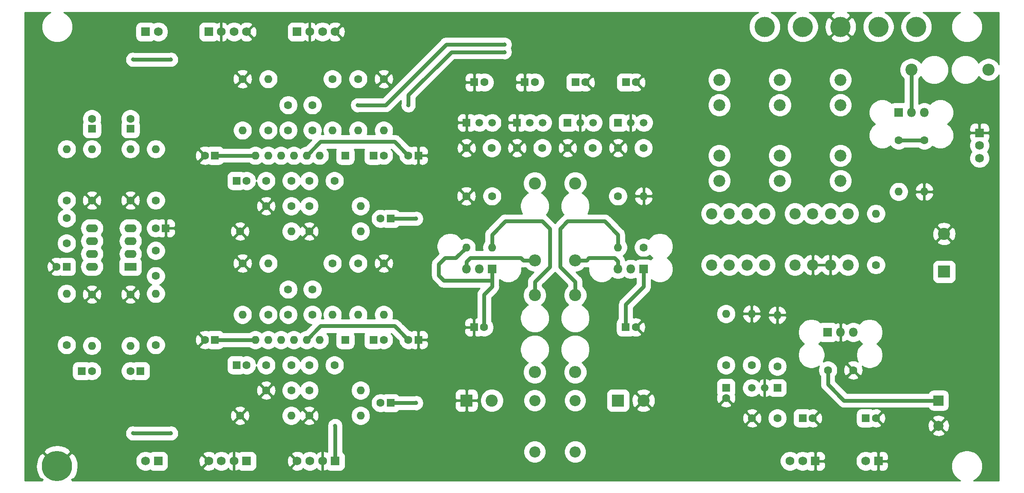
<source format=gbl>
%TF.GenerationSoftware,KiCad,Pcbnew,(5.1.7)-1*%
%TF.CreationDate,2022-01-04T16:17:04+01:00*%
%TF.ProjectId,cr-17xx-psu-preamp-board,63722d31-3778-4782-9d70-73752d707265,rev?*%
%TF.SameCoordinates,Original*%
%TF.FileFunction,Copper,L2,Bot*%
%TF.FilePolarity,Positive*%
%FSLAX46Y46*%
G04 Gerber Fmt 4.6, Leading zero omitted, Abs format (unit mm)*
G04 Created by KiCad (PCBNEW (5.1.7)-1) date 2022-01-04 16:17:04*
%MOMM*%
%LPD*%
G01*
G04 APERTURE LIST*
%TA.AperFunction,ComponentPad*%
%ADD10C,1.600000*%
%TD*%
%TA.AperFunction,ComponentPad*%
%ADD11O,1.600000X1.600000*%
%TD*%
%TA.AperFunction,ComponentPad*%
%ADD12R,1.600000X1.600000*%
%TD*%
%TA.AperFunction,ComponentPad*%
%ADD13R,1.800000X1.800000*%
%TD*%
%TA.AperFunction,ComponentPad*%
%ADD14O,1.800000X1.800000*%
%TD*%
%TA.AperFunction,ComponentPad*%
%ADD15R,1.750000X1.750000*%
%TD*%
%TA.AperFunction,ComponentPad*%
%ADD16C,1.750000*%
%TD*%
%TA.AperFunction,ComponentPad*%
%ADD17R,2.400000X1.600000*%
%TD*%
%TA.AperFunction,ComponentPad*%
%ADD18O,2.400000X1.600000*%
%TD*%
%TA.AperFunction,ComponentPad*%
%ADD19C,2.200000*%
%TD*%
%TA.AperFunction,ComponentPad*%
%ADD20O,2.200000X2.200000*%
%TD*%
%TA.AperFunction,ComponentPad*%
%ADD21O,2.400000X2.400000*%
%TD*%
%TA.AperFunction,ComponentPad*%
%ADD22C,2.400000*%
%TD*%
%TA.AperFunction,ComponentPad*%
%ADD23R,2.000000X2.000000*%
%TD*%
%TA.AperFunction,ComponentPad*%
%ADD24C,2.000000*%
%TD*%
%TA.AperFunction,ComponentPad*%
%ADD25R,2.400000X2.400000*%
%TD*%
%TA.AperFunction,ComponentPad*%
%ADD26C,1.520000*%
%TD*%
%TA.AperFunction,ComponentPad*%
%ADD27R,1.520000X1.520000*%
%TD*%
%TA.AperFunction,ComponentPad*%
%ADD28C,4.000000*%
%TD*%
%TA.AperFunction,ComponentPad*%
%ADD29C,2.350000*%
%TD*%
%TA.AperFunction,ComponentPad*%
%ADD30C,6.000000*%
%TD*%
%TA.AperFunction,ViaPad*%
%ADD31C,0.800000*%
%TD*%
%TA.AperFunction,Conductor*%
%ADD32C,0.500000*%
%TD*%
%TA.AperFunction,Conductor*%
%ADD33C,0.750000*%
%TD*%
%TA.AperFunction,Conductor*%
%ADD34C,0.254000*%
%TD*%
%TA.AperFunction,Conductor*%
%ADD35C,0.100000*%
%TD*%
G04 APERTURE END LIST*
D10*
X103460000Y-52540000D03*
D11*
X103460000Y-62700000D03*
D10*
X138540000Y-62700000D03*
D11*
X138540000Y-52540000D03*
D10*
X194080000Y-41500000D03*
D11*
X194080000Y-51660000D03*
D10*
X159920000Y-86000000D03*
D11*
X159920000Y-75840000D03*
D10*
X175000000Y-87000000D03*
X180000000Y-87000000D03*
D12*
X170000000Y-96500000D03*
D10*
X172000000Y-96500000D03*
D12*
X182500000Y-96500000D03*
D10*
X184500000Y-96500000D03*
X165000000Y-96500000D03*
X160000000Y-96500000D03*
D13*
X174960000Y-79500000D03*
D14*
X177500000Y-79500000D03*
X180040000Y-79500000D03*
D15*
X172500000Y-105000000D03*
D16*
X170000000Y-105000000D03*
X167500000Y-105000000D03*
D15*
X185000000Y-105000000D03*
D16*
X182500000Y-105000000D03*
D15*
X77500000Y-105000000D03*
D16*
X75000000Y-105000000D03*
X72500000Y-105000000D03*
X70000000Y-105000000D03*
D15*
X60000000Y-105000000D03*
D16*
X57500000Y-105000000D03*
X55000000Y-105000000D03*
X52500000Y-105000000D03*
D15*
X70000000Y-20000000D03*
D16*
X72500000Y-20000000D03*
X75000000Y-20000000D03*
X77500000Y-20000000D03*
D15*
X52500000Y-20000000D03*
D16*
X55000000Y-20000000D03*
X57500000Y-20000000D03*
X60000000Y-20000000D03*
D12*
X53720000Y-44500000D03*
D10*
X51720000Y-44500000D03*
D12*
X94000000Y-44500000D03*
D10*
X92000000Y-44500000D03*
D12*
X53720000Y-81000000D03*
D10*
X51720000Y-81000000D03*
D12*
X94000000Y-81000000D03*
D10*
X92000000Y-81000000D03*
D12*
X79500000Y-81000000D03*
D11*
X74420000Y-81000000D03*
X71880000Y-81000000D03*
X69340000Y-81000000D03*
X66800000Y-81000000D03*
X64260000Y-81000000D03*
X61720000Y-81000000D03*
D10*
X87120000Y-65840000D03*
D11*
X87120000Y-76000000D03*
D10*
X82040000Y-65840000D03*
D11*
X82040000Y-76000000D03*
D10*
X76960000Y-65840000D03*
D11*
X76960000Y-76000000D03*
D10*
X64260000Y-76000000D03*
D11*
X64260000Y-65840000D03*
D10*
X59180000Y-65840000D03*
D11*
X59180000Y-76000000D03*
D10*
X58680000Y-96000000D03*
D11*
X68840000Y-96000000D03*
D10*
X72380000Y-91000000D03*
D11*
X82540000Y-91000000D03*
D10*
X72380000Y-96000000D03*
D11*
X82540000Y-96000000D03*
D12*
X85120000Y-81000000D03*
D10*
X87120000Y-81000000D03*
X73000000Y-76000000D03*
X73000000Y-71000000D03*
X72380000Y-86000000D03*
X77380000Y-86000000D03*
X68220000Y-71000000D03*
X68220000Y-76000000D03*
X68840000Y-86000000D03*
X63840000Y-86000000D03*
D12*
X58000000Y-86000000D03*
D10*
X60000000Y-86000000D03*
X68840000Y-91000000D03*
X63840000Y-91000000D03*
D12*
X88500000Y-93500000D03*
D10*
X86500000Y-93500000D03*
D12*
X79500000Y-44500000D03*
D11*
X74420000Y-44500000D03*
X71880000Y-44500000D03*
X69340000Y-44500000D03*
X66800000Y-44500000D03*
X64260000Y-44500000D03*
X61720000Y-44500000D03*
D10*
X87120000Y-29340000D03*
D11*
X87120000Y-39500000D03*
D10*
X82040000Y-29340000D03*
D11*
X82040000Y-39500000D03*
D10*
X76960000Y-29340000D03*
D11*
X76960000Y-39500000D03*
D10*
X64260000Y-39500000D03*
D11*
X64260000Y-29340000D03*
D10*
X59180000Y-29340000D03*
D11*
X59180000Y-39500000D03*
D10*
X58680000Y-59500000D03*
D11*
X68840000Y-59500000D03*
D10*
X72380000Y-54500000D03*
D11*
X82540000Y-54500000D03*
D10*
X72380000Y-59500000D03*
D11*
X82540000Y-59500000D03*
D12*
X85120000Y-44500000D03*
D10*
X87120000Y-44500000D03*
X73000000Y-39500000D03*
X73000000Y-34500000D03*
X72380000Y-49500000D03*
X77380000Y-49500000D03*
X68220000Y-34500000D03*
X68220000Y-39500000D03*
X68840000Y-49500000D03*
X63840000Y-49500000D03*
D12*
X58000000Y-49500000D03*
D10*
X60000000Y-49500000D03*
X68840000Y-54500000D03*
X63840000Y-54500000D03*
D12*
X88500000Y-57000000D03*
D10*
X86500000Y-57000000D03*
D17*
X37000000Y-66500000D03*
D18*
X29380000Y-58880000D03*
X37000000Y-63960000D03*
X29380000Y-61420000D03*
X37000000Y-61420000D03*
X29380000Y-63960000D03*
X37000000Y-58880000D03*
X29380000Y-66500000D03*
D10*
X29380000Y-72000000D03*
D11*
X29380000Y-82160000D03*
D10*
X37000000Y-72000000D03*
D11*
X37000000Y-82160000D03*
D10*
X24380000Y-82000000D03*
D11*
X24380000Y-71840000D03*
D10*
X42000000Y-82000000D03*
D11*
X42000000Y-71840000D03*
D10*
X24380000Y-53380000D03*
D11*
X24380000Y-43220000D03*
D10*
X42000000Y-53380000D03*
D11*
X42000000Y-43220000D03*
D10*
X29380000Y-53380000D03*
D11*
X29380000Y-43220000D03*
D10*
X37000000Y-53380000D03*
D11*
X37000000Y-43220000D03*
D12*
X27380000Y-87160000D03*
D10*
X29380000Y-87160000D03*
D12*
X39000000Y-87160000D03*
D10*
X37000000Y-87160000D03*
X24380000Y-56880000D03*
X24380000Y-61880000D03*
X42000000Y-63340000D03*
X42000000Y-68340000D03*
D12*
X24380000Y-66500000D03*
D10*
X22380000Y-66500000D03*
D12*
X29380000Y-39220000D03*
D10*
X29380000Y-37220000D03*
D12*
X37000000Y-39220000D03*
D10*
X37000000Y-37220000D03*
D12*
X44000000Y-58880000D03*
D10*
X42000000Y-58880000D03*
D15*
X205000000Y-40000000D03*
D16*
X205000000Y-42500000D03*
X205000000Y-45000000D03*
D15*
X42500000Y-105000000D03*
D16*
X40000000Y-105000000D03*
D15*
X40000000Y-20000000D03*
D16*
X42500000Y-20000000D03*
D19*
X179000000Y-66160000D03*
D20*
X179000000Y-56000000D03*
D19*
X168500000Y-66160000D03*
D20*
X168500000Y-56000000D03*
D19*
X172000000Y-56000000D03*
D20*
X172000000Y-66160000D03*
D19*
X175500000Y-56000000D03*
D20*
X175500000Y-66160000D03*
D19*
X162500000Y-66160000D03*
D20*
X162500000Y-56000000D03*
D19*
X152000000Y-66160000D03*
D20*
X152000000Y-56000000D03*
D19*
X155500000Y-56000000D03*
D20*
X155500000Y-66160000D03*
D19*
X159000000Y-56000000D03*
D20*
X159000000Y-66160000D03*
D10*
X184500000Y-66160000D03*
D11*
X184500000Y-56000000D03*
D19*
X125000000Y-93000000D03*
D20*
X125000000Y-103160000D03*
D19*
X117000000Y-103160000D03*
D20*
X117000000Y-93000000D03*
D21*
X206740000Y-27500000D03*
D22*
X191500000Y-27500000D03*
D23*
X196900000Y-93000000D03*
D24*
X196900000Y-98000000D03*
D25*
X198000000Y-67500000D03*
D22*
X198000000Y-60000000D03*
D12*
X154840000Y-90500000D03*
D10*
X154840000Y-92500000D03*
D12*
X105000000Y-78500000D03*
D10*
X107000000Y-78500000D03*
D12*
X135000000Y-78500000D03*
D10*
X137000000Y-78500000D03*
D25*
X133500000Y-93000000D03*
D22*
X138500000Y-93000000D03*
X108500000Y-93000000D03*
D25*
X103500000Y-93000000D03*
D10*
X108540000Y-52540000D03*
D11*
X108540000Y-62700000D03*
D22*
X117000000Y-72160000D03*
D21*
X117000000Y-87400000D03*
D13*
X108540000Y-67000000D03*
D14*
X106000000Y-67000000D03*
X103460000Y-67000000D03*
D22*
X125000000Y-72160000D03*
D21*
X125000000Y-87400000D03*
D26*
X106040000Y-38000000D03*
X108580000Y-38000000D03*
D27*
X103500000Y-38000000D03*
D26*
X116040000Y-38000000D03*
X118580000Y-38000000D03*
D27*
X113500000Y-38000000D03*
D26*
X136040000Y-38000000D03*
X138580000Y-38000000D03*
D27*
X133500000Y-38000000D03*
D26*
X126040000Y-38000000D03*
X128580000Y-38000000D03*
D27*
X123500000Y-38000000D03*
D26*
X162460000Y-90500000D03*
X159920000Y-90500000D03*
D27*
X165000000Y-90500000D03*
D22*
X117000000Y-50000000D03*
D21*
X117000000Y-65240000D03*
D22*
X125000000Y-50000000D03*
D21*
X125000000Y-65240000D03*
D10*
X133460000Y-52540000D03*
D11*
X133460000Y-62700000D03*
D10*
X165000000Y-86250000D03*
D11*
X165000000Y-76090000D03*
D10*
X189000000Y-41500000D03*
D11*
X189000000Y-51660000D03*
D10*
X154840000Y-86000000D03*
D11*
X154840000Y-75840000D03*
D13*
X138540000Y-67000000D03*
D14*
X136000000Y-67000000D03*
X133460000Y-67000000D03*
D13*
X189000000Y-36000000D03*
D14*
X191540000Y-36000000D03*
X194080000Y-36000000D03*
D12*
X105040000Y-30000000D03*
D10*
X107040000Y-30000000D03*
D12*
X115040000Y-30000000D03*
D10*
X117040000Y-30000000D03*
D12*
X135040000Y-30000000D03*
D10*
X137040000Y-30000000D03*
D12*
X125040000Y-30000000D03*
D10*
X127040000Y-30000000D03*
X108500000Y-43000000D03*
X103500000Y-43000000D03*
X118500000Y-43000000D03*
X113500000Y-43000000D03*
X138500000Y-43000000D03*
X133500000Y-43000000D03*
X128500000Y-43000000D03*
X123500000Y-43000000D03*
D28*
X192500000Y-19000000D03*
X185000000Y-19000000D03*
X177500000Y-19000000D03*
X170000000Y-19000000D03*
X162500000Y-19000000D03*
D29*
X153500000Y-44500000D03*
X153500000Y-49500000D03*
X153500000Y-34500000D03*
X153500000Y-29500000D03*
X165500000Y-44500000D03*
X165500000Y-49500000D03*
X165500000Y-34500000D03*
X165500000Y-29500000D03*
X177500000Y-44500000D03*
X177500000Y-49500000D03*
X177500000Y-34500000D03*
X177500000Y-29500000D03*
D30*
X22500000Y-106000000D03*
D31*
X197720000Y-82100000D03*
X197720000Y-83100000D03*
X197720000Y-84100000D03*
X197720000Y-85100000D03*
X193720000Y-82100000D03*
X193720000Y-83100000D03*
X193720000Y-84100000D03*
X193720000Y-85100000D03*
X197720000Y-86100000D03*
X196720000Y-86100000D03*
X195720000Y-86100000D03*
X194720000Y-86100000D03*
X193720000Y-86100000D03*
X194720000Y-81100000D03*
X197720000Y-81100000D03*
X196720000Y-81100000D03*
X195720000Y-81100000D03*
X193720000Y-81100000D03*
X194720000Y-84100000D03*
X194720000Y-82100000D03*
X194720000Y-85100000D03*
X194720000Y-83100000D03*
X195720000Y-83100000D03*
X195720000Y-84100000D03*
X195720000Y-82100000D03*
X195720000Y-85100000D03*
X196720000Y-85100000D03*
X196720000Y-84100000D03*
X196720000Y-82100000D03*
X196720000Y-83100000D03*
X205700000Y-73300000D03*
X205700000Y-74300000D03*
X205700000Y-75300000D03*
X204700000Y-73300000D03*
X203700000Y-73300000D03*
X202700000Y-73300000D03*
X201700000Y-73300000D03*
X200700000Y-73300000D03*
X199700000Y-73300000D03*
X199700000Y-74300000D03*
X200700000Y-74300000D03*
X201700000Y-74300000D03*
X202700000Y-74300000D03*
X203700000Y-74300000D03*
X204700000Y-74300000D03*
X204700000Y-75300000D03*
X203700000Y-75300000D03*
X202700000Y-75300000D03*
X201700000Y-75300000D03*
X200700000Y-75300000D03*
X199700000Y-75300000D03*
X190300000Y-73300000D03*
X194300000Y-74300000D03*
X191300000Y-75300000D03*
X193300000Y-74300000D03*
X193300000Y-75300000D03*
X192300000Y-73300000D03*
X194300000Y-73300000D03*
X196300000Y-73300000D03*
X192300000Y-74300000D03*
X195300000Y-75300000D03*
X196300000Y-74300000D03*
X195300000Y-73300000D03*
X191300000Y-74300000D03*
X193300000Y-73300000D03*
X191300000Y-73300000D03*
X190300000Y-74300000D03*
X196300000Y-75300000D03*
X194300000Y-75300000D03*
X190300000Y-75300000D03*
X195300000Y-74300000D03*
X192300000Y-75300000D03*
X195720000Y-79100000D03*
X195720000Y-80100000D03*
X82000000Y-34500000D03*
X111000000Y-22500000D03*
X111000000Y-24000000D03*
X92000000Y-34500000D03*
X37500000Y-25500000D03*
X45000000Y-25500000D03*
X45000000Y-99500000D03*
X37500000Y-99500000D03*
X93500000Y-57000000D03*
X93500000Y-93500000D03*
X77500000Y-98000000D03*
D32*
X162460000Y-90500000D02*
X162460000Y-93460000D01*
X162460000Y-90500000D02*
X162460000Y-88040000D01*
X55000000Y-20000000D02*
X55000000Y-22500000D01*
X55000000Y-20000000D02*
X55000000Y-17500000D01*
X72500000Y-20000000D02*
X72500000Y-17500000D01*
X75000000Y-105000000D02*
X75000000Y-107500000D01*
X75000000Y-105000000D02*
X75000000Y-102500000D01*
X57500000Y-105000000D02*
X57500000Y-102500000D01*
X57500000Y-105000000D02*
X57500000Y-107500000D01*
X72500000Y-20000000D02*
X72500000Y-22500000D01*
X136040000Y-38000000D02*
X136040000Y-36040000D01*
X136040000Y-38000000D02*
X136040000Y-39960000D01*
X126040000Y-38000000D02*
X126040000Y-36040000D01*
X126040000Y-38000000D02*
X126040000Y-39960000D01*
D33*
X125000000Y-65240000D02*
X127240000Y-65240000D01*
X127240000Y-65240000D02*
X127730000Y-64750000D01*
X127730000Y-64750000D02*
X132750000Y-64750000D01*
X133460000Y-65460000D02*
X133460000Y-67000000D01*
X132750000Y-64750000D02*
X133460000Y-65460000D01*
X117000000Y-65240000D02*
X114740000Y-65240000D01*
X114740000Y-65240000D02*
X114250000Y-64750000D01*
X114250000Y-64750000D02*
X104250000Y-64750000D01*
X103460000Y-65540000D02*
X103460000Y-67000000D01*
X104250000Y-64750000D02*
X103460000Y-65540000D01*
X53720000Y-81000000D02*
X61720000Y-81000000D01*
X53720000Y-44500000D02*
X61720000Y-44500000D01*
X111000000Y-22500000D02*
X99500000Y-22500000D01*
X87500000Y-34500000D02*
X99500000Y-22500000D01*
X82000000Y-34500000D02*
X87500000Y-34500000D01*
X71880000Y-81000000D02*
X74630000Y-78250000D01*
X89250000Y-78250000D02*
X92000000Y-81000000D01*
X74630000Y-78250000D02*
X89250000Y-78250000D01*
X71880000Y-44500000D02*
X74630000Y-41750000D01*
X89250000Y-41750000D02*
X92000000Y-44500000D01*
X74630000Y-41750000D02*
X89250000Y-41750000D01*
X106000000Y-24000000D02*
X111000000Y-24000000D01*
X106000000Y-24000000D02*
X100500000Y-24000000D01*
X100500000Y-24000000D02*
X92000000Y-32500000D01*
X92000000Y-34500000D02*
X92000000Y-32500000D01*
X175000000Y-89800000D02*
X175000000Y-87000000D01*
X178200000Y-93000000D02*
X175000000Y-89800000D01*
X196900000Y-93000000D02*
X178200000Y-93000000D01*
X37500000Y-25500000D02*
X45000000Y-25500000D01*
X45000000Y-99500000D02*
X37500000Y-99500000D01*
X88500000Y-57000000D02*
X93500000Y-57000000D01*
X88500000Y-93500000D02*
X93500000Y-93500000D01*
X93500000Y-93500000D02*
X93500000Y-93500000D01*
X77500000Y-105000000D02*
X77500000Y-98000000D01*
X138540000Y-70460000D02*
X138540000Y-67000000D01*
X135000000Y-74000000D02*
X138540000Y-70460000D01*
X135000000Y-78500000D02*
X135000000Y-74000000D01*
X107000000Y-72000000D02*
X108540000Y-70460000D01*
X107000000Y-78500000D02*
X107000000Y-72000000D01*
X108540000Y-70460000D02*
X108540000Y-69460000D01*
X108540000Y-69460000D02*
X108540000Y-67000000D01*
X103460000Y-62700000D02*
X101410000Y-64750000D01*
X108500000Y-69500000D02*
X108540000Y-69460000D01*
X101410000Y-64750000D02*
X99750000Y-64750000D01*
X99000000Y-69250000D02*
X99750000Y-69250000D01*
X98000000Y-68250000D02*
X99000000Y-69250000D01*
X99750000Y-69250000D02*
X108500000Y-69250000D01*
X98000000Y-66000000D02*
X98000000Y-68250000D01*
X99250000Y-64750000D02*
X98000000Y-66000000D01*
X99750000Y-64750000D02*
X99250000Y-64750000D01*
X189000000Y-41500000D02*
X194080000Y-41500000D01*
X191500000Y-35960000D02*
X191540000Y-36000000D01*
X191500000Y-27500000D02*
X191500000Y-35960000D01*
X125000000Y-69500000D02*
X125000000Y-72160000D01*
X122000000Y-66500000D02*
X125000000Y-69500000D01*
X123500000Y-57500000D02*
X122000000Y-59000000D01*
X122000000Y-59000000D02*
X122000000Y-66500000D01*
X130800000Y-57500000D02*
X123500000Y-57500000D01*
X133460000Y-60160000D02*
X130800000Y-57500000D01*
X133460000Y-62700000D02*
X133460000Y-60160000D01*
X117000000Y-69500000D02*
X117000000Y-72160000D01*
X120000000Y-66500000D02*
X117000000Y-69500000D01*
X120000000Y-59000000D02*
X120000000Y-66500000D01*
X118500000Y-57500000D02*
X120000000Y-59000000D01*
X111200000Y-57500000D02*
X118500000Y-57500000D01*
X108540000Y-60160000D02*
X111200000Y-57500000D01*
X108540000Y-60160000D02*
X108540000Y-62549990D01*
D34*
X21018810Y-16228889D02*
X20506654Y-16571101D01*
X20071101Y-17006654D01*
X19728889Y-17518810D01*
X19493169Y-18087888D01*
X19373000Y-18692017D01*
X19373000Y-19307983D01*
X19493169Y-19912112D01*
X19728889Y-20481190D01*
X20071101Y-20993346D01*
X20506654Y-21428899D01*
X21018810Y-21771111D01*
X21587888Y-22006831D01*
X22192017Y-22127000D01*
X22807983Y-22127000D01*
X23412112Y-22006831D01*
X23981190Y-21771111D01*
X24493346Y-21428899D01*
X24928899Y-20993346D01*
X25271111Y-20481190D01*
X25506831Y-19912112D01*
X25627000Y-19307983D01*
X25627000Y-19125000D01*
X37992547Y-19125000D01*
X37992547Y-20875000D01*
X38014307Y-21095931D01*
X38078750Y-21308371D01*
X38183400Y-21504157D01*
X38324235Y-21675765D01*
X38495843Y-21816600D01*
X38691629Y-21921250D01*
X38904069Y-21985693D01*
X39125000Y-22007453D01*
X40875000Y-22007453D01*
X41095931Y-21985693D01*
X41308371Y-21921250D01*
X41504157Y-21816600D01*
X41554479Y-21775302D01*
X41916038Y-21925064D01*
X42302820Y-22002000D01*
X42697180Y-22002000D01*
X43083962Y-21925064D01*
X43448303Y-21774150D01*
X43776201Y-21555055D01*
X44055055Y-21276201D01*
X44274150Y-20948303D01*
X44425064Y-20583962D01*
X44502000Y-20197180D01*
X44502000Y-19802820D01*
X44425064Y-19416038D01*
X44304513Y-19125000D01*
X50492547Y-19125000D01*
X50492547Y-20875000D01*
X50514307Y-21095931D01*
X50578750Y-21308371D01*
X50683400Y-21504157D01*
X50824235Y-21675765D01*
X50995843Y-21816600D01*
X51191629Y-21921250D01*
X51404069Y-21985693D01*
X51625000Y-22007453D01*
X53375000Y-22007453D01*
X53595931Y-21985693D01*
X53808371Y-21921250D01*
X54004157Y-21816600D01*
X54061993Y-21769135D01*
X54274803Y-21876425D01*
X54654809Y-21981849D01*
X55048081Y-22011111D01*
X55439505Y-21963088D01*
X55814040Y-21839625D01*
X56077336Y-21698891D01*
X56112025Y-21443281D01*
X56223799Y-21555055D01*
X56551697Y-21774150D01*
X56916038Y-21925064D01*
X57302820Y-22002000D01*
X57697180Y-22002000D01*
X58083962Y-21925064D01*
X58448303Y-21774150D01*
X58776201Y-21555055D01*
X58887975Y-21443281D01*
X58922664Y-21698891D01*
X59274803Y-21876425D01*
X59654809Y-21981849D01*
X60048081Y-22011111D01*
X60439505Y-21963088D01*
X60814040Y-21839625D01*
X61077336Y-21698891D01*
X61130147Y-21309752D01*
X60000000Y-20179605D01*
X59985858Y-20193748D01*
X59806253Y-20014143D01*
X59820395Y-20000000D01*
X60179605Y-20000000D01*
X61309752Y-21130147D01*
X61698891Y-21077336D01*
X61876425Y-20725197D01*
X61981849Y-20345191D01*
X62011111Y-19951919D01*
X61963088Y-19560495D01*
X61839625Y-19185960D01*
X61807042Y-19125000D01*
X67992547Y-19125000D01*
X67992547Y-20875000D01*
X68014307Y-21095931D01*
X68078750Y-21308371D01*
X68183400Y-21504157D01*
X68324235Y-21675765D01*
X68495843Y-21816600D01*
X68691629Y-21921250D01*
X68904069Y-21985693D01*
X69125000Y-22007453D01*
X70875000Y-22007453D01*
X71095931Y-21985693D01*
X71308371Y-21921250D01*
X71504157Y-21816600D01*
X71561993Y-21769135D01*
X71774803Y-21876425D01*
X72154809Y-21981849D01*
X72548081Y-22011111D01*
X72939505Y-21963088D01*
X73314040Y-21839625D01*
X73577336Y-21698891D01*
X73612025Y-21443281D01*
X73723799Y-21555055D01*
X74051697Y-21774150D01*
X74416038Y-21925064D01*
X74802820Y-22002000D01*
X75197180Y-22002000D01*
X75583962Y-21925064D01*
X75948303Y-21774150D01*
X76276201Y-21555055D01*
X76387975Y-21443281D01*
X76422664Y-21698891D01*
X76774803Y-21876425D01*
X77154809Y-21981849D01*
X77548081Y-22011111D01*
X77939505Y-21963088D01*
X78314040Y-21839625D01*
X78577336Y-21698891D01*
X78630147Y-21309752D01*
X77500000Y-20179605D01*
X77485858Y-20193748D01*
X77306253Y-20014143D01*
X77320395Y-20000000D01*
X77679605Y-20000000D01*
X78809752Y-21130147D01*
X79198891Y-21077336D01*
X79376425Y-20725197D01*
X79481849Y-20345191D01*
X79511111Y-19951919D01*
X79463088Y-19560495D01*
X79339625Y-19185960D01*
X79198891Y-18922664D01*
X78809752Y-18869853D01*
X77679605Y-20000000D01*
X77320395Y-20000000D01*
X77306253Y-19985858D01*
X77485858Y-19806253D01*
X77500000Y-19820395D01*
X78630147Y-18690248D01*
X78577336Y-18301109D01*
X78225197Y-18123575D01*
X77845191Y-18018151D01*
X77451919Y-17988889D01*
X77060495Y-18036912D01*
X76685960Y-18160375D01*
X76422664Y-18301109D01*
X76387975Y-18556719D01*
X76276201Y-18444945D01*
X75948303Y-18225850D01*
X75583962Y-18074936D01*
X75197180Y-17998000D01*
X74802820Y-17998000D01*
X74416038Y-18074936D01*
X74051697Y-18225850D01*
X73723799Y-18444945D01*
X73612025Y-18556719D01*
X73577336Y-18301109D01*
X73225197Y-18123575D01*
X72845191Y-18018151D01*
X72451919Y-17988889D01*
X72060495Y-18036912D01*
X71685960Y-18160375D01*
X71558873Y-18228304D01*
X71504157Y-18183400D01*
X71308371Y-18078750D01*
X71095931Y-18014307D01*
X70875000Y-17992547D01*
X69125000Y-17992547D01*
X68904069Y-18014307D01*
X68691629Y-18078750D01*
X68495843Y-18183400D01*
X68324235Y-18324235D01*
X68183400Y-18495843D01*
X68078750Y-18691629D01*
X68014307Y-18904069D01*
X67992547Y-19125000D01*
X61807042Y-19125000D01*
X61698891Y-18922664D01*
X61309752Y-18869853D01*
X60179605Y-20000000D01*
X59820395Y-20000000D01*
X59806253Y-19985858D01*
X59985858Y-19806253D01*
X60000000Y-19820395D01*
X61130147Y-18690248D01*
X61077336Y-18301109D01*
X60725197Y-18123575D01*
X60345191Y-18018151D01*
X59951919Y-17988889D01*
X59560495Y-18036912D01*
X59185960Y-18160375D01*
X58922664Y-18301109D01*
X58887975Y-18556719D01*
X58776201Y-18444945D01*
X58448303Y-18225850D01*
X58083962Y-18074936D01*
X57697180Y-17998000D01*
X57302820Y-17998000D01*
X56916038Y-18074936D01*
X56551697Y-18225850D01*
X56223799Y-18444945D01*
X56112025Y-18556719D01*
X56077336Y-18301109D01*
X55725197Y-18123575D01*
X55345191Y-18018151D01*
X54951919Y-17988889D01*
X54560495Y-18036912D01*
X54185960Y-18160375D01*
X54058873Y-18228304D01*
X54004157Y-18183400D01*
X53808371Y-18078750D01*
X53595931Y-18014307D01*
X53375000Y-17992547D01*
X51625000Y-17992547D01*
X51404069Y-18014307D01*
X51191629Y-18078750D01*
X50995843Y-18183400D01*
X50824235Y-18324235D01*
X50683400Y-18495843D01*
X50578750Y-18691629D01*
X50514307Y-18904069D01*
X50492547Y-19125000D01*
X44304513Y-19125000D01*
X44274150Y-19051697D01*
X44055055Y-18723799D01*
X43776201Y-18444945D01*
X43448303Y-18225850D01*
X43083962Y-18074936D01*
X42697180Y-17998000D01*
X42302820Y-17998000D01*
X41916038Y-18074936D01*
X41554479Y-18224698D01*
X41504157Y-18183400D01*
X41308371Y-18078750D01*
X41095931Y-18014307D01*
X40875000Y-17992547D01*
X39125000Y-17992547D01*
X38904069Y-18014307D01*
X38691629Y-18078750D01*
X38495843Y-18183400D01*
X38324235Y-18324235D01*
X38183400Y-18495843D01*
X38078750Y-18691629D01*
X38014307Y-18904069D01*
X37992547Y-19125000D01*
X25627000Y-19125000D01*
X25627000Y-18692017D01*
X25506831Y-18087888D01*
X25271111Y-17518810D01*
X24928899Y-17006654D01*
X24493346Y-16571101D01*
X23981190Y-16228889D01*
X23795564Y-16152000D01*
X161204436Y-16152000D01*
X161018810Y-16228889D01*
X160506654Y-16571101D01*
X160071101Y-17006654D01*
X159728889Y-17518810D01*
X159493169Y-18087888D01*
X159373000Y-18692017D01*
X159373000Y-19307983D01*
X159493169Y-19912112D01*
X159728889Y-20481190D01*
X160071101Y-20993346D01*
X160506654Y-21428899D01*
X161018810Y-21771111D01*
X161587888Y-22006831D01*
X162192017Y-22127000D01*
X162807983Y-22127000D01*
X163412112Y-22006831D01*
X163981190Y-21771111D01*
X164493346Y-21428899D01*
X164928899Y-20993346D01*
X165271111Y-20481190D01*
X165506831Y-19912112D01*
X165627000Y-19307983D01*
X165627000Y-18692017D01*
X165506831Y-18087888D01*
X165271111Y-17518810D01*
X164928899Y-17006654D01*
X164493346Y-16571101D01*
X163981190Y-16228889D01*
X163795564Y-16152000D01*
X168704436Y-16152000D01*
X168518810Y-16228889D01*
X168006654Y-16571101D01*
X167571101Y-17006654D01*
X167228889Y-17518810D01*
X166993169Y-18087888D01*
X166873000Y-18692017D01*
X166873000Y-19307983D01*
X166993169Y-19912112D01*
X167228889Y-20481190D01*
X167571101Y-20993346D01*
X168006654Y-21428899D01*
X168518810Y-21771111D01*
X169087888Y-22006831D01*
X169692017Y-22127000D01*
X170307983Y-22127000D01*
X170912112Y-22006831D01*
X171481190Y-21771111D01*
X171993346Y-21428899D01*
X172311843Y-21110402D01*
X175569203Y-21110402D01*
X175757357Y-21614608D01*
X176300926Y-21904341D01*
X176890575Y-22082463D01*
X177503644Y-22142127D01*
X178116572Y-22081042D01*
X178705807Y-21901553D01*
X179242643Y-21614608D01*
X179430797Y-21110402D01*
X177500000Y-19179605D01*
X175569203Y-21110402D01*
X172311843Y-21110402D01*
X172428899Y-20993346D01*
X172771111Y-20481190D01*
X173006831Y-19912112D01*
X173127000Y-19307983D01*
X173127000Y-19003644D01*
X174357873Y-19003644D01*
X174418958Y-19616572D01*
X174598447Y-20205807D01*
X174885392Y-20742643D01*
X175389598Y-20930797D01*
X177320395Y-19000000D01*
X177679605Y-19000000D01*
X179610402Y-20930797D01*
X180114608Y-20742643D01*
X180404341Y-20199074D01*
X180582463Y-19609425D01*
X180642127Y-18996356D01*
X180581042Y-18383428D01*
X180401553Y-17794193D01*
X180114608Y-17257357D01*
X179610402Y-17069203D01*
X177679605Y-19000000D01*
X177320395Y-19000000D01*
X175389598Y-17069203D01*
X174885392Y-17257357D01*
X174595659Y-17800926D01*
X174417537Y-18390575D01*
X174357873Y-19003644D01*
X173127000Y-19003644D01*
X173127000Y-18692017D01*
X173006831Y-18087888D01*
X172771111Y-17518810D01*
X172428899Y-17006654D01*
X171993346Y-16571101D01*
X171481190Y-16228889D01*
X171295564Y-16152000D01*
X176194002Y-16152000D01*
X175757357Y-16385392D01*
X175569203Y-16889598D01*
X177500000Y-18820395D01*
X179430797Y-16889598D01*
X179242643Y-16385392D01*
X178804776Y-16152000D01*
X183704436Y-16152000D01*
X183518810Y-16228889D01*
X183006654Y-16571101D01*
X182571101Y-17006654D01*
X182228889Y-17518810D01*
X181993169Y-18087888D01*
X181873000Y-18692017D01*
X181873000Y-19307983D01*
X181993169Y-19912112D01*
X182228889Y-20481190D01*
X182571101Y-20993346D01*
X183006654Y-21428899D01*
X183518810Y-21771111D01*
X184087888Y-22006831D01*
X184692017Y-22127000D01*
X185307983Y-22127000D01*
X185912112Y-22006831D01*
X186481190Y-21771111D01*
X186993346Y-21428899D01*
X187428899Y-20993346D01*
X187771111Y-20481190D01*
X188006831Y-19912112D01*
X188127000Y-19307983D01*
X188127000Y-18692017D01*
X188006831Y-18087888D01*
X187771111Y-17518810D01*
X187428899Y-17006654D01*
X186993346Y-16571101D01*
X186481190Y-16228889D01*
X186295564Y-16152000D01*
X191204436Y-16152000D01*
X191018810Y-16228889D01*
X190506654Y-16571101D01*
X190071101Y-17006654D01*
X189728889Y-17518810D01*
X189493169Y-18087888D01*
X189373000Y-18692017D01*
X189373000Y-19307983D01*
X189493169Y-19912112D01*
X189728889Y-20481190D01*
X190071101Y-20993346D01*
X190506654Y-21428899D01*
X191018810Y-21771111D01*
X191587888Y-22006831D01*
X192192017Y-22127000D01*
X192807983Y-22127000D01*
X193412112Y-22006831D01*
X193981190Y-21771111D01*
X194493346Y-21428899D01*
X194928899Y-20993346D01*
X195271111Y-20481190D01*
X195506831Y-19912112D01*
X195627000Y-19307983D01*
X195627000Y-18692017D01*
X195506831Y-18087888D01*
X195271111Y-17518810D01*
X194928899Y-17006654D01*
X194493346Y-16571101D01*
X193981190Y-16228889D01*
X193795564Y-16152000D01*
X201204436Y-16152000D01*
X201018810Y-16228889D01*
X200506654Y-16571101D01*
X200071101Y-17006654D01*
X199728889Y-17518810D01*
X199493169Y-18087888D01*
X199373000Y-18692017D01*
X199373000Y-19307983D01*
X199493169Y-19912112D01*
X199728889Y-20481190D01*
X200071101Y-20993346D01*
X200506654Y-21428899D01*
X201018810Y-21771111D01*
X201587888Y-22006831D01*
X202192017Y-22127000D01*
X202807983Y-22127000D01*
X203412112Y-22006831D01*
X203981190Y-21771111D01*
X204493346Y-21428899D01*
X204928899Y-20993346D01*
X205271111Y-20481190D01*
X205506831Y-19912112D01*
X205627000Y-19307983D01*
X205627000Y-18692017D01*
X205506831Y-18087888D01*
X205271111Y-17518810D01*
X204928899Y-17006654D01*
X204493346Y-16571101D01*
X203981190Y-16228889D01*
X203795564Y-16152000D01*
X208848000Y-16152000D01*
X208848000Y-26508420D01*
X208802160Y-26397752D01*
X208547499Y-26016624D01*
X208223376Y-25692501D01*
X207842248Y-25437840D01*
X207418761Y-25262426D01*
X206969189Y-25173000D01*
X206510811Y-25173000D01*
X206061239Y-25262426D01*
X205637752Y-25437840D01*
X205256624Y-25692501D01*
X204932501Y-26016624D01*
X204834092Y-26163904D01*
X204816974Y-26122579D01*
X204498737Y-25646303D01*
X204093697Y-25241263D01*
X203617421Y-24923026D01*
X203088212Y-24703820D01*
X202526406Y-24592070D01*
X201953594Y-24592070D01*
X201391788Y-24703820D01*
X200862579Y-24923026D01*
X200386303Y-25241263D01*
X199981263Y-25646303D01*
X199663026Y-26122579D01*
X199443820Y-26651788D01*
X199332070Y-27213594D01*
X199332070Y-27786406D01*
X199443820Y-28348212D01*
X199663026Y-28877421D01*
X199981263Y-29353697D01*
X200386303Y-29758737D01*
X200862579Y-30076974D01*
X201391788Y-30296180D01*
X201953594Y-30407930D01*
X202526406Y-30407930D01*
X203088212Y-30296180D01*
X203617421Y-30076974D01*
X204093697Y-29758737D01*
X204498737Y-29353697D01*
X204816974Y-28877421D01*
X204834092Y-28836096D01*
X204932501Y-28983376D01*
X205256624Y-29307499D01*
X205637752Y-29562160D01*
X206061239Y-29737574D01*
X206510811Y-29827000D01*
X206969189Y-29827000D01*
X207418761Y-29737574D01*
X207842248Y-29562160D01*
X208223376Y-29307499D01*
X208547499Y-28983376D01*
X208802160Y-28602248D01*
X208848000Y-28491580D01*
X208848001Y-108848000D01*
X203795564Y-108848000D01*
X203981190Y-108771111D01*
X204493346Y-108428899D01*
X204928899Y-107993346D01*
X205271111Y-107481190D01*
X205506831Y-106912112D01*
X205627000Y-106307983D01*
X205627000Y-105692017D01*
X205506831Y-105087888D01*
X205271111Y-104518810D01*
X204928899Y-104006654D01*
X204493346Y-103571101D01*
X203981190Y-103228889D01*
X203412112Y-102993169D01*
X202807983Y-102873000D01*
X202192017Y-102873000D01*
X201587888Y-102993169D01*
X201018810Y-103228889D01*
X200506654Y-103571101D01*
X200071101Y-104006654D01*
X199728889Y-104518810D01*
X199493169Y-105087888D01*
X199373000Y-105692017D01*
X199373000Y-106307983D01*
X199493169Y-106912112D01*
X199728889Y-107481190D01*
X200071101Y-107993346D01*
X200506654Y-108428899D01*
X201018810Y-108771111D01*
X201204436Y-108848000D01*
X25515830Y-108848000D01*
X25521719Y-108842111D01*
X25321451Y-108641843D01*
X25928044Y-108333639D01*
X26317445Y-107620021D01*
X26560145Y-106844145D01*
X26646815Y-106035831D01*
X26574125Y-105226139D01*
X26449697Y-104802820D01*
X37998000Y-104802820D01*
X37998000Y-105197180D01*
X38074936Y-105583962D01*
X38225850Y-105948303D01*
X38444945Y-106276201D01*
X38723799Y-106555055D01*
X39051697Y-106774150D01*
X39416038Y-106925064D01*
X39802820Y-107002000D01*
X40197180Y-107002000D01*
X40583962Y-106925064D01*
X40945521Y-106775302D01*
X40995843Y-106816600D01*
X41191629Y-106921250D01*
X41404069Y-106985693D01*
X41625000Y-107007453D01*
X43375000Y-107007453D01*
X43595931Y-106985693D01*
X43808371Y-106921250D01*
X44004157Y-106816600D01*
X44175765Y-106675765D01*
X44316600Y-106504157D01*
X44421250Y-106308371D01*
X44485693Y-106095931D01*
X44507453Y-105875000D01*
X44507453Y-105048081D01*
X50488889Y-105048081D01*
X50536912Y-105439505D01*
X50660375Y-105814040D01*
X50801109Y-106077336D01*
X51190248Y-106130147D01*
X52320395Y-105000000D01*
X51190248Y-103869853D01*
X50801109Y-103922664D01*
X50623575Y-104274803D01*
X50518151Y-104654809D01*
X50488889Y-105048081D01*
X44507453Y-105048081D01*
X44507453Y-104125000D01*
X44485693Y-103904069D01*
X44421250Y-103691629D01*
X44420512Y-103690248D01*
X51369853Y-103690248D01*
X52500000Y-104820395D01*
X52514143Y-104806253D01*
X52693748Y-104985858D01*
X52679605Y-105000000D01*
X52693748Y-105014143D01*
X52514143Y-105193748D01*
X52500000Y-105179605D01*
X51369853Y-106309752D01*
X51422664Y-106698891D01*
X51774803Y-106876425D01*
X52154809Y-106981849D01*
X52548081Y-107011111D01*
X52939505Y-106963088D01*
X53314040Y-106839625D01*
X53577336Y-106698891D01*
X53612025Y-106443281D01*
X53723799Y-106555055D01*
X54051697Y-106774150D01*
X54416038Y-106925064D01*
X54802820Y-107002000D01*
X55197180Y-107002000D01*
X55583962Y-106925064D01*
X55948303Y-106774150D01*
X56276201Y-106555055D01*
X56387975Y-106443281D01*
X56422664Y-106698891D01*
X56774803Y-106876425D01*
X57154809Y-106981849D01*
X57548081Y-107011111D01*
X57939505Y-106963088D01*
X58314040Y-106839625D01*
X58441127Y-106771696D01*
X58495843Y-106816600D01*
X58691629Y-106921250D01*
X58904069Y-106985693D01*
X59125000Y-107007453D01*
X60875000Y-107007453D01*
X61095931Y-106985693D01*
X61308371Y-106921250D01*
X61504157Y-106816600D01*
X61675765Y-106675765D01*
X61816600Y-106504157D01*
X61921250Y-106308371D01*
X61985693Y-106095931D01*
X62007453Y-105875000D01*
X62007453Y-105048081D01*
X67988889Y-105048081D01*
X68036912Y-105439505D01*
X68160375Y-105814040D01*
X68301109Y-106077336D01*
X68690248Y-106130147D01*
X69820395Y-105000000D01*
X68690248Y-103869853D01*
X68301109Y-103922664D01*
X68123575Y-104274803D01*
X68018151Y-104654809D01*
X67988889Y-105048081D01*
X62007453Y-105048081D01*
X62007453Y-104125000D01*
X61985693Y-103904069D01*
X61921250Y-103691629D01*
X61920512Y-103690248D01*
X68869853Y-103690248D01*
X70000000Y-104820395D01*
X70014143Y-104806253D01*
X70193748Y-104985858D01*
X70179605Y-105000000D01*
X70193748Y-105014143D01*
X70014143Y-105193748D01*
X70000000Y-105179605D01*
X68869853Y-106309752D01*
X68922664Y-106698891D01*
X69274803Y-106876425D01*
X69654809Y-106981849D01*
X70048081Y-107011111D01*
X70439505Y-106963088D01*
X70814040Y-106839625D01*
X71077336Y-106698891D01*
X71112025Y-106443281D01*
X71223799Y-106555055D01*
X71551697Y-106774150D01*
X71916038Y-106925064D01*
X72302820Y-107002000D01*
X72697180Y-107002000D01*
X73083962Y-106925064D01*
X73448303Y-106774150D01*
X73776201Y-106555055D01*
X73887975Y-106443281D01*
X73922664Y-106698891D01*
X74274803Y-106876425D01*
X74654809Y-106981849D01*
X75048081Y-107011111D01*
X75439505Y-106963088D01*
X75814040Y-106839625D01*
X75941127Y-106771696D01*
X75995843Y-106816600D01*
X76191629Y-106921250D01*
X76404069Y-106985693D01*
X76625000Y-107007453D01*
X78375000Y-107007453D01*
X78595931Y-106985693D01*
X78808371Y-106921250D01*
X79004157Y-106816600D01*
X79175765Y-106675765D01*
X79316600Y-106504157D01*
X79421250Y-106308371D01*
X79485693Y-106095931D01*
X79507453Y-105875000D01*
X79507453Y-104125000D01*
X79485693Y-103904069D01*
X79421250Y-103691629D01*
X79316600Y-103495843D01*
X79175765Y-103324235D01*
X79004157Y-103183400D01*
X79002000Y-103182247D01*
X79002000Y-102940660D01*
X114773000Y-102940660D01*
X114773000Y-103379340D01*
X114858582Y-103809592D01*
X115026458Y-104214880D01*
X115270176Y-104579630D01*
X115580370Y-104889824D01*
X115945120Y-105133542D01*
X116350408Y-105301418D01*
X116780660Y-105387000D01*
X117219340Y-105387000D01*
X117649592Y-105301418D01*
X118054880Y-105133542D01*
X118419630Y-104889824D01*
X118729824Y-104579630D01*
X118973542Y-104214880D01*
X119141418Y-103809592D01*
X119227000Y-103379340D01*
X119227000Y-102940660D01*
X122773000Y-102940660D01*
X122773000Y-103379340D01*
X122858582Y-103809592D01*
X123026458Y-104214880D01*
X123270176Y-104579630D01*
X123580370Y-104889824D01*
X123945120Y-105133542D01*
X124350408Y-105301418D01*
X124780660Y-105387000D01*
X125219340Y-105387000D01*
X125649592Y-105301418D01*
X126054880Y-105133542D01*
X126419630Y-104889824D01*
X126506634Y-104802820D01*
X165498000Y-104802820D01*
X165498000Y-105197180D01*
X165574936Y-105583962D01*
X165725850Y-105948303D01*
X165944945Y-106276201D01*
X166223799Y-106555055D01*
X166551697Y-106774150D01*
X166916038Y-106925064D01*
X167302820Y-107002000D01*
X167697180Y-107002000D01*
X168083962Y-106925064D01*
X168448303Y-106774150D01*
X168750000Y-106572562D01*
X169051697Y-106774150D01*
X169416038Y-106925064D01*
X169802820Y-107002000D01*
X170197180Y-107002000D01*
X170583962Y-106925064D01*
X170945521Y-106775302D01*
X170995843Y-106816600D01*
X171191629Y-106921250D01*
X171404069Y-106985693D01*
X171625000Y-107007453D01*
X172091250Y-107002000D01*
X172373000Y-106720250D01*
X172373000Y-105127000D01*
X172627000Y-105127000D01*
X172627000Y-106720250D01*
X172908750Y-107002000D01*
X173375000Y-107007453D01*
X173595931Y-106985693D01*
X173808371Y-106921250D01*
X174004157Y-106816600D01*
X174175765Y-106675765D01*
X174316600Y-106504157D01*
X174421250Y-106308371D01*
X174485693Y-106095931D01*
X174507453Y-105875000D01*
X174502000Y-105408750D01*
X174220250Y-105127000D01*
X172627000Y-105127000D01*
X172373000Y-105127000D01*
X172353000Y-105127000D01*
X172353000Y-104873000D01*
X172373000Y-104873000D01*
X172373000Y-103279750D01*
X172627000Y-103279750D01*
X172627000Y-104873000D01*
X174220250Y-104873000D01*
X174290430Y-104802820D01*
X180498000Y-104802820D01*
X180498000Y-105197180D01*
X180574936Y-105583962D01*
X180725850Y-105948303D01*
X180944945Y-106276201D01*
X181223799Y-106555055D01*
X181551697Y-106774150D01*
X181916038Y-106925064D01*
X182302820Y-107002000D01*
X182697180Y-107002000D01*
X183083962Y-106925064D01*
X183445521Y-106775302D01*
X183495843Y-106816600D01*
X183691629Y-106921250D01*
X183904069Y-106985693D01*
X184125000Y-107007453D01*
X184591250Y-107002000D01*
X184873000Y-106720250D01*
X184873000Y-105127000D01*
X185127000Y-105127000D01*
X185127000Y-106720250D01*
X185408750Y-107002000D01*
X185875000Y-107007453D01*
X186095931Y-106985693D01*
X186308371Y-106921250D01*
X186504157Y-106816600D01*
X186675765Y-106675765D01*
X186816600Y-106504157D01*
X186921250Y-106308371D01*
X186985693Y-106095931D01*
X187007453Y-105875000D01*
X187002000Y-105408750D01*
X186720250Y-105127000D01*
X185127000Y-105127000D01*
X184873000Y-105127000D01*
X184853000Y-105127000D01*
X184853000Y-104873000D01*
X184873000Y-104873000D01*
X184873000Y-103279750D01*
X185127000Y-103279750D01*
X185127000Y-104873000D01*
X186720250Y-104873000D01*
X187002000Y-104591250D01*
X187007453Y-104125000D01*
X186985693Y-103904069D01*
X186921250Y-103691629D01*
X186816600Y-103495843D01*
X186675765Y-103324235D01*
X186504157Y-103183400D01*
X186308371Y-103078750D01*
X186095931Y-103014307D01*
X185875000Y-102992547D01*
X185408750Y-102998000D01*
X185127000Y-103279750D01*
X184873000Y-103279750D01*
X184591250Y-102998000D01*
X184125000Y-102992547D01*
X183904069Y-103014307D01*
X183691629Y-103078750D01*
X183495843Y-103183400D01*
X183445521Y-103224698D01*
X183083962Y-103074936D01*
X182697180Y-102998000D01*
X182302820Y-102998000D01*
X181916038Y-103074936D01*
X181551697Y-103225850D01*
X181223799Y-103444945D01*
X180944945Y-103723799D01*
X180725850Y-104051697D01*
X180574936Y-104416038D01*
X180498000Y-104802820D01*
X174290430Y-104802820D01*
X174502000Y-104591250D01*
X174507453Y-104125000D01*
X174485693Y-103904069D01*
X174421250Y-103691629D01*
X174316600Y-103495843D01*
X174175765Y-103324235D01*
X174004157Y-103183400D01*
X173808371Y-103078750D01*
X173595931Y-103014307D01*
X173375000Y-102992547D01*
X172908750Y-102998000D01*
X172627000Y-103279750D01*
X172373000Y-103279750D01*
X172091250Y-102998000D01*
X171625000Y-102992547D01*
X171404069Y-103014307D01*
X171191629Y-103078750D01*
X170995843Y-103183400D01*
X170945521Y-103224698D01*
X170583962Y-103074936D01*
X170197180Y-102998000D01*
X169802820Y-102998000D01*
X169416038Y-103074936D01*
X169051697Y-103225850D01*
X168750000Y-103427438D01*
X168448303Y-103225850D01*
X168083962Y-103074936D01*
X167697180Y-102998000D01*
X167302820Y-102998000D01*
X166916038Y-103074936D01*
X166551697Y-103225850D01*
X166223799Y-103444945D01*
X165944945Y-103723799D01*
X165725850Y-104051697D01*
X165574936Y-104416038D01*
X165498000Y-104802820D01*
X126506634Y-104802820D01*
X126729824Y-104579630D01*
X126973542Y-104214880D01*
X127141418Y-103809592D01*
X127227000Y-103379340D01*
X127227000Y-102940660D01*
X127141418Y-102510408D01*
X126973542Y-102105120D01*
X126729824Y-101740370D01*
X126419630Y-101430176D01*
X126054880Y-101186458D01*
X125649592Y-101018582D01*
X125219340Y-100933000D01*
X124780660Y-100933000D01*
X124350408Y-101018582D01*
X123945120Y-101186458D01*
X123580370Y-101430176D01*
X123270176Y-101740370D01*
X123026458Y-102105120D01*
X122858582Y-102510408D01*
X122773000Y-102940660D01*
X119227000Y-102940660D01*
X119141418Y-102510408D01*
X118973542Y-102105120D01*
X118729824Y-101740370D01*
X118419630Y-101430176D01*
X118054880Y-101186458D01*
X117649592Y-101018582D01*
X117219340Y-100933000D01*
X116780660Y-100933000D01*
X116350408Y-101018582D01*
X115945120Y-101186458D01*
X115580370Y-101430176D01*
X115270176Y-101740370D01*
X115026458Y-102105120D01*
X114858582Y-102510408D01*
X114773000Y-102940660D01*
X79002000Y-102940660D01*
X79002000Y-99398792D01*
X195680813Y-99398792D01*
X195748697Y-99800699D01*
X196122117Y-99990708D01*
X196525432Y-100104215D01*
X196943141Y-100136858D01*
X197359192Y-100087382D01*
X197757597Y-99957689D01*
X198051303Y-99800699D01*
X198119187Y-99398792D01*
X196900000Y-98179605D01*
X195680813Y-99398792D01*
X79002000Y-99398792D01*
X79002000Y-98276081D01*
X79027000Y-98150396D01*
X79027000Y-97849604D01*
X78968319Y-97554590D01*
X78853210Y-97276694D01*
X78686099Y-97026594D01*
X78473406Y-96813901D01*
X78223306Y-96646790D01*
X77945410Y-96531681D01*
X77650396Y-96473000D01*
X77349604Y-96473000D01*
X77054590Y-96531681D01*
X76776694Y-96646790D01*
X76526594Y-96813901D01*
X76313901Y-97026594D01*
X76146790Y-97276694D01*
X76031681Y-97554590D01*
X75973000Y-97849604D01*
X75973000Y-98150396D01*
X75998001Y-98276086D01*
X75998000Y-103182247D01*
X75995843Y-103183400D01*
X75938007Y-103230865D01*
X75725197Y-103123575D01*
X75345191Y-103018151D01*
X74951919Y-102988889D01*
X74560495Y-103036912D01*
X74185960Y-103160375D01*
X73922664Y-103301109D01*
X73887975Y-103556719D01*
X73776201Y-103444945D01*
X73448303Y-103225850D01*
X73083962Y-103074936D01*
X72697180Y-102998000D01*
X72302820Y-102998000D01*
X71916038Y-103074936D01*
X71551697Y-103225850D01*
X71223799Y-103444945D01*
X71112025Y-103556719D01*
X71077336Y-103301109D01*
X70725197Y-103123575D01*
X70345191Y-103018151D01*
X69951919Y-102988889D01*
X69560495Y-103036912D01*
X69185960Y-103160375D01*
X68922664Y-103301109D01*
X68869853Y-103690248D01*
X61920512Y-103690248D01*
X61816600Y-103495843D01*
X61675765Y-103324235D01*
X61504157Y-103183400D01*
X61308371Y-103078750D01*
X61095931Y-103014307D01*
X60875000Y-102992547D01*
X59125000Y-102992547D01*
X58904069Y-103014307D01*
X58691629Y-103078750D01*
X58495843Y-103183400D01*
X58438007Y-103230865D01*
X58225197Y-103123575D01*
X57845191Y-103018151D01*
X57451919Y-102988889D01*
X57060495Y-103036912D01*
X56685960Y-103160375D01*
X56422664Y-103301109D01*
X56387975Y-103556719D01*
X56276201Y-103444945D01*
X55948303Y-103225850D01*
X55583962Y-103074936D01*
X55197180Y-102998000D01*
X54802820Y-102998000D01*
X54416038Y-103074936D01*
X54051697Y-103225850D01*
X53723799Y-103444945D01*
X53612025Y-103556719D01*
X53577336Y-103301109D01*
X53225197Y-103123575D01*
X52845191Y-103018151D01*
X52451919Y-102988889D01*
X52060495Y-103036912D01*
X51685960Y-103160375D01*
X51422664Y-103301109D01*
X51369853Y-103690248D01*
X44420512Y-103690248D01*
X44316600Y-103495843D01*
X44175765Y-103324235D01*
X44004157Y-103183400D01*
X43808371Y-103078750D01*
X43595931Y-103014307D01*
X43375000Y-102992547D01*
X41625000Y-102992547D01*
X41404069Y-103014307D01*
X41191629Y-103078750D01*
X40995843Y-103183400D01*
X40945521Y-103224698D01*
X40583962Y-103074936D01*
X40197180Y-102998000D01*
X39802820Y-102998000D01*
X39416038Y-103074936D01*
X39051697Y-103225850D01*
X38723799Y-103444945D01*
X38444945Y-103723799D01*
X38225850Y-104051697D01*
X38074936Y-104416038D01*
X37998000Y-104802820D01*
X26449697Y-104802820D01*
X26344869Y-104446187D01*
X25967857Y-103725946D01*
X25928044Y-103666361D01*
X25321449Y-103358156D01*
X22679605Y-106000000D01*
X22693748Y-106014143D01*
X22514143Y-106193748D01*
X22500000Y-106179605D01*
X22485858Y-106193748D01*
X22306253Y-106014143D01*
X22320395Y-106000000D01*
X19678551Y-103358156D01*
X19071956Y-103666361D01*
X18682555Y-104379979D01*
X18439855Y-105155855D01*
X18353185Y-105964169D01*
X18425875Y-106773861D01*
X18655131Y-107553813D01*
X19032143Y-108274054D01*
X19071956Y-108333639D01*
X19678549Y-108641843D01*
X19478281Y-108842111D01*
X19484170Y-108848000D01*
X16152000Y-108848000D01*
X16152000Y-103178551D01*
X19858156Y-103178551D01*
X22500000Y-105820395D01*
X25141844Y-103178551D01*
X24833639Y-102571956D01*
X24120021Y-102182555D01*
X23344145Y-101939855D01*
X22535831Y-101853185D01*
X21726139Y-101925875D01*
X20946187Y-102155131D01*
X20225946Y-102532143D01*
X20166361Y-102571956D01*
X19858156Y-103178551D01*
X16152000Y-103178551D01*
X16152000Y-99349604D01*
X35973000Y-99349604D01*
X35973000Y-99650396D01*
X36031681Y-99945410D01*
X36146790Y-100223306D01*
X36313901Y-100473406D01*
X36526594Y-100686099D01*
X36776694Y-100853210D01*
X37054590Y-100968319D01*
X37349604Y-101027000D01*
X37650396Y-101027000D01*
X37776081Y-101002000D01*
X44723919Y-101002000D01*
X44849604Y-101027000D01*
X45150396Y-101027000D01*
X45445410Y-100968319D01*
X45723306Y-100853210D01*
X45973406Y-100686099D01*
X46186099Y-100473406D01*
X46353210Y-100223306D01*
X46468319Y-99945410D01*
X46527000Y-99650396D01*
X46527000Y-99349604D01*
X46468319Y-99054590D01*
X46353210Y-98776694D01*
X46186099Y-98526594D01*
X45973406Y-98313901D01*
X45723306Y-98146790D01*
X45445410Y-98031681D01*
X45150396Y-97973000D01*
X44849604Y-97973000D01*
X44723919Y-97998000D01*
X37776081Y-97998000D01*
X37650396Y-97973000D01*
X37349604Y-97973000D01*
X37054590Y-98031681D01*
X36776694Y-98146790D01*
X36526594Y-98313901D01*
X36313901Y-98526594D01*
X36146790Y-98776694D01*
X36031681Y-99054590D01*
X35973000Y-99349604D01*
X16152000Y-99349604D01*
X16152000Y-97256312D01*
X57603293Y-97256312D01*
X57647053Y-97637795D01*
X57986419Y-97807843D01*
X58352438Y-97908416D01*
X58731046Y-97935651D01*
X59107692Y-97888500D01*
X59467902Y-97768774D01*
X59712947Y-97637795D01*
X59756707Y-97256312D01*
X58680000Y-96179605D01*
X57603293Y-97256312D01*
X16152000Y-97256312D01*
X16152000Y-96051046D01*
X56744349Y-96051046D01*
X56791500Y-96427692D01*
X56911226Y-96787902D01*
X57042205Y-97032947D01*
X57423688Y-97076707D01*
X58500395Y-96000000D01*
X58859605Y-96000000D01*
X59936312Y-97076707D01*
X60317795Y-97032947D01*
X60487843Y-96693581D01*
X60588416Y-96327562D01*
X60615651Y-95948954D01*
X60598282Y-95810207D01*
X66913000Y-95810207D01*
X66913000Y-96189793D01*
X66987053Y-96562085D01*
X67132315Y-96912777D01*
X67343201Y-97228391D01*
X67611609Y-97496799D01*
X67927223Y-97707685D01*
X68277915Y-97852947D01*
X68650207Y-97927000D01*
X69029793Y-97927000D01*
X69402085Y-97852947D01*
X69752777Y-97707685D01*
X70068391Y-97496799D01*
X70308878Y-97256312D01*
X71303293Y-97256312D01*
X71347053Y-97637795D01*
X71686419Y-97807843D01*
X72052438Y-97908416D01*
X72431046Y-97935651D01*
X72807692Y-97888500D01*
X73167902Y-97768774D01*
X73412947Y-97637795D01*
X73456707Y-97256312D01*
X72380000Y-96179605D01*
X71303293Y-97256312D01*
X70308878Y-97256312D01*
X70336799Y-97228391D01*
X70547685Y-96912777D01*
X70605966Y-96772076D01*
X70611226Y-96787902D01*
X70742205Y-97032947D01*
X71123688Y-97076707D01*
X72200395Y-96000000D01*
X72559605Y-96000000D01*
X73636312Y-97076707D01*
X74017795Y-97032947D01*
X74187843Y-96693581D01*
X74288416Y-96327562D01*
X74315651Y-95948954D01*
X74298282Y-95810207D01*
X80613000Y-95810207D01*
X80613000Y-96189793D01*
X80687053Y-96562085D01*
X80832315Y-96912777D01*
X81043201Y-97228391D01*
X81311609Y-97496799D01*
X81627223Y-97707685D01*
X81977915Y-97852947D01*
X82350207Y-97927000D01*
X82729793Y-97927000D01*
X83102085Y-97852947D01*
X83335381Y-97756312D01*
X158923293Y-97756312D01*
X158967053Y-98137795D01*
X159306419Y-98307843D01*
X159672438Y-98408416D01*
X160051046Y-98435651D01*
X160427692Y-98388500D01*
X160787902Y-98268774D01*
X161032947Y-98137795D01*
X161076707Y-97756312D01*
X160000000Y-96679605D01*
X158923293Y-97756312D01*
X83335381Y-97756312D01*
X83452777Y-97707685D01*
X83768391Y-97496799D01*
X84036799Y-97228391D01*
X84247685Y-96912777D01*
X84392947Y-96562085D01*
X84395142Y-96551046D01*
X158064349Y-96551046D01*
X158111500Y-96927692D01*
X158231226Y-97287902D01*
X158362205Y-97532947D01*
X158743688Y-97576707D01*
X159820395Y-96500000D01*
X160179605Y-96500000D01*
X161256312Y-97576707D01*
X161637795Y-97532947D01*
X161807843Y-97193581D01*
X161908416Y-96827562D01*
X161935651Y-96448954D01*
X161918282Y-96310207D01*
X163073000Y-96310207D01*
X163073000Y-96689793D01*
X163147053Y-97062085D01*
X163292315Y-97412777D01*
X163503201Y-97728391D01*
X163771609Y-97996799D01*
X164087223Y-98207685D01*
X164437915Y-98352947D01*
X164810207Y-98427000D01*
X165189793Y-98427000D01*
X165562085Y-98352947D01*
X165912777Y-98207685D01*
X166228391Y-97996799D01*
X166496799Y-97728391D01*
X166707685Y-97412777D01*
X166852947Y-97062085D01*
X166927000Y-96689793D01*
X166927000Y-96310207D01*
X166852947Y-95937915D01*
X166754399Y-95700000D01*
X168067547Y-95700000D01*
X168067547Y-97300000D01*
X168089307Y-97520931D01*
X168153750Y-97733371D01*
X168258400Y-97929157D01*
X168399235Y-98100765D01*
X168570843Y-98241600D01*
X168766629Y-98346250D01*
X168979069Y-98410693D01*
X169200000Y-98432453D01*
X170800000Y-98432453D01*
X171020931Y-98410693D01*
X171233371Y-98346250D01*
X171305803Y-98307534D01*
X171306419Y-98307843D01*
X171672438Y-98408416D01*
X172051046Y-98435651D01*
X172427692Y-98388500D01*
X172787902Y-98268774D01*
X173032947Y-98137795D01*
X173076707Y-97756312D01*
X172000000Y-96679605D01*
X171985858Y-96693748D01*
X171932453Y-96640343D01*
X171932453Y-96500000D01*
X172179605Y-96500000D01*
X173256312Y-97576707D01*
X173637795Y-97532947D01*
X173807843Y-97193581D01*
X173908416Y-96827562D01*
X173935651Y-96448954D01*
X173888500Y-96072308D01*
X173768774Y-95712098D01*
X173762308Y-95700000D01*
X180567547Y-95700000D01*
X180567547Y-97300000D01*
X180589307Y-97520931D01*
X180653750Y-97733371D01*
X180758400Y-97929157D01*
X180899235Y-98100765D01*
X181070843Y-98241600D01*
X181266629Y-98346250D01*
X181479069Y-98410693D01*
X181700000Y-98432453D01*
X183300000Y-98432453D01*
X183520931Y-98410693D01*
X183733371Y-98346250D01*
X183805803Y-98307534D01*
X183806419Y-98307843D01*
X184172438Y-98408416D01*
X184551046Y-98435651D01*
X184927692Y-98388500D01*
X185287902Y-98268774D01*
X185532947Y-98137795D01*
X185543804Y-98043141D01*
X194763142Y-98043141D01*
X194812618Y-98459192D01*
X194942311Y-98857597D01*
X195099301Y-99151303D01*
X195501208Y-99219187D01*
X196720395Y-98000000D01*
X197079605Y-98000000D01*
X198298792Y-99219187D01*
X198700699Y-99151303D01*
X198890708Y-98777883D01*
X199004215Y-98374568D01*
X199036858Y-97956859D01*
X198987382Y-97540808D01*
X198857689Y-97142403D01*
X198700699Y-96848697D01*
X198298792Y-96780813D01*
X197079605Y-98000000D01*
X196720395Y-98000000D01*
X195501208Y-96780813D01*
X195099301Y-96848697D01*
X194909292Y-97222117D01*
X194795785Y-97625432D01*
X194763142Y-98043141D01*
X185543804Y-98043141D01*
X185576707Y-97756312D01*
X184500000Y-96679605D01*
X184485858Y-96693748D01*
X184432453Y-96640343D01*
X184432453Y-96500000D01*
X184679605Y-96500000D01*
X185756312Y-97576707D01*
X186137795Y-97532947D01*
X186307843Y-97193581D01*
X186408416Y-96827562D01*
X186424698Y-96601208D01*
X195680813Y-96601208D01*
X196900000Y-97820395D01*
X198119187Y-96601208D01*
X198051303Y-96199301D01*
X197677883Y-96009292D01*
X197274568Y-95895785D01*
X196856859Y-95863142D01*
X196440808Y-95912618D01*
X196042403Y-96042311D01*
X195748697Y-96199301D01*
X195680813Y-96601208D01*
X186424698Y-96601208D01*
X186435651Y-96448954D01*
X186388500Y-96072308D01*
X186268774Y-95712098D01*
X186137795Y-95467053D01*
X185756312Y-95423293D01*
X184679605Y-96500000D01*
X184432453Y-96500000D01*
X184432453Y-96359657D01*
X184485858Y-96306253D01*
X184500000Y-96320395D01*
X185576707Y-95243688D01*
X185532947Y-94862205D01*
X185193581Y-94692157D01*
X184827562Y-94591584D01*
X184448954Y-94564349D01*
X184072308Y-94611500D01*
X183814587Y-94697161D01*
X183733371Y-94653750D01*
X183520931Y-94589307D01*
X183300000Y-94567547D01*
X181700000Y-94567547D01*
X181479069Y-94589307D01*
X181266629Y-94653750D01*
X181070843Y-94758400D01*
X180899235Y-94899235D01*
X180758400Y-95070843D01*
X180653750Y-95266629D01*
X180589307Y-95479069D01*
X180567547Y-95700000D01*
X173762308Y-95700000D01*
X173637795Y-95467053D01*
X173256312Y-95423293D01*
X172179605Y-96500000D01*
X171932453Y-96500000D01*
X171932453Y-96359657D01*
X171985858Y-96306253D01*
X172000000Y-96320395D01*
X173076707Y-95243688D01*
X173032947Y-94862205D01*
X172693581Y-94692157D01*
X172327562Y-94591584D01*
X171948954Y-94564349D01*
X171572308Y-94611500D01*
X171314587Y-94697161D01*
X171233371Y-94653750D01*
X171020931Y-94589307D01*
X170800000Y-94567547D01*
X169200000Y-94567547D01*
X168979069Y-94589307D01*
X168766629Y-94653750D01*
X168570843Y-94758400D01*
X168399235Y-94899235D01*
X168258400Y-95070843D01*
X168153750Y-95266629D01*
X168089307Y-95479069D01*
X168067547Y-95700000D01*
X166754399Y-95700000D01*
X166707685Y-95587223D01*
X166496799Y-95271609D01*
X166228391Y-95003201D01*
X165912777Y-94792315D01*
X165562085Y-94647053D01*
X165189793Y-94573000D01*
X164810207Y-94573000D01*
X164437915Y-94647053D01*
X164087223Y-94792315D01*
X163771609Y-95003201D01*
X163503201Y-95271609D01*
X163292315Y-95587223D01*
X163147053Y-95937915D01*
X163073000Y-96310207D01*
X161918282Y-96310207D01*
X161888500Y-96072308D01*
X161768774Y-95712098D01*
X161637795Y-95467053D01*
X161256312Y-95423293D01*
X160179605Y-96500000D01*
X159820395Y-96500000D01*
X158743688Y-95423293D01*
X158362205Y-95467053D01*
X158192157Y-95806419D01*
X158091584Y-96172438D01*
X158064349Y-96551046D01*
X84395142Y-96551046D01*
X84467000Y-96189793D01*
X84467000Y-95810207D01*
X84392947Y-95437915D01*
X84247685Y-95087223D01*
X84036799Y-94771609D01*
X83768391Y-94503201D01*
X83452777Y-94292315D01*
X83102085Y-94147053D01*
X82729793Y-94073000D01*
X82350207Y-94073000D01*
X81977915Y-94147053D01*
X81627223Y-94292315D01*
X81311609Y-94503201D01*
X81043201Y-94771609D01*
X80832315Y-95087223D01*
X80687053Y-95437915D01*
X80613000Y-95810207D01*
X74298282Y-95810207D01*
X74268500Y-95572308D01*
X74148774Y-95212098D01*
X74017795Y-94967053D01*
X73636312Y-94923293D01*
X72559605Y-96000000D01*
X72200395Y-96000000D01*
X71123688Y-94923293D01*
X70742205Y-94967053D01*
X70608465Y-95233959D01*
X70547685Y-95087223D01*
X70336799Y-94771609D01*
X70308878Y-94743688D01*
X71303293Y-94743688D01*
X72380000Y-95820395D01*
X73456707Y-94743688D01*
X73412947Y-94362205D01*
X73073581Y-94192157D01*
X72707562Y-94091584D01*
X72328954Y-94064349D01*
X71952308Y-94111500D01*
X71592098Y-94231226D01*
X71347053Y-94362205D01*
X71303293Y-94743688D01*
X70308878Y-94743688D01*
X70068391Y-94503201D01*
X69752777Y-94292315D01*
X69402085Y-94147053D01*
X69029793Y-94073000D01*
X68650207Y-94073000D01*
X68277915Y-94147053D01*
X67927223Y-94292315D01*
X67611609Y-94503201D01*
X67343201Y-94771609D01*
X67132315Y-95087223D01*
X66987053Y-95437915D01*
X66913000Y-95810207D01*
X60598282Y-95810207D01*
X60568500Y-95572308D01*
X60448774Y-95212098D01*
X60317795Y-94967053D01*
X59936312Y-94923293D01*
X58859605Y-96000000D01*
X58500395Y-96000000D01*
X57423688Y-94923293D01*
X57042205Y-94967053D01*
X56872157Y-95306419D01*
X56771584Y-95672438D01*
X56744349Y-96051046D01*
X16152000Y-96051046D01*
X16152000Y-94743688D01*
X57603293Y-94743688D01*
X58680000Y-95820395D01*
X59756707Y-94743688D01*
X59712947Y-94362205D01*
X59373581Y-94192157D01*
X59007562Y-94091584D01*
X58628954Y-94064349D01*
X58252308Y-94111500D01*
X57892098Y-94231226D01*
X57647053Y-94362205D01*
X57603293Y-94743688D01*
X16152000Y-94743688D01*
X16152000Y-93310207D01*
X84573000Y-93310207D01*
X84573000Y-93689793D01*
X84647053Y-94062085D01*
X84792315Y-94412777D01*
X85003201Y-94728391D01*
X85271609Y-94996799D01*
X85587223Y-95207685D01*
X85937915Y-95352947D01*
X86310207Y-95427000D01*
X86689793Y-95427000D01*
X87062085Y-95352947D01*
X87184384Y-95302289D01*
X87266629Y-95346250D01*
X87479069Y-95410693D01*
X87700000Y-95432453D01*
X89300000Y-95432453D01*
X89520931Y-95410693D01*
X89733371Y-95346250D01*
X89929157Y-95241600D01*
X90100765Y-95100765D01*
X90181819Y-95002000D01*
X93223919Y-95002000D01*
X93349604Y-95027000D01*
X93650396Y-95027000D01*
X93945410Y-94968319D01*
X94223306Y-94853210D01*
X94473406Y-94686099D01*
X94686099Y-94473406D01*
X94853210Y-94223306D01*
X94862863Y-94200000D01*
X101167547Y-94200000D01*
X101189307Y-94420931D01*
X101253750Y-94633371D01*
X101358400Y-94829157D01*
X101499235Y-95000765D01*
X101670843Y-95141600D01*
X101866629Y-95246250D01*
X102079069Y-95310693D01*
X102300000Y-95332453D01*
X103091250Y-95327000D01*
X103373000Y-95045250D01*
X103373000Y-93127000D01*
X103627000Y-93127000D01*
X103627000Y-95045250D01*
X103908750Y-95327000D01*
X104700000Y-95332453D01*
X104920931Y-95310693D01*
X105133371Y-95246250D01*
X105329157Y-95141600D01*
X105500765Y-95000765D01*
X105641600Y-94829157D01*
X105746250Y-94633371D01*
X105810693Y-94420931D01*
X105832453Y-94200000D01*
X105827000Y-93408750D01*
X105545250Y-93127000D01*
X103627000Y-93127000D01*
X103373000Y-93127000D01*
X101454750Y-93127000D01*
X101173000Y-93408750D01*
X101167547Y-94200000D01*
X94862863Y-94200000D01*
X94968319Y-93945410D01*
X95027000Y-93650396D01*
X95027000Y-93349604D01*
X94968319Y-93054590D01*
X94853210Y-92776694D01*
X94686099Y-92526594D01*
X94473406Y-92313901D01*
X94223306Y-92146790D01*
X93945410Y-92031681D01*
X93650396Y-91973000D01*
X93349604Y-91973000D01*
X93223919Y-91998000D01*
X90181819Y-91998000D01*
X90100765Y-91899235D01*
X89979847Y-91800000D01*
X101167547Y-91800000D01*
X101173000Y-92591250D01*
X101454750Y-92873000D01*
X103373000Y-92873000D01*
X103373000Y-90954750D01*
X103627000Y-90954750D01*
X103627000Y-92873000D01*
X105545250Y-92873000D01*
X105647439Y-92770811D01*
X106173000Y-92770811D01*
X106173000Y-93229189D01*
X106262426Y-93678761D01*
X106437840Y-94102248D01*
X106692501Y-94483376D01*
X107016624Y-94807499D01*
X107397752Y-95062160D01*
X107821239Y-95237574D01*
X108270811Y-95327000D01*
X108729189Y-95327000D01*
X109178761Y-95237574D01*
X109602248Y-95062160D01*
X109983376Y-94807499D01*
X110307499Y-94483376D01*
X110562160Y-94102248D01*
X110737574Y-93678761D01*
X110827000Y-93229189D01*
X110827000Y-92780660D01*
X114773000Y-92780660D01*
X114773000Y-93219340D01*
X114858582Y-93649592D01*
X115026458Y-94054880D01*
X115270176Y-94419630D01*
X115580370Y-94729824D01*
X115945120Y-94973542D01*
X116350408Y-95141418D01*
X116780660Y-95227000D01*
X117219340Y-95227000D01*
X117649592Y-95141418D01*
X118054880Y-94973542D01*
X118419630Y-94729824D01*
X118729824Y-94419630D01*
X118973542Y-94054880D01*
X119141418Y-93649592D01*
X119227000Y-93219340D01*
X119227000Y-92780660D01*
X122773000Y-92780660D01*
X122773000Y-93219340D01*
X122858582Y-93649592D01*
X123026458Y-94054880D01*
X123270176Y-94419630D01*
X123580370Y-94729824D01*
X123945120Y-94973542D01*
X124350408Y-95141418D01*
X124780660Y-95227000D01*
X125219340Y-95227000D01*
X125649592Y-95141418D01*
X126054880Y-94973542D01*
X126419630Y-94729824D01*
X126729824Y-94419630D01*
X126973542Y-94054880D01*
X127141418Y-93649592D01*
X127227000Y-93219340D01*
X127227000Y-92780660D01*
X127141418Y-92350408D01*
X126973542Y-91945120D01*
X126876576Y-91800000D01*
X131167547Y-91800000D01*
X131167547Y-94200000D01*
X131189307Y-94420931D01*
X131253750Y-94633371D01*
X131358400Y-94829157D01*
X131499235Y-95000765D01*
X131670843Y-95141600D01*
X131866629Y-95246250D01*
X132079069Y-95310693D01*
X132300000Y-95332453D01*
X134700000Y-95332453D01*
X134920931Y-95310693D01*
X135133371Y-95246250D01*
X135329157Y-95141600D01*
X135500765Y-95000765D01*
X135641600Y-94829157D01*
X135746250Y-94633371D01*
X135774210Y-94541199D01*
X137138406Y-94541199D01*
X137230380Y-94963548D01*
X137637845Y-95173509D01*
X138078441Y-95299944D01*
X138535238Y-95337993D01*
X138990681Y-95286195D01*
X139123564Y-95243688D01*
X158923293Y-95243688D01*
X160000000Y-96320395D01*
X161076707Y-95243688D01*
X161032947Y-94862205D01*
X160693581Y-94692157D01*
X160327562Y-94591584D01*
X159948954Y-94564349D01*
X159572308Y-94611500D01*
X159212098Y-94731226D01*
X158967053Y-94862205D01*
X158923293Y-95243688D01*
X139123564Y-95243688D01*
X139427268Y-95146539D01*
X139769620Y-94963548D01*
X139861594Y-94541199D01*
X138500000Y-93179605D01*
X137138406Y-94541199D01*
X135774210Y-94541199D01*
X135810693Y-94420931D01*
X135832453Y-94200000D01*
X135832453Y-93035238D01*
X136162007Y-93035238D01*
X136213805Y-93490681D01*
X136353461Y-93927268D01*
X136536452Y-94269620D01*
X136958801Y-94361594D01*
X138320395Y-93000000D01*
X138679605Y-93000000D01*
X140041199Y-94361594D01*
X140463548Y-94269620D01*
X140673509Y-93862155D01*
X140703882Y-93756312D01*
X153763293Y-93756312D01*
X153807053Y-94137795D01*
X154146419Y-94307843D01*
X154512438Y-94408416D01*
X154891046Y-94435651D01*
X155267692Y-94388500D01*
X155627902Y-94268774D01*
X155872947Y-94137795D01*
X155916707Y-93756312D01*
X154840000Y-92679605D01*
X153763293Y-93756312D01*
X140703882Y-93756312D01*
X140799944Y-93421559D01*
X140837993Y-92964762D01*
X140790941Y-92551046D01*
X152904349Y-92551046D01*
X152951500Y-92927692D01*
X153071226Y-93287902D01*
X153202205Y-93532947D01*
X153583688Y-93576707D01*
X154660395Y-92500000D01*
X154646253Y-92485858D01*
X154699657Y-92432453D01*
X154980343Y-92432453D01*
X155033748Y-92485858D01*
X155019605Y-92500000D01*
X156096312Y-93576707D01*
X156477795Y-93532947D01*
X156647843Y-93193581D01*
X156748416Y-92827562D01*
X156775651Y-92448954D01*
X156728500Y-92072308D01*
X156642839Y-91814587D01*
X156686250Y-91733371D01*
X156750693Y-91520931D01*
X156772453Y-91300000D01*
X156772453Y-90314147D01*
X158033000Y-90314147D01*
X158033000Y-90685853D01*
X158105517Y-91050417D01*
X158247763Y-91393829D01*
X158454272Y-91702892D01*
X158717108Y-91965728D01*
X159026171Y-92172237D01*
X159369583Y-92314483D01*
X159734147Y-92387000D01*
X160105853Y-92387000D01*
X160470417Y-92314483D01*
X160813829Y-92172237D01*
X161122892Y-91965728D01*
X161183978Y-91904642D01*
X161209472Y-91930136D01*
X161411801Y-91727807D01*
X161450730Y-92105205D01*
X161783283Y-92271260D01*
X162141842Y-92369247D01*
X162512626Y-92395399D01*
X162881389Y-92348712D01*
X163233958Y-92230980D01*
X163469270Y-92105205D01*
X163471152Y-92086959D01*
X163610843Y-92201600D01*
X163806629Y-92306250D01*
X164019069Y-92370693D01*
X164240000Y-92392453D01*
X165760000Y-92392453D01*
X165980931Y-92370693D01*
X166193371Y-92306250D01*
X166389157Y-92201600D01*
X166560765Y-92060765D01*
X166701600Y-91889157D01*
X166806250Y-91693371D01*
X166870693Y-91480931D01*
X166892453Y-91260000D01*
X166892453Y-89740000D01*
X166870693Y-89519069D01*
X166806250Y-89306629D01*
X166701600Y-89110843D01*
X166560765Y-88939235D01*
X166389157Y-88798400D01*
X166193371Y-88693750D01*
X165980931Y-88629307D01*
X165760000Y-88607547D01*
X164240000Y-88607547D01*
X164019069Y-88629307D01*
X163806629Y-88693750D01*
X163610843Y-88798400D01*
X163471152Y-88913041D01*
X163469270Y-88894795D01*
X163136717Y-88728740D01*
X162778158Y-88630753D01*
X162407374Y-88604601D01*
X162038611Y-88651288D01*
X161686042Y-88769020D01*
X161450730Y-88894795D01*
X161411801Y-89272193D01*
X161209472Y-89069864D01*
X161183978Y-89095358D01*
X161122892Y-89034272D01*
X160813829Y-88827763D01*
X160470417Y-88685517D01*
X160105853Y-88613000D01*
X159734147Y-88613000D01*
X159369583Y-88685517D01*
X159026171Y-88827763D01*
X158717108Y-89034272D01*
X158454272Y-89297108D01*
X158247763Y-89606171D01*
X158105517Y-89949583D01*
X158033000Y-90314147D01*
X156772453Y-90314147D01*
X156772453Y-89700000D01*
X156750693Y-89479069D01*
X156686250Y-89266629D01*
X156581600Y-89070843D01*
X156440765Y-88899235D01*
X156269157Y-88758400D01*
X156073371Y-88653750D01*
X155860931Y-88589307D01*
X155640000Y-88567547D01*
X154040000Y-88567547D01*
X153819069Y-88589307D01*
X153606629Y-88653750D01*
X153410843Y-88758400D01*
X153239235Y-88899235D01*
X153098400Y-89070843D01*
X152993750Y-89266629D01*
X152929307Y-89479069D01*
X152907547Y-89700000D01*
X152907547Y-91300000D01*
X152929307Y-91520931D01*
X152993750Y-91733371D01*
X153032466Y-91805803D01*
X153032157Y-91806419D01*
X152931584Y-92172438D01*
X152904349Y-92551046D01*
X140790941Y-92551046D01*
X140786195Y-92509319D01*
X140646539Y-92072732D01*
X140463548Y-91730380D01*
X140041199Y-91638406D01*
X138679605Y-93000000D01*
X138320395Y-93000000D01*
X136958801Y-91638406D01*
X136536452Y-91730380D01*
X136326491Y-92137845D01*
X136200056Y-92578441D01*
X136162007Y-93035238D01*
X135832453Y-93035238D01*
X135832453Y-91800000D01*
X135810693Y-91579069D01*
X135774211Y-91458801D01*
X137138406Y-91458801D01*
X138500000Y-92820395D01*
X139861594Y-91458801D01*
X139769620Y-91036452D01*
X139362155Y-90826491D01*
X138921559Y-90700056D01*
X138464762Y-90662007D01*
X138009319Y-90713805D01*
X137572732Y-90853461D01*
X137230380Y-91036452D01*
X137138406Y-91458801D01*
X135774211Y-91458801D01*
X135746250Y-91366629D01*
X135641600Y-91170843D01*
X135500765Y-90999235D01*
X135329157Y-90858400D01*
X135133371Y-90753750D01*
X134920931Y-90689307D01*
X134700000Y-90667547D01*
X132300000Y-90667547D01*
X132079069Y-90689307D01*
X131866629Y-90753750D01*
X131670843Y-90858400D01*
X131499235Y-90999235D01*
X131358400Y-91170843D01*
X131253750Y-91366629D01*
X131189307Y-91579069D01*
X131167547Y-91800000D01*
X126876576Y-91800000D01*
X126729824Y-91580370D01*
X126419630Y-91270176D01*
X126054880Y-91026458D01*
X125649592Y-90858582D01*
X125219340Y-90773000D01*
X124780660Y-90773000D01*
X124350408Y-90858582D01*
X123945120Y-91026458D01*
X123580370Y-91270176D01*
X123270176Y-91580370D01*
X123026458Y-91945120D01*
X122858582Y-92350408D01*
X122773000Y-92780660D01*
X119227000Y-92780660D01*
X119141418Y-92350408D01*
X118973542Y-91945120D01*
X118729824Y-91580370D01*
X118419630Y-91270176D01*
X118054880Y-91026458D01*
X117649592Y-90858582D01*
X117219340Y-90773000D01*
X116780660Y-90773000D01*
X116350408Y-90858582D01*
X115945120Y-91026458D01*
X115580370Y-91270176D01*
X115270176Y-91580370D01*
X115026458Y-91945120D01*
X114858582Y-92350408D01*
X114773000Y-92780660D01*
X110827000Y-92780660D01*
X110827000Y-92770811D01*
X110737574Y-92321239D01*
X110562160Y-91897752D01*
X110307499Y-91516624D01*
X109983376Y-91192501D01*
X109602248Y-90937840D01*
X109178761Y-90762426D01*
X108729189Y-90673000D01*
X108270811Y-90673000D01*
X107821239Y-90762426D01*
X107397752Y-90937840D01*
X107016624Y-91192501D01*
X106692501Y-91516624D01*
X106437840Y-91897752D01*
X106262426Y-92321239D01*
X106173000Y-92770811D01*
X105647439Y-92770811D01*
X105827000Y-92591250D01*
X105832453Y-91800000D01*
X105810693Y-91579069D01*
X105746250Y-91366629D01*
X105641600Y-91170843D01*
X105500765Y-90999235D01*
X105329157Y-90858400D01*
X105133371Y-90753750D01*
X104920931Y-90689307D01*
X104700000Y-90667547D01*
X103908750Y-90673000D01*
X103627000Y-90954750D01*
X103373000Y-90954750D01*
X103091250Y-90673000D01*
X102300000Y-90667547D01*
X102079069Y-90689307D01*
X101866629Y-90753750D01*
X101670843Y-90858400D01*
X101499235Y-90999235D01*
X101358400Y-91170843D01*
X101253750Y-91366629D01*
X101189307Y-91579069D01*
X101167547Y-91800000D01*
X89979847Y-91800000D01*
X89929157Y-91758400D01*
X89733371Y-91653750D01*
X89520931Y-91589307D01*
X89300000Y-91567547D01*
X87700000Y-91567547D01*
X87479069Y-91589307D01*
X87266629Y-91653750D01*
X87184384Y-91697711D01*
X87062085Y-91647053D01*
X86689793Y-91573000D01*
X86310207Y-91573000D01*
X85937915Y-91647053D01*
X85587223Y-91792315D01*
X85271609Y-92003201D01*
X85003201Y-92271609D01*
X84792315Y-92587223D01*
X84647053Y-92937915D01*
X84573000Y-93310207D01*
X16152000Y-93310207D01*
X16152000Y-92256312D01*
X62763293Y-92256312D01*
X62807053Y-92637795D01*
X63146419Y-92807843D01*
X63512438Y-92908416D01*
X63891046Y-92935651D01*
X64267692Y-92888500D01*
X64627902Y-92768774D01*
X64872947Y-92637795D01*
X64916707Y-92256312D01*
X63840000Y-91179605D01*
X62763293Y-92256312D01*
X16152000Y-92256312D01*
X16152000Y-91051046D01*
X61904349Y-91051046D01*
X61951500Y-91427692D01*
X62071226Y-91787902D01*
X62202205Y-92032947D01*
X62583688Y-92076707D01*
X63660395Y-91000000D01*
X64019605Y-91000000D01*
X65096312Y-92076707D01*
X65477795Y-92032947D01*
X65647843Y-91693581D01*
X65748416Y-91327562D01*
X65775651Y-90948954D01*
X65758282Y-90810207D01*
X66913000Y-90810207D01*
X66913000Y-91189793D01*
X66987053Y-91562085D01*
X67132315Y-91912777D01*
X67343201Y-92228391D01*
X67611609Y-92496799D01*
X67927223Y-92707685D01*
X68277915Y-92852947D01*
X68650207Y-92927000D01*
X69029793Y-92927000D01*
X69402085Y-92852947D01*
X69752777Y-92707685D01*
X70068391Y-92496799D01*
X70336799Y-92228391D01*
X70547685Y-91912777D01*
X70610000Y-91762336D01*
X70672315Y-91912777D01*
X70883201Y-92228391D01*
X71151609Y-92496799D01*
X71467223Y-92707685D01*
X71817915Y-92852947D01*
X72190207Y-92927000D01*
X72569793Y-92927000D01*
X72942085Y-92852947D01*
X73292777Y-92707685D01*
X73608391Y-92496799D01*
X73876799Y-92228391D01*
X74087685Y-91912777D01*
X74232947Y-91562085D01*
X74307000Y-91189793D01*
X74307000Y-90810207D01*
X80613000Y-90810207D01*
X80613000Y-91189793D01*
X80687053Y-91562085D01*
X80832315Y-91912777D01*
X81043201Y-92228391D01*
X81311609Y-92496799D01*
X81627223Y-92707685D01*
X81977915Y-92852947D01*
X82350207Y-92927000D01*
X82729793Y-92927000D01*
X83102085Y-92852947D01*
X83452777Y-92707685D01*
X83768391Y-92496799D01*
X84036799Y-92228391D01*
X84247685Y-91912777D01*
X84392947Y-91562085D01*
X84467000Y-91189793D01*
X84467000Y-90810207D01*
X84392947Y-90437915D01*
X84247685Y-90087223D01*
X84036799Y-89771609D01*
X83768391Y-89503201D01*
X83452777Y-89292315D01*
X83102085Y-89147053D01*
X82729793Y-89073000D01*
X82350207Y-89073000D01*
X81977915Y-89147053D01*
X81627223Y-89292315D01*
X81311609Y-89503201D01*
X81043201Y-89771609D01*
X80832315Y-90087223D01*
X80687053Y-90437915D01*
X80613000Y-90810207D01*
X74307000Y-90810207D01*
X74232947Y-90437915D01*
X74087685Y-90087223D01*
X73876799Y-89771609D01*
X73608391Y-89503201D01*
X73292777Y-89292315D01*
X72942085Y-89147053D01*
X72569793Y-89073000D01*
X72190207Y-89073000D01*
X71817915Y-89147053D01*
X71467223Y-89292315D01*
X71151609Y-89503201D01*
X70883201Y-89771609D01*
X70672315Y-90087223D01*
X70610000Y-90237664D01*
X70547685Y-90087223D01*
X70336799Y-89771609D01*
X70068391Y-89503201D01*
X69752777Y-89292315D01*
X69402085Y-89147053D01*
X69029793Y-89073000D01*
X68650207Y-89073000D01*
X68277915Y-89147053D01*
X67927223Y-89292315D01*
X67611609Y-89503201D01*
X67343201Y-89771609D01*
X67132315Y-90087223D01*
X66987053Y-90437915D01*
X66913000Y-90810207D01*
X65758282Y-90810207D01*
X65728500Y-90572308D01*
X65608774Y-90212098D01*
X65477795Y-89967053D01*
X65096312Y-89923293D01*
X64019605Y-91000000D01*
X63660395Y-91000000D01*
X62583688Y-89923293D01*
X62202205Y-89967053D01*
X62032157Y-90306419D01*
X61931584Y-90672438D01*
X61904349Y-91051046D01*
X16152000Y-91051046D01*
X16152000Y-89743688D01*
X62763293Y-89743688D01*
X63840000Y-90820395D01*
X64916707Y-89743688D01*
X64872947Y-89362205D01*
X64533581Y-89192157D01*
X64167562Y-89091584D01*
X63788954Y-89064349D01*
X63412308Y-89111500D01*
X63052098Y-89231226D01*
X62807053Y-89362205D01*
X62763293Y-89743688D01*
X16152000Y-89743688D01*
X16152000Y-86360000D01*
X25447547Y-86360000D01*
X25447547Y-87960000D01*
X25469307Y-88180931D01*
X25533750Y-88393371D01*
X25638400Y-88589157D01*
X25779235Y-88760765D01*
X25950843Y-88901600D01*
X26146629Y-89006250D01*
X26359069Y-89070693D01*
X26580000Y-89092453D01*
X28180000Y-89092453D01*
X28400931Y-89070693D01*
X28613371Y-89006250D01*
X28695616Y-88962289D01*
X28817915Y-89012947D01*
X29190207Y-89087000D01*
X29569793Y-89087000D01*
X29942085Y-89012947D01*
X30292777Y-88867685D01*
X30608391Y-88656799D01*
X30876799Y-88388391D01*
X31087685Y-88072777D01*
X31232947Y-87722085D01*
X31307000Y-87349793D01*
X31307000Y-86970207D01*
X35073000Y-86970207D01*
X35073000Y-87349793D01*
X35147053Y-87722085D01*
X35292315Y-88072777D01*
X35503201Y-88388391D01*
X35771609Y-88656799D01*
X36087223Y-88867685D01*
X36437915Y-89012947D01*
X36810207Y-89087000D01*
X37189793Y-89087000D01*
X37562085Y-89012947D01*
X37684384Y-88962289D01*
X37766629Y-89006250D01*
X37979069Y-89070693D01*
X38200000Y-89092453D01*
X39800000Y-89092453D01*
X40020931Y-89070693D01*
X40233371Y-89006250D01*
X40429157Y-88901600D01*
X40600765Y-88760765D01*
X40741600Y-88589157D01*
X40846250Y-88393371D01*
X40910693Y-88180931D01*
X40932453Y-87960000D01*
X40932453Y-86360000D01*
X40910693Y-86139069D01*
X40846250Y-85926629D01*
X40741600Y-85730843D01*
X40600765Y-85559235D01*
X40429157Y-85418400D01*
X40233371Y-85313750D01*
X40020931Y-85249307D01*
X39800000Y-85227547D01*
X38200000Y-85227547D01*
X37979069Y-85249307D01*
X37766629Y-85313750D01*
X37684384Y-85357711D01*
X37562085Y-85307053D01*
X37189793Y-85233000D01*
X36810207Y-85233000D01*
X36437915Y-85307053D01*
X36087223Y-85452315D01*
X35771609Y-85663201D01*
X35503201Y-85931609D01*
X35292315Y-86247223D01*
X35147053Y-86597915D01*
X35073000Y-86970207D01*
X31307000Y-86970207D01*
X31232947Y-86597915D01*
X31087685Y-86247223D01*
X30876799Y-85931609D01*
X30608391Y-85663201D01*
X30292777Y-85452315D01*
X29942085Y-85307053D01*
X29569793Y-85233000D01*
X29190207Y-85233000D01*
X28817915Y-85307053D01*
X28695616Y-85357711D01*
X28613371Y-85313750D01*
X28400931Y-85249307D01*
X28180000Y-85227547D01*
X26580000Y-85227547D01*
X26359069Y-85249307D01*
X26146629Y-85313750D01*
X25950843Y-85418400D01*
X25779235Y-85559235D01*
X25638400Y-85730843D01*
X25533750Y-85926629D01*
X25469307Y-86139069D01*
X25447547Y-86360000D01*
X16152000Y-86360000D01*
X16152000Y-85200000D01*
X56067547Y-85200000D01*
X56067547Y-86800000D01*
X56089307Y-87020931D01*
X56153750Y-87233371D01*
X56258400Y-87429157D01*
X56399235Y-87600765D01*
X56570843Y-87741600D01*
X56766629Y-87846250D01*
X56979069Y-87910693D01*
X57200000Y-87932453D01*
X58800000Y-87932453D01*
X59020931Y-87910693D01*
X59233371Y-87846250D01*
X59315616Y-87802289D01*
X59437915Y-87852947D01*
X59810207Y-87927000D01*
X60189793Y-87927000D01*
X60562085Y-87852947D01*
X60912777Y-87707685D01*
X61228391Y-87496799D01*
X61496799Y-87228391D01*
X61707685Y-86912777D01*
X61852947Y-86562085D01*
X61920000Y-86224985D01*
X61987053Y-86562085D01*
X62132315Y-86912777D01*
X62343201Y-87228391D01*
X62611609Y-87496799D01*
X62927223Y-87707685D01*
X63277915Y-87852947D01*
X63650207Y-87927000D01*
X64029793Y-87927000D01*
X64402085Y-87852947D01*
X64752777Y-87707685D01*
X65068391Y-87496799D01*
X65336799Y-87228391D01*
X65547685Y-86912777D01*
X65692947Y-86562085D01*
X65767000Y-86189793D01*
X65767000Y-85810207D01*
X66913000Y-85810207D01*
X66913000Y-86189793D01*
X66987053Y-86562085D01*
X67132315Y-86912777D01*
X67343201Y-87228391D01*
X67611609Y-87496799D01*
X67927223Y-87707685D01*
X68277915Y-87852947D01*
X68650207Y-87927000D01*
X69029793Y-87927000D01*
X69402085Y-87852947D01*
X69752777Y-87707685D01*
X70068391Y-87496799D01*
X70336799Y-87228391D01*
X70547685Y-86912777D01*
X70610000Y-86762336D01*
X70672315Y-86912777D01*
X70883201Y-87228391D01*
X71151609Y-87496799D01*
X71467223Y-87707685D01*
X71817915Y-87852947D01*
X72190207Y-87927000D01*
X72569793Y-87927000D01*
X72942085Y-87852947D01*
X73292777Y-87707685D01*
X73608391Y-87496799D01*
X73876799Y-87228391D01*
X74087685Y-86912777D01*
X74232947Y-86562085D01*
X74307000Y-86189793D01*
X74307000Y-85810207D01*
X75453000Y-85810207D01*
X75453000Y-86189793D01*
X75527053Y-86562085D01*
X75672315Y-86912777D01*
X75883201Y-87228391D01*
X76151609Y-87496799D01*
X76467223Y-87707685D01*
X76817915Y-87852947D01*
X77190207Y-87927000D01*
X77569793Y-87927000D01*
X77942085Y-87852947D01*
X78292777Y-87707685D01*
X78608391Y-87496799D01*
X78876799Y-87228391D01*
X79087685Y-86912777D01*
X79232947Y-86562085D01*
X79307000Y-86189793D01*
X79307000Y-85810207D01*
X79232947Y-85437915D01*
X79087685Y-85087223D01*
X78876799Y-84771609D01*
X78608391Y-84503201D01*
X78292777Y-84292315D01*
X77942085Y-84147053D01*
X77569793Y-84073000D01*
X77190207Y-84073000D01*
X76817915Y-84147053D01*
X76467223Y-84292315D01*
X76151609Y-84503201D01*
X75883201Y-84771609D01*
X75672315Y-85087223D01*
X75527053Y-85437915D01*
X75453000Y-85810207D01*
X74307000Y-85810207D01*
X74232947Y-85437915D01*
X74087685Y-85087223D01*
X73876799Y-84771609D01*
X73608391Y-84503201D01*
X73292777Y-84292315D01*
X72942085Y-84147053D01*
X72569793Y-84073000D01*
X72190207Y-84073000D01*
X71817915Y-84147053D01*
X71467223Y-84292315D01*
X71151609Y-84503201D01*
X70883201Y-84771609D01*
X70672315Y-85087223D01*
X70610000Y-85237664D01*
X70547685Y-85087223D01*
X70336799Y-84771609D01*
X70068391Y-84503201D01*
X69752777Y-84292315D01*
X69402085Y-84147053D01*
X69029793Y-84073000D01*
X68650207Y-84073000D01*
X68277915Y-84147053D01*
X67927223Y-84292315D01*
X67611609Y-84503201D01*
X67343201Y-84771609D01*
X67132315Y-85087223D01*
X66987053Y-85437915D01*
X66913000Y-85810207D01*
X65767000Y-85810207D01*
X65692947Y-85437915D01*
X65547685Y-85087223D01*
X65336799Y-84771609D01*
X65068391Y-84503201D01*
X64752777Y-84292315D01*
X64402085Y-84147053D01*
X64029793Y-84073000D01*
X63650207Y-84073000D01*
X63277915Y-84147053D01*
X62927223Y-84292315D01*
X62611609Y-84503201D01*
X62343201Y-84771609D01*
X62132315Y-85087223D01*
X61987053Y-85437915D01*
X61920000Y-85775015D01*
X61852947Y-85437915D01*
X61707685Y-85087223D01*
X61496799Y-84771609D01*
X61228391Y-84503201D01*
X60912777Y-84292315D01*
X60562085Y-84147053D01*
X60189793Y-84073000D01*
X59810207Y-84073000D01*
X59437915Y-84147053D01*
X59315616Y-84197711D01*
X59233371Y-84153750D01*
X59020931Y-84089307D01*
X58800000Y-84067547D01*
X57200000Y-84067547D01*
X56979069Y-84089307D01*
X56766629Y-84153750D01*
X56570843Y-84258400D01*
X56399235Y-84399235D01*
X56258400Y-84570843D01*
X56153750Y-84766629D01*
X56089307Y-84979069D01*
X56067547Y-85200000D01*
X16152000Y-85200000D01*
X16152000Y-81810207D01*
X22453000Y-81810207D01*
X22453000Y-82189793D01*
X22527053Y-82562085D01*
X22672315Y-82912777D01*
X22883201Y-83228391D01*
X23151609Y-83496799D01*
X23467223Y-83707685D01*
X23817915Y-83852947D01*
X24190207Y-83927000D01*
X24569793Y-83927000D01*
X24942085Y-83852947D01*
X25292777Y-83707685D01*
X25608391Y-83496799D01*
X25876799Y-83228391D01*
X26087685Y-82912777D01*
X26232947Y-82562085D01*
X26307000Y-82189793D01*
X26307000Y-81970207D01*
X27453000Y-81970207D01*
X27453000Y-82349793D01*
X27527053Y-82722085D01*
X27672315Y-83072777D01*
X27883201Y-83388391D01*
X28151609Y-83656799D01*
X28467223Y-83867685D01*
X28817915Y-84012947D01*
X29190207Y-84087000D01*
X29569793Y-84087000D01*
X29942085Y-84012947D01*
X30292777Y-83867685D01*
X30608391Y-83656799D01*
X30876799Y-83388391D01*
X31087685Y-83072777D01*
X31232947Y-82722085D01*
X31307000Y-82349793D01*
X31307000Y-81970207D01*
X35073000Y-81970207D01*
X35073000Y-82349793D01*
X35147053Y-82722085D01*
X35292315Y-83072777D01*
X35503201Y-83388391D01*
X35771609Y-83656799D01*
X36087223Y-83867685D01*
X36437915Y-84012947D01*
X36810207Y-84087000D01*
X37189793Y-84087000D01*
X37562085Y-84012947D01*
X37912777Y-83867685D01*
X38228391Y-83656799D01*
X38496799Y-83388391D01*
X38707685Y-83072777D01*
X38852947Y-82722085D01*
X38927000Y-82349793D01*
X38927000Y-81970207D01*
X38895175Y-81810207D01*
X40073000Y-81810207D01*
X40073000Y-82189793D01*
X40147053Y-82562085D01*
X40292315Y-82912777D01*
X40503201Y-83228391D01*
X40771609Y-83496799D01*
X41087223Y-83707685D01*
X41437915Y-83852947D01*
X41810207Y-83927000D01*
X42189793Y-83927000D01*
X42562085Y-83852947D01*
X42912777Y-83707685D01*
X43228391Y-83496799D01*
X43496799Y-83228391D01*
X43707685Y-82912777D01*
X43852947Y-82562085D01*
X43927000Y-82189793D01*
X43927000Y-81810207D01*
X43852947Y-81437915D01*
X43707685Y-81087223D01*
X43683513Y-81051046D01*
X49784349Y-81051046D01*
X49831500Y-81427692D01*
X49951226Y-81787902D01*
X50082205Y-82032947D01*
X50463688Y-82076707D01*
X51540395Y-81000000D01*
X50463688Y-79923293D01*
X50082205Y-79967053D01*
X49912157Y-80306419D01*
X49811584Y-80672438D01*
X49784349Y-81051046D01*
X43683513Y-81051046D01*
X43496799Y-80771609D01*
X43228391Y-80503201D01*
X42912777Y-80292315D01*
X42562085Y-80147053D01*
X42189793Y-80073000D01*
X41810207Y-80073000D01*
X41437915Y-80147053D01*
X41087223Y-80292315D01*
X40771609Y-80503201D01*
X40503201Y-80771609D01*
X40292315Y-81087223D01*
X40147053Y-81437915D01*
X40073000Y-81810207D01*
X38895175Y-81810207D01*
X38852947Y-81597915D01*
X38707685Y-81247223D01*
X38496799Y-80931609D01*
X38228391Y-80663201D01*
X37912777Y-80452315D01*
X37562085Y-80307053D01*
X37189793Y-80233000D01*
X36810207Y-80233000D01*
X36437915Y-80307053D01*
X36087223Y-80452315D01*
X35771609Y-80663201D01*
X35503201Y-80931609D01*
X35292315Y-81247223D01*
X35147053Y-81597915D01*
X35073000Y-81970207D01*
X31307000Y-81970207D01*
X31232947Y-81597915D01*
X31087685Y-81247223D01*
X30876799Y-80931609D01*
X30608391Y-80663201D01*
X30292777Y-80452315D01*
X29942085Y-80307053D01*
X29569793Y-80233000D01*
X29190207Y-80233000D01*
X28817915Y-80307053D01*
X28467223Y-80452315D01*
X28151609Y-80663201D01*
X27883201Y-80931609D01*
X27672315Y-81247223D01*
X27527053Y-81597915D01*
X27453000Y-81970207D01*
X26307000Y-81970207D01*
X26307000Y-81810207D01*
X26232947Y-81437915D01*
X26087685Y-81087223D01*
X25876799Y-80771609D01*
X25608391Y-80503201D01*
X25292777Y-80292315D01*
X24942085Y-80147053D01*
X24569793Y-80073000D01*
X24190207Y-80073000D01*
X23817915Y-80147053D01*
X23467223Y-80292315D01*
X23151609Y-80503201D01*
X22883201Y-80771609D01*
X22672315Y-81087223D01*
X22527053Y-81437915D01*
X22453000Y-81810207D01*
X16152000Y-81810207D01*
X16152000Y-79743688D01*
X50643293Y-79743688D01*
X51720000Y-80820395D01*
X51734143Y-80806253D01*
X51787547Y-80859657D01*
X51787547Y-81140343D01*
X51734143Y-81193748D01*
X51720000Y-81179605D01*
X50643293Y-82256312D01*
X50687053Y-82637795D01*
X51026419Y-82807843D01*
X51392438Y-82908416D01*
X51771046Y-82935651D01*
X52147692Y-82888500D01*
X52405413Y-82802839D01*
X52486629Y-82846250D01*
X52699069Y-82910693D01*
X52920000Y-82932453D01*
X54520000Y-82932453D01*
X54740931Y-82910693D01*
X54953371Y-82846250D01*
X55149157Y-82741600D01*
X55320765Y-82600765D01*
X55401819Y-82502000D01*
X60499393Y-82502000D01*
X60807223Y-82707685D01*
X61157915Y-82852947D01*
X61530207Y-82927000D01*
X61909793Y-82927000D01*
X62282085Y-82852947D01*
X62632777Y-82707685D01*
X62948391Y-82496799D01*
X62990000Y-82455190D01*
X63031609Y-82496799D01*
X63347223Y-82707685D01*
X63697915Y-82852947D01*
X64070207Y-82927000D01*
X64449793Y-82927000D01*
X64822085Y-82852947D01*
X65172777Y-82707685D01*
X65488391Y-82496799D01*
X65530000Y-82455190D01*
X65571609Y-82496799D01*
X65887223Y-82707685D01*
X66237915Y-82852947D01*
X66610207Y-82927000D01*
X66989793Y-82927000D01*
X67362085Y-82852947D01*
X67712777Y-82707685D01*
X68028391Y-82496799D01*
X68070000Y-82455190D01*
X68111609Y-82496799D01*
X68427223Y-82707685D01*
X68777915Y-82852947D01*
X69150207Y-82927000D01*
X69529793Y-82927000D01*
X69902085Y-82852947D01*
X70252777Y-82707685D01*
X70568391Y-82496799D01*
X70610000Y-82455190D01*
X70651609Y-82496799D01*
X70967223Y-82707685D01*
X71317915Y-82852947D01*
X71690207Y-82927000D01*
X72069793Y-82927000D01*
X72442085Y-82852947D01*
X72792777Y-82707685D01*
X73108391Y-82496799D01*
X73150000Y-82455190D01*
X73191609Y-82496799D01*
X73507223Y-82707685D01*
X73857915Y-82852947D01*
X74230207Y-82927000D01*
X74609793Y-82927000D01*
X74982085Y-82852947D01*
X75332777Y-82707685D01*
X75648391Y-82496799D01*
X75916799Y-82228391D01*
X76127685Y-81912777D01*
X76272947Y-81562085D01*
X76347000Y-81189793D01*
X76347000Y-80810207D01*
X76272947Y-80437915D01*
X76127685Y-80087223D01*
X75916799Y-79771609D01*
X75897190Y-79752000D01*
X77661569Y-79752000D01*
X77653750Y-79766629D01*
X77589307Y-79979069D01*
X77567547Y-80200000D01*
X77567547Y-81800000D01*
X77589307Y-82020931D01*
X77653750Y-82233371D01*
X77758400Y-82429157D01*
X77899235Y-82600765D01*
X78070843Y-82741600D01*
X78266629Y-82846250D01*
X78479069Y-82910693D01*
X78700000Y-82932453D01*
X80300000Y-82932453D01*
X80520931Y-82910693D01*
X80733371Y-82846250D01*
X80929157Y-82741600D01*
X81100765Y-82600765D01*
X81241600Y-82429157D01*
X81346250Y-82233371D01*
X81410693Y-82020931D01*
X81432453Y-81800000D01*
X81432453Y-80200000D01*
X81410693Y-79979069D01*
X81346250Y-79766629D01*
X81338431Y-79752000D01*
X83281569Y-79752000D01*
X83273750Y-79766629D01*
X83209307Y-79979069D01*
X83187547Y-80200000D01*
X83187547Y-81800000D01*
X83209307Y-82020931D01*
X83273750Y-82233371D01*
X83378400Y-82429157D01*
X83519235Y-82600765D01*
X83690843Y-82741600D01*
X83886629Y-82846250D01*
X84099069Y-82910693D01*
X84320000Y-82932453D01*
X85920000Y-82932453D01*
X86140931Y-82910693D01*
X86353371Y-82846250D01*
X86435616Y-82802289D01*
X86557915Y-82852947D01*
X86930207Y-82927000D01*
X87309793Y-82927000D01*
X87682085Y-82852947D01*
X88032777Y-82707685D01*
X88348391Y-82496799D01*
X88616799Y-82228391D01*
X88827685Y-81912777D01*
X88972947Y-81562085D01*
X89047000Y-81189793D01*
X89047000Y-80810207D01*
X88972947Y-80437915D01*
X88827685Y-80087223D01*
X88616799Y-79771609D01*
X88597190Y-79752000D01*
X88627853Y-79752000D01*
X90074826Y-81198975D01*
X90147053Y-81562085D01*
X90292315Y-81912777D01*
X90503201Y-82228391D01*
X90771609Y-82496799D01*
X91087223Y-82707685D01*
X91437915Y-82852947D01*
X91810207Y-82927000D01*
X92189793Y-82927000D01*
X92562085Y-82852947D01*
X92684384Y-82802289D01*
X92766629Y-82846250D01*
X92979069Y-82910693D01*
X93200000Y-82932453D01*
X93591250Y-82927000D01*
X93873000Y-82645250D01*
X93873000Y-81461271D01*
X93927000Y-81189793D01*
X93927000Y-81127000D01*
X94127000Y-81127000D01*
X94127000Y-82645250D01*
X94408750Y-82927000D01*
X94800000Y-82932453D01*
X95020931Y-82910693D01*
X95233371Y-82846250D01*
X95429157Y-82741600D01*
X95585132Y-82613594D01*
X114092070Y-82613594D01*
X114092070Y-83186406D01*
X114203820Y-83748212D01*
X114423026Y-84277421D01*
X114741263Y-84753697D01*
X115146303Y-85158737D01*
X115622579Y-85476974D01*
X115663904Y-85494092D01*
X115516624Y-85592501D01*
X115192501Y-85916624D01*
X114937840Y-86297752D01*
X114762426Y-86721239D01*
X114673000Y-87170811D01*
X114673000Y-87629189D01*
X114762426Y-88078761D01*
X114937840Y-88502248D01*
X115192501Y-88883376D01*
X115516624Y-89207499D01*
X115897752Y-89462160D01*
X116321239Y-89637574D01*
X116770811Y-89727000D01*
X117229189Y-89727000D01*
X117678761Y-89637574D01*
X118102248Y-89462160D01*
X118483376Y-89207499D01*
X118807499Y-88883376D01*
X119062160Y-88502248D01*
X119237574Y-88078761D01*
X119327000Y-87629189D01*
X119327000Y-87170811D01*
X119237574Y-86721239D01*
X119062160Y-86297752D01*
X118807499Y-85916624D01*
X118483376Y-85592501D01*
X118336096Y-85494092D01*
X118377421Y-85476974D01*
X118853697Y-85158737D01*
X119258737Y-84753697D01*
X119576974Y-84277421D01*
X119796180Y-83748212D01*
X119907930Y-83186406D01*
X119907930Y-82613594D01*
X122092070Y-82613594D01*
X122092070Y-83186406D01*
X122203820Y-83748212D01*
X122423026Y-84277421D01*
X122741263Y-84753697D01*
X123146303Y-85158737D01*
X123622579Y-85476974D01*
X123663904Y-85494092D01*
X123516624Y-85592501D01*
X123192501Y-85916624D01*
X122937840Y-86297752D01*
X122762426Y-86721239D01*
X122673000Y-87170811D01*
X122673000Y-87629189D01*
X122762426Y-88078761D01*
X122937840Y-88502248D01*
X123192501Y-88883376D01*
X123516624Y-89207499D01*
X123897752Y-89462160D01*
X124321239Y-89637574D01*
X124770811Y-89727000D01*
X125229189Y-89727000D01*
X125678761Y-89637574D01*
X126102248Y-89462160D01*
X126483376Y-89207499D01*
X126807499Y-88883376D01*
X127062160Y-88502248D01*
X127237574Y-88078761D01*
X127327000Y-87629189D01*
X127327000Y-87170811D01*
X127237574Y-86721239D01*
X127062160Y-86297752D01*
X126807499Y-85916624D01*
X126701082Y-85810207D01*
X152913000Y-85810207D01*
X152913000Y-86189793D01*
X152987053Y-86562085D01*
X153132315Y-86912777D01*
X153343201Y-87228391D01*
X153611609Y-87496799D01*
X153927223Y-87707685D01*
X154277915Y-87852947D01*
X154650207Y-87927000D01*
X155029793Y-87927000D01*
X155402085Y-87852947D01*
X155752777Y-87707685D01*
X156068391Y-87496799D01*
X156336799Y-87228391D01*
X156547685Y-86912777D01*
X156692947Y-86562085D01*
X156767000Y-86189793D01*
X156767000Y-85810207D01*
X157993000Y-85810207D01*
X157993000Y-86189793D01*
X158067053Y-86562085D01*
X158212315Y-86912777D01*
X158423201Y-87228391D01*
X158691609Y-87496799D01*
X159007223Y-87707685D01*
X159357915Y-87852947D01*
X159730207Y-87927000D01*
X160109793Y-87927000D01*
X160482085Y-87852947D01*
X160832777Y-87707685D01*
X161148391Y-87496799D01*
X161416799Y-87228391D01*
X161627685Y-86912777D01*
X161772947Y-86562085D01*
X161847000Y-86189793D01*
X161847000Y-86060207D01*
X163073000Y-86060207D01*
X163073000Y-86439793D01*
X163147053Y-86812085D01*
X163292315Y-87162777D01*
X163503201Y-87478391D01*
X163771609Y-87746799D01*
X164087223Y-87957685D01*
X164437915Y-88102947D01*
X164810207Y-88177000D01*
X165189793Y-88177000D01*
X165562085Y-88102947D01*
X165912777Y-87957685D01*
X166228391Y-87746799D01*
X166496799Y-87478391D01*
X166707685Y-87162777D01*
X166852947Y-86812085D01*
X166927000Y-86439793D01*
X166927000Y-86060207D01*
X166852947Y-85687915D01*
X166707685Y-85337223D01*
X166496799Y-85021609D01*
X166228391Y-84753201D01*
X165912777Y-84542315D01*
X165562085Y-84397053D01*
X165189793Y-84323000D01*
X164810207Y-84323000D01*
X164437915Y-84397053D01*
X164087223Y-84542315D01*
X163771609Y-84753201D01*
X163503201Y-85021609D01*
X163292315Y-85337223D01*
X163147053Y-85687915D01*
X163073000Y-86060207D01*
X161847000Y-86060207D01*
X161847000Y-85810207D01*
X161772947Y-85437915D01*
X161627685Y-85087223D01*
X161416799Y-84771609D01*
X161148391Y-84503201D01*
X160832777Y-84292315D01*
X160482085Y-84147053D01*
X160109793Y-84073000D01*
X159730207Y-84073000D01*
X159357915Y-84147053D01*
X159007223Y-84292315D01*
X158691609Y-84503201D01*
X158423201Y-84771609D01*
X158212315Y-85087223D01*
X158067053Y-85437915D01*
X157993000Y-85810207D01*
X156767000Y-85810207D01*
X156692947Y-85437915D01*
X156547685Y-85087223D01*
X156336799Y-84771609D01*
X156068391Y-84503201D01*
X155752777Y-84292315D01*
X155402085Y-84147053D01*
X155029793Y-84073000D01*
X154650207Y-84073000D01*
X154277915Y-84147053D01*
X153927223Y-84292315D01*
X153611609Y-84503201D01*
X153343201Y-84771609D01*
X153132315Y-85087223D01*
X152987053Y-85437915D01*
X152913000Y-85810207D01*
X126701082Y-85810207D01*
X126483376Y-85592501D01*
X126336096Y-85494092D01*
X126377421Y-85476974D01*
X126853697Y-85158737D01*
X127258737Y-84753697D01*
X127576974Y-84277421D01*
X127796180Y-83748212D01*
X127907930Y-83186406D01*
X127907930Y-82613594D01*
X127796180Y-82051788D01*
X127576974Y-81522579D01*
X127258737Y-81046303D01*
X126853697Y-80641263D01*
X126377421Y-80323026D01*
X125848212Y-80103820D01*
X125286406Y-79992070D01*
X124713594Y-79992070D01*
X124151788Y-80103820D01*
X123622579Y-80323026D01*
X123146303Y-80641263D01*
X122741263Y-81046303D01*
X122423026Y-81522579D01*
X122203820Y-82051788D01*
X122092070Y-82613594D01*
X119907930Y-82613594D01*
X119796180Y-82051788D01*
X119576974Y-81522579D01*
X119258737Y-81046303D01*
X118853697Y-80641263D01*
X118377421Y-80323026D01*
X117848212Y-80103820D01*
X117286406Y-79992070D01*
X116713594Y-79992070D01*
X116151788Y-80103820D01*
X115622579Y-80323026D01*
X115146303Y-80641263D01*
X114741263Y-81046303D01*
X114423026Y-81522579D01*
X114203820Y-82051788D01*
X114092070Y-82613594D01*
X95585132Y-82613594D01*
X95600765Y-82600765D01*
X95741600Y-82429157D01*
X95846250Y-82233371D01*
X95910693Y-82020931D01*
X95932453Y-81800000D01*
X95927000Y-81408750D01*
X95645250Y-81127000D01*
X94127000Y-81127000D01*
X93927000Y-81127000D01*
X93927000Y-80810207D01*
X93873000Y-80538729D01*
X93873000Y-79354750D01*
X94127000Y-79354750D01*
X94127000Y-80873000D01*
X95645250Y-80873000D01*
X95927000Y-80591250D01*
X95932453Y-80200000D01*
X95910693Y-79979069D01*
X95846250Y-79766629D01*
X95741600Y-79570843D01*
X95600765Y-79399235D01*
X95479847Y-79300000D01*
X103067547Y-79300000D01*
X103089307Y-79520931D01*
X103153750Y-79733371D01*
X103258400Y-79929157D01*
X103399235Y-80100765D01*
X103570843Y-80241600D01*
X103766629Y-80346250D01*
X103979069Y-80410693D01*
X104200000Y-80432453D01*
X104591250Y-80427000D01*
X104873000Y-80145250D01*
X104873000Y-78627000D01*
X103354750Y-78627000D01*
X103073000Y-78908750D01*
X103067547Y-79300000D01*
X95479847Y-79300000D01*
X95429157Y-79258400D01*
X95233371Y-79153750D01*
X95020931Y-79089307D01*
X94800000Y-79067547D01*
X94408750Y-79073000D01*
X94127000Y-79354750D01*
X93873000Y-79354750D01*
X93591250Y-79073000D01*
X93200000Y-79067547D01*
X92979069Y-79089307D01*
X92766629Y-79153750D01*
X92684384Y-79197711D01*
X92562085Y-79147053D01*
X92198975Y-79074826D01*
X90824148Y-77700000D01*
X103067547Y-77700000D01*
X103073000Y-78091250D01*
X103354750Y-78373000D01*
X104873000Y-78373000D01*
X104873000Y-76854750D01*
X104591250Y-76573000D01*
X104200000Y-76567547D01*
X103979069Y-76589307D01*
X103766629Y-76653750D01*
X103570843Y-76758400D01*
X103399235Y-76899235D01*
X103258400Y-77070843D01*
X103153750Y-77266629D01*
X103089307Y-77479069D01*
X103067547Y-77700000D01*
X90824148Y-77700000D01*
X90364256Y-77240109D01*
X90317213Y-77182787D01*
X90088504Y-76995090D01*
X89827571Y-76855619D01*
X89544443Y-76769733D01*
X89323783Y-76748000D01*
X89250000Y-76740733D01*
X89176217Y-76748000D01*
X88895938Y-76748000D01*
X88972947Y-76562085D01*
X89047000Y-76189793D01*
X89047000Y-75810207D01*
X88972947Y-75437915D01*
X88827685Y-75087223D01*
X88616799Y-74771609D01*
X88348391Y-74503201D01*
X88032777Y-74292315D01*
X87682085Y-74147053D01*
X87309793Y-74073000D01*
X86930207Y-74073000D01*
X86557915Y-74147053D01*
X86207223Y-74292315D01*
X85891609Y-74503201D01*
X85623201Y-74771609D01*
X85412315Y-75087223D01*
X85267053Y-75437915D01*
X85193000Y-75810207D01*
X85193000Y-76189793D01*
X85267053Y-76562085D01*
X85344062Y-76748000D01*
X83815938Y-76748000D01*
X83892947Y-76562085D01*
X83967000Y-76189793D01*
X83967000Y-75810207D01*
X83892947Y-75437915D01*
X83747685Y-75087223D01*
X83536799Y-74771609D01*
X83268391Y-74503201D01*
X82952777Y-74292315D01*
X82602085Y-74147053D01*
X82229793Y-74073000D01*
X81850207Y-74073000D01*
X81477915Y-74147053D01*
X81127223Y-74292315D01*
X80811609Y-74503201D01*
X80543201Y-74771609D01*
X80332315Y-75087223D01*
X80187053Y-75437915D01*
X80113000Y-75810207D01*
X80113000Y-76189793D01*
X80187053Y-76562085D01*
X80264062Y-76748000D01*
X78735938Y-76748000D01*
X78812947Y-76562085D01*
X78887000Y-76189793D01*
X78887000Y-75810207D01*
X78812947Y-75437915D01*
X78667685Y-75087223D01*
X78456799Y-74771609D01*
X78188391Y-74503201D01*
X77872777Y-74292315D01*
X77522085Y-74147053D01*
X77149793Y-74073000D01*
X76770207Y-74073000D01*
X76397915Y-74147053D01*
X76047223Y-74292315D01*
X75731609Y-74503201D01*
X75463201Y-74771609D01*
X75252315Y-75087223D01*
X75107053Y-75437915D01*
X75033000Y-75810207D01*
X75033000Y-76189793D01*
X75107053Y-76562085D01*
X75184062Y-76748000D01*
X74775938Y-76748000D01*
X74852947Y-76562085D01*
X74927000Y-76189793D01*
X74927000Y-75810207D01*
X74852947Y-75437915D01*
X74707685Y-75087223D01*
X74496799Y-74771609D01*
X74228391Y-74503201D01*
X73912777Y-74292315D01*
X73562085Y-74147053D01*
X73189793Y-74073000D01*
X72810207Y-74073000D01*
X72437915Y-74147053D01*
X72087223Y-74292315D01*
X71771609Y-74503201D01*
X71503201Y-74771609D01*
X71292315Y-75087223D01*
X71147053Y-75437915D01*
X71073000Y-75810207D01*
X71073000Y-76189793D01*
X71147053Y-76562085D01*
X71292315Y-76912777D01*
X71503201Y-77228391D01*
X71771609Y-77496799D01*
X72087223Y-77707685D01*
X72437915Y-77852947D01*
X72810207Y-77927000D01*
X72828852Y-77927000D01*
X71681026Y-79074826D01*
X71317915Y-79147053D01*
X70967223Y-79292315D01*
X70651609Y-79503201D01*
X70610000Y-79544810D01*
X70568391Y-79503201D01*
X70252777Y-79292315D01*
X69902085Y-79147053D01*
X69529793Y-79073000D01*
X69150207Y-79073000D01*
X68777915Y-79147053D01*
X68427223Y-79292315D01*
X68111609Y-79503201D01*
X68070000Y-79544810D01*
X68028391Y-79503201D01*
X67712777Y-79292315D01*
X67362085Y-79147053D01*
X66989793Y-79073000D01*
X66610207Y-79073000D01*
X66237915Y-79147053D01*
X65887223Y-79292315D01*
X65571609Y-79503201D01*
X65530000Y-79544810D01*
X65488391Y-79503201D01*
X65172777Y-79292315D01*
X64822085Y-79147053D01*
X64449793Y-79073000D01*
X64070207Y-79073000D01*
X63697915Y-79147053D01*
X63347223Y-79292315D01*
X63031609Y-79503201D01*
X62990000Y-79544810D01*
X62948391Y-79503201D01*
X62632777Y-79292315D01*
X62282085Y-79147053D01*
X61909793Y-79073000D01*
X61530207Y-79073000D01*
X61157915Y-79147053D01*
X60807223Y-79292315D01*
X60499393Y-79498000D01*
X55401819Y-79498000D01*
X55320765Y-79399235D01*
X55149157Y-79258400D01*
X54953371Y-79153750D01*
X54740931Y-79089307D01*
X54520000Y-79067547D01*
X52920000Y-79067547D01*
X52699069Y-79089307D01*
X52486629Y-79153750D01*
X52414197Y-79192466D01*
X52413581Y-79192157D01*
X52047562Y-79091584D01*
X51668954Y-79064349D01*
X51292308Y-79111500D01*
X50932098Y-79231226D01*
X50687053Y-79362205D01*
X50643293Y-79743688D01*
X16152000Y-79743688D01*
X16152000Y-75810207D01*
X57253000Y-75810207D01*
X57253000Y-76189793D01*
X57327053Y-76562085D01*
X57472315Y-76912777D01*
X57683201Y-77228391D01*
X57951609Y-77496799D01*
X58267223Y-77707685D01*
X58617915Y-77852947D01*
X58990207Y-77927000D01*
X59369793Y-77927000D01*
X59742085Y-77852947D01*
X60092777Y-77707685D01*
X60408391Y-77496799D01*
X60676799Y-77228391D01*
X60887685Y-76912777D01*
X61032947Y-76562085D01*
X61107000Y-76189793D01*
X61107000Y-75810207D01*
X62333000Y-75810207D01*
X62333000Y-76189793D01*
X62407053Y-76562085D01*
X62552315Y-76912777D01*
X62763201Y-77228391D01*
X63031609Y-77496799D01*
X63347223Y-77707685D01*
X63697915Y-77852947D01*
X64070207Y-77927000D01*
X64449793Y-77927000D01*
X64822085Y-77852947D01*
X65172777Y-77707685D01*
X65488391Y-77496799D01*
X65756799Y-77228391D01*
X65967685Y-76912777D01*
X66112947Y-76562085D01*
X66187000Y-76189793D01*
X66187000Y-75810207D01*
X66293000Y-75810207D01*
X66293000Y-76189793D01*
X66367053Y-76562085D01*
X66512315Y-76912777D01*
X66723201Y-77228391D01*
X66991609Y-77496799D01*
X67307223Y-77707685D01*
X67657915Y-77852947D01*
X68030207Y-77927000D01*
X68409793Y-77927000D01*
X68782085Y-77852947D01*
X69132777Y-77707685D01*
X69448391Y-77496799D01*
X69716799Y-77228391D01*
X69927685Y-76912777D01*
X70072947Y-76562085D01*
X70147000Y-76189793D01*
X70147000Y-75810207D01*
X70072947Y-75437915D01*
X69927685Y-75087223D01*
X69716799Y-74771609D01*
X69448391Y-74503201D01*
X69132777Y-74292315D01*
X68782085Y-74147053D01*
X68409793Y-74073000D01*
X68030207Y-74073000D01*
X67657915Y-74147053D01*
X67307223Y-74292315D01*
X66991609Y-74503201D01*
X66723201Y-74771609D01*
X66512315Y-75087223D01*
X66367053Y-75437915D01*
X66293000Y-75810207D01*
X66187000Y-75810207D01*
X66112947Y-75437915D01*
X65967685Y-75087223D01*
X65756799Y-74771609D01*
X65488391Y-74503201D01*
X65172777Y-74292315D01*
X64822085Y-74147053D01*
X64449793Y-74073000D01*
X64070207Y-74073000D01*
X63697915Y-74147053D01*
X63347223Y-74292315D01*
X63031609Y-74503201D01*
X62763201Y-74771609D01*
X62552315Y-75087223D01*
X62407053Y-75437915D01*
X62333000Y-75810207D01*
X61107000Y-75810207D01*
X61032947Y-75437915D01*
X60887685Y-75087223D01*
X60676799Y-74771609D01*
X60408391Y-74503201D01*
X60092777Y-74292315D01*
X59742085Y-74147053D01*
X59369793Y-74073000D01*
X58990207Y-74073000D01*
X58617915Y-74147053D01*
X58267223Y-74292315D01*
X57951609Y-74503201D01*
X57683201Y-74771609D01*
X57472315Y-75087223D01*
X57327053Y-75437915D01*
X57253000Y-75810207D01*
X16152000Y-75810207D01*
X16152000Y-71650207D01*
X22453000Y-71650207D01*
X22453000Y-72029793D01*
X22527053Y-72402085D01*
X22672315Y-72752777D01*
X22883201Y-73068391D01*
X23151609Y-73336799D01*
X23467223Y-73547685D01*
X23817915Y-73692947D01*
X24190207Y-73767000D01*
X24569793Y-73767000D01*
X24942085Y-73692947D01*
X25292777Y-73547685D01*
X25608391Y-73336799D01*
X25688878Y-73256312D01*
X28303293Y-73256312D01*
X28347053Y-73637795D01*
X28686419Y-73807843D01*
X29052438Y-73908416D01*
X29431046Y-73935651D01*
X29807692Y-73888500D01*
X30167902Y-73768774D01*
X30412947Y-73637795D01*
X30456707Y-73256312D01*
X35923293Y-73256312D01*
X35967053Y-73637795D01*
X36306419Y-73807843D01*
X36672438Y-73908416D01*
X37051046Y-73935651D01*
X37427692Y-73888500D01*
X37787902Y-73768774D01*
X38032947Y-73637795D01*
X38076707Y-73256312D01*
X37000000Y-72179605D01*
X35923293Y-73256312D01*
X30456707Y-73256312D01*
X29380000Y-72179605D01*
X28303293Y-73256312D01*
X25688878Y-73256312D01*
X25876799Y-73068391D01*
X26087685Y-72752777D01*
X26232947Y-72402085D01*
X26302772Y-72051046D01*
X27444349Y-72051046D01*
X27491500Y-72427692D01*
X27611226Y-72787902D01*
X27742205Y-73032947D01*
X28123688Y-73076707D01*
X29200395Y-72000000D01*
X29559605Y-72000000D01*
X30636312Y-73076707D01*
X31017795Y-73032947D01*
X31187843Y-72693581D01*
X31288416Y-72327562D01*
X31308307Y-72051046D01*
X35064349Y-72051046D01*
X35111500Y-72427692D01*
X35231226Y-72787902D01*
X35362205Y-73032947D01*
X35743688Y-73076707D01*
X36820395Y-72000000D01*
X37179605Y-72000000D01*
X38256312Y-73076707D01*
X38637795Y-73032947D01*
X38807843Y-72693581D01*
X38908416Y-72327562D01*
X38935651Y-71948954D01*
X38888500Y-71572308D01*
X38768774Y-71212098D01*
X38637795Y-70967053D01*
X38256312Y-70923293D01*
X37179605Y-72000000D01*
X36820395Y-72000000D01*
X35743688Y-70923293D01*
X35362205Y-70967053D01*
X35192157Y-71306419D01*
X35091584Y-71672438D01*
X35064349Y-72051046D01*
X31308307Y-72051046D01*
X31315651Y-71948954D01*
X31268500Y-71572308D01*
X31148774Y-71212098D01*
X31017795Y-70967053D01*
X30636312Y-70923293D01*
X29559605Y-72000000D01*
X29200395Y-72000000D01*
X28123688Y-70923293D01*
X27742205Y-70967053D01*
X27572157Y-71306419D01*
X27471584Y-71672438D01*
X27444349Y-72051046D01*
X26302772Y-72051046D01*
X26307000Y-72029793D01*
X26307000Y-71650207D01*
X26232947Y-71277915D01*
X26087685Y-70927223D01*
X25965052Y-70743688D01*
X28303293Y-70743688D01*
X29380000Y-71820395D01*
X30456707Y-70743688D01*
X35923293Y-70743688D01*
X37000000Y-71820395D01*
X38076707Y-70743688D01*
X38032947Y-70362205D01*
X37693581Y-70192157D01*
X37327562Y-70091584D01*
X36948954Y-70064349D01*
X36572308Y-70111500D01*
X36212098Y-70231226D01*
X35967053Y-70362205D01*
X35923293Y-70743688D01*
X30456707Y-70743688D01*
X30412947Y-70362205D01*
X30073581Y-70192157D01*
X29707562Y-70091584D01*
X29328954Y-70064349D01*
X28952308Y-70111500D01*
X28592098Y-70231226D01*
X28347053Y-70362205D01*
X28303293Y-70743688D01*
X25965052Y-70743688D01*
X25876799Y-70611609D01*
X25608391Y-70343201D01*
X25292777Y-70132315D01*
X24942085Y-69987053D01*
X24569793Y-69913000D01*
X24190207Y-69913000D01*
X23817915Y-69987053D01*
X23467223Y-70132315D01*
X23151609Y-70343201D01*
X22883201Y-70611609D01*
X22672315Y-70927223D01*
X22527053Y-71277915D01*
X22453000Y-71650207D01*
X16152000Y-71650207D01*
X16152000Y-66551046D01*
X20444349Y-66551046D01*
X20491500Y-66927692D01*
X20611226Y-67287902D01*
X20742205Y-67532947D01*
X21123688Y-67576707D01*
X22200395Y-66500000D01*
X21123688Y-65423293D01*
X20742205Y-65467053D01*
X20572157Y-65806419D01*
X20471584Y-66172438D01*
X20444349Y-66551046D01*
X16152000Y-66551046D01*
X16152000Y-65243688D01*
X21303293Y-65243688D01*
X22380000Y-66320395D01*
X22394143Y-66306253D01*
X22447547Y-66359657D01*
X22447547Y-66640343D01*
X22394143Y-66693748D01*
X22380000Y-66679605D01*
X21303293Y-67756312D01*
X21347053Y-68137795D01*
X21686419Y-68307843D01*
X22052438Y-68408416D01*
X22431046Y-68435651D01*
X22807692Y-68388500D01*
X23065413Y-68302839D01*
X23146629Y-68346250D01*
X23359069Y-68410693D01*
X23580000Y-68432453D01*
X25180000Y-68432453D01*
X25400931Y-68410693D01*
X25613371Y-68346250D01*
X25809157Y-68241600D01*
X25980765Y-68100765D01*
X26121600Y-67929157D01*
X26226250Y-67733371D01*
X26290693Y-67520931D01*
X26312453Y-67300000D01*
X26312453Y-65700000D01*
X26290693Y-65479069D01*
X26226250Y-65266629D01*
X26121600Y-65070843D01*
X25980765Y-64899235D01*
X25809157Y-64758400D01*
X25613371Y-64653750D01*
X25400931Y-64589307D01*
X25180000Y-64567547D01*
X23580000Y-64567547D01*
X23359069Y-64589307D01*
X23146629Y-64653750D01*
X23074197Y-64692466D01*
X23073581Y-64692157D01*
X22707562Y-64591584D01*
X22328954Y-64564349D01*
X21952308Y-64611500D01*
X21592098Y-64731226D01*
X21347053Y-64862205D01*
X21303293Y-65243688D01*
X16152000Y-65243688D01*
X16152000Y-61690207D01*
X22453000Y-61690207D01*
X22453000Y-62069793D01*
X22527053Y-62442085D01*
X22672315Y-62792777D01*
X22883201Y-63108391D01*
X23151609Y-63376799D01*
X23467223Y-63587685D01*
X23817915Y-63732947D01*
X24190207Y-63807000D01*
X24569793Y-63807000D01*
X24942085Y-63732947D01*
X25292777Y-63587685D01*
X25608391Y-63376799D01*
X25876799Y-63108391D01*
X26087685Y-62792777D01*
X26232947Y-62442085D01*
X26307000Y-62069793D01*
X26307000Y-61690207D01*
X26232947Y-61317915D01*
X26087685Y-60967223D01*
X25876799Y-60651609D01*
X25608391Y-60383201D01*
X25292777Y-60172315D01*
X24942085Y-60027053D01*
X24569793Y-59953000D01*
X24190207Y-59953000D01*
X23817915Y-60027053D01*
X23467223Y-60172315D01*
X23151609Y-60383201D01*
X22883201Y-60651609D01*
X22672315Y-60967223D01*
X22527053Y-61317915D01*
X22453000Y-61690207D01*
X16152000Y-61690207D01*
X16152000Y-58880000D01*
X27043677Y-58880000D01*
X27080883Y-59257758D01*
X27191071Y-59620999D01*
X27370006Y-59955763D01*
X27529412Y-60150000D01*
X27370006Y-60344237D01*
X27191071Y-60679001D01*
X27080883Y-61042242D01*
X27043677Y-61420000D01*
X27080883Y-61797758D01*
X27191071Y-62160999D01*
X27370006Y-62495763D01*
X27529412Y-62690000D01*
X27370006Y-62884237D01*
X27191071Y-63219001D01*
X27080883Y-63582242D01*
X27043677Y-63960000D01*
X27080883Y-64337758D01*
X27191071Y-64700999D01*
X27370006Y-65035763D01*
X27529412Y-65230000D01*
X27370006Y-65424237D01*
X27191071Y-65759001D01*
X27080883Y-66122242D01*
X27043677Y-66500000D01*
X27080883Y-66877758D01*
X27191071Y-67240999D01*
X27370006Y-67575763D01*
X27610813Y-67869187D01*
X27904237Y-68109994D01*
X28239001Y-68288929D01*
X28602242Y-68399117D01*
X28885342Y-68427000D01*
X29874658Y-68427000D01*
X30157758Y-68399117D01*
X30520999Y-68288929D01*
X30855763Y-68109994D01*
X31149187Y-67869187D01*
X31389994Y-67575763D01*
X31568929Y-67240999D01*
X31679117Y-66877758D01*
X31716323Y-66500000D01*
X31679117Y-66122242D01*
X31568929Y-65759001D01*
X31389994Y-65424237D01*
X31230588Y-65230000D01*
X31389994Y-65035763D01*
X31568929Y-64700999D01*
X31679117Y-64337758D01*
X31716323Y-63960000D01*
X31679117Y-63582242D01*
X31568929Y-63219001D01*
X31389994Y-62884237D01*
X31230588Y-62690000D01*
X31389994Y-62495763D01*
X31568929Y-62160999D01*
X31679117Y-61797758D01*
X31716323Y-61420000D01*
X31679117Y-61042242D01*
X31568929Y-60679001D01*
X31389994Y-60344237D01*
X31230588Y-60150000D01*
X31389994Y-59955763D01*
X31568929Y-59620999D01*
X31679117Y-59257758D01*
X31716323Y-58880000D01*
X34663677Y-58880000D01*
X34700883Y-59257758D01*
X34811071Y-59620999D01*
X34990006Y-59955763D01*
X35149412Y-60150000D01*
X34990006Y-60344237D01*
X34811071Y-60679001D01*
X34700883Y-61042242D01*
X34663677Y-61420000D01*
X34700883Y-61797758D01*
X34811071Y-62160999D01*
X34990006Y-62495763D01*
X35149412Y-62690000D01*
X34990006Y-62884237D01*
X34811071Y-63219001D01*
X34700883Y-63582242D01*
X34663677Y-63960000D01*
X34700883Y-64337758D01*
X34811071Y-64700999D01*
X34949453Y-64959894D01*
X34858400Y-65070843D01*
X34753750Y-65266629D01*
X34689307Y-65479069D01*
X34667547Y-65700000D01*
X34667547Y-67300000D01*
X34689307Y-67520931D01*
X34753750Y-67733371D01*
X34858400Y-67929157D01*
X34999235Y-68100765D01*
X35170843Y-68241600D01*
X35366629Y-68346250D01*
X35579069Y-68410693D01*
X35800000Y-68432453D01*
X38200000Y-68432453D01*
X38420931Y-68410693D01*
X38633371Y-68346250D01*
X38829157Y-68241600D01*
X38940519Y-68150207D01*
X40073000Y-68150207D01*
X40073000Y-68529793D01*
X40147053Y-68902085D01*
X40292315Y-69252777D01*
X40503201Y-69568391D01*
X40771609Y-69836799D01*
X41087223Y-70047685D01*
X41189380Y-70090000D01*
X41087223Y-70132315D01*
X40771609Y-70343201D01*
X40503201Y-70611609D01*
X40292315Y-70927223D01*
X40147053Y-71277915D01*
X40073000Y-71650207D01*
X40073000Y-72029793D01*
X40147053Y-72402085D01*
X40292315Y-72752777D01*
X40503201Y-73068391D01*
X40771609Y-73336799D01*
X41087223Y-73547685D01*
X41437915Y-73692947D01*
X41810207Y-73767000D01*
X42189793Y-73767000D01*
X42562085Y-73692947D01*
X42912777Y-73547685D01*
X43228391Y-73336799D01*
X43496799Y-73068391D01*
X43707685Y-72752777D01*
X43852947Y-72402085D01*
X43927000Y-72029793D01*
X43927000Y-71650207D01*
X43852947Y-71277915D01*
X43707685Y-70927223D01*
X43629498Y-70810207D01*
X66293000Y-70810207D01*
X66293000Y-71189793D01*
X66367053Y-71562085D01*
X66512315Y-71912777D01*
X66723201Y-72228391D01*
X66991609Y-72496799D01*
X67307223Y-72707685D01*
X67657915Y-72852947D01*
X68030207Y-72927000D01*
X68409793Y-72927000D01*
X68782085Y-72852947D01*
X69132777Y-72707685D01*
X69448391Y-72496799D01*
X69716799Y-72228391D01*
X69927685Y-71912777D01*
X70072947Y-71562085D01*
X70147000Y-71189793D01*
X70147000Y-70810207D01*
X71073000Y-70810207D01*
X71073000Y-71189793D01*
X71147053Y-71562085D01*
X71292315Y-71912777D01*
X71503201Y-72228391D01*
X71771609Y-72496799D01*
X72087223Y-72707685D01*
X72437915Y-72852947D01*
X72810207Y-72927000D01*
X73189793Y-72927000D01*
X73562085Y-72852947D01*
X73912777Y-72707685D01*
X74228391Y-72496799D01*
X74496799Y-72228391D01*
X74707685Y-71912777D01*
X74852947Y-71562085D01*
X74927000Y-71189793D01*
X74927000Y-70810207D01*
X74852947Y-70437915D01*
X74707685Y-70087223D01*
X74496799Y-69771609D01*
X74228391Y-69503201D01*
X73912777Y-69292315D01*
X73562085Y-69147053D01*
X73189793Y-69073000D01*
X72810207Y-69073000D01*
X72437915Y-69147053D01*
X72087223Y-69292315D01*
X71771609Y-69503201D01*
X71503201Y-69771609D01*
X71292315Y-70087223D01*
X71147053Y-70437915D01*
X71073000Y-70810207D01*
X70147000Y-70810207D01*
X70072947Y-70437915D01*
X69927685Y-70087223D01*
X69716799Y-69771609D01*
X69448391Y-69503201D01*
X69132777Y-69292315D01*
X68782085Y-69147053D01*
X68409793Y-69073000D01*
X68030207Y-69073000D01*
X67657915Y-69147053D01*
X67307223Y-69292315D01*
X66991609Y-69503201D01*
X66723201Y-69771609D01*
X66512315Y-70087223D01*
X66367053Y-70437915D01*
X66293000Y-70810207D01*
X43629498Y-70810207D01*
X43496799Y-70611609D01*
X43228391Y-70343201D01*
X42912777Y-70132315D01*
X42810620Y-70090000D01*
X42912777Y-70047685D01*
X43228391Y-69836799D01*
X43496799Y-69568391D01*
X43707685Y-69252777D01*
X43852947Y-68902085D01*
X43927000Y-68529793D01*
X43927000Y-68150207D01*
X43852947Y-67777915D01*
X43707685Y-67427223D01*
X43496799Y-67111609D01*
X43481502Y-67096312D01*
X58103293Y-67096312D01*
X58147053Y-67477795D01*
X58486419Y-67647843D01*
X58852438Y-67748416D01*
X59231046Y-67775651D01*
X59607692Y-67728500D01*
X59967902Y-67608774D01*
X60212947Y-67477795D01*
X60256707Y-67096312D01*
X59180000Y-66019605D01*
X58103293Y-67096312D01*
X43481502Y-67096312D01*
X43228391Y-66843201D01*
X42912777Y-66632315D01*
X42562085Y-66487053D01*
X42189793Y-66413000D01*
X41810207Y-66413000D01*
X41437915Y-66487053D01*
X41087223Y-66632315D01*
X40771609Y-66843201D01*
X40503201Y-67111609D01*
X40292315Y-67427223D01*
X40147053Y-67777915D01*
X40073000Y-68150207D01*
X38940519Y-68150207D01*
X39000765Y-68100765D01*
X39141600Y-67929157D01*
X39246250Y-67733371D01*
X39310693Y-67520931D01*
X39332453Y-67300000D01*
X39332453Y-65891046D01*
X57244349Y-65891046D01*
X57291500Y-66267692D01*
X57411226Y-66627902D01*
X57542205Y-66872947D01*
X57923688Y-66916707D01*
X59000395Y-65840000D01*
X59359605Y-65840000D01*
X60436312Y-66916707D01*
X60817795Y-66872947D01*
X60987843Y-66533581D01*
X61088416Y-66167562D01*
X61115651Y-65788954D01*
X61098282Y-65650207D01*
X62333000Y-65650207D01*
X62333000Y-66029793D01*
X62407053Y-66402085D01*
X62552315Y-66752777D01*
X62763201Y-67068391D01*
X63031609Y-67336799D01*
X63347223Y-67547685D01*
X63697915Y-67692947D01*
X64070207Y-67767000D01*
X64449793Y-67767000D01*
X64822085Y-67692947D01*
X65172777Y-67547685D01*
X65488391Y-67336799D01*
X65756799Y-67068391D01*
X65967685Y-66752777D01*
X66112947Y-66402085D01*
X66187000Y-66029793D01*
X66187000Y-65650207D01*
X75033000Y-65650207D01*
X75033000Y-66029793D01*
X75107053Y-66402085D01*
X75252315Y-66752777D01*
X75463201Y-67068391D01*
X75731609Y-67336799D01*
X76047223Y-67547685D01*
X76397915Y-67692947D01*
X76770207Y-67767000D01*
X77149793Y-67767000D01*
X77522085Y-67692947D01*
X77872777Y-67547685D01*
X78188391Y-67336799D01*
X78456799Y-67068391D01*
X78667685Y-66752777D01*
X78812947Y-66402085D01*
X78887000Y-66029793D01*
X78887000Y-65650207D01*
X80113000Y-65650207D01*
X80113000Y-66029793D01*
X80187053Y-66402085D01*
X80332315Y-66752777D01*
X80543201Y-67068391D01*
X80811609Y-67336799D01*
X81127223Y-67547685D01*
X81477915Y-67692947D01*
X81850207Y-67767000D01*
X82229793Y-67767000D01*
X82602085Y-67692947D01*
X82952777Y-67547685D01*
X83268391Y-67336799D01*
X83508878Y-67096312D01*
X86043293Y-67096312D01*
X86087053Y-67477795D01*
X86426419Y-67647843D01*
X86792438Y-67748416D01*
X87171046Y-67775651D01*
X87547692Y-67728500D01*
X87907902Y-67608774D01*
X88152947Y-67477795D01*
X88196707Y-67096312D01*
X87120000Y-66019605D01*
X86043293Y-67096312D01*
X83508878Y-67096312D01*
X83536799Y-67068391D01*
X83747685Y-66752777D01*
X83892947Y-66402085D01*
X83967000Y-66029793D01*
X83967000Y-65891046D01*
X85184349Y-65891046D01*
X85231500Y-66267692D01*
X85351226Y-66627902D01*
X85482205Y-66872947D01*
X85863688Y-66916707D01*
X86940395Y-65840000D01*
X87299605Y-65840000D01*
X88376312Y-66916707D01*
X88757795Y-66872947D01*
X88927843Y-66533581D01*
X89028416Y-66167562D01*
X89040469Y-66000000D01*
X96490733Y-66000000D01*
X96498000Y-66073784D01*
X96498001Y-68176207D01*
X96490733Y-68250000D01*
X96519733Y-68544443D01*
X96596135Y-68796304D01*
X96605620Y-68827571D01*
X96745091Y-69088504D01*
X96932788Y-69317213D01*
X96990104Y-69364251D01*
X97885748Y-70259896D01*
X97932787Y-70317213D01*
X98161496Y-70504910D01*
X98422429Y-70644381D01*
X98619670Y-70704213D01*
X98705556Y-70730267D01*
X99000000Y-70759267D01*
X99073783Y-70752000D01*
X106123853Y-70752000D01*
X105990104Y-70885749D01*
X105932788Y-70932787D01*
X105830232Y-71057752D01*
X105745091Y-71161496D01*
X105605620Y-71422429D01*
X105519733Y-71705557D01*
X105490733Y-72000000D01*
X105498001Y-72073793D01*
X105498000Y-76571756D01*
X105408750Y-76573000D01*
X105127000Y-76854750D01*
X105127000Y-78038729D01*
X105073000Y-78310207D01*
X105073000Y-78689793D01*
X105127000Y-78961271D01*
X105127000Y-80145250D01*
X105408750Y-80427000D01*
X105800000Y-80432453D01*
X106020931Y-80410693D01*
X106233371Y-80346250D01*
X106315616Y-80302289D01*
X106437915Y-80352947D01*
X106810207Y-80427000D01*
X107189793Y-80427000D01*
X107562085Y-80352947D01*
X107912777Y-80207685D01*
X108228391Y-79996799D01*
X108496799Y-79728391D01*
X108707685Y-79412777D01*
X108852947Y-79062085D01*
X108927000Y-78689793D01*
X108927000Y-78310207D01*
X108852947Y-77937915D01*
X108707685Y-77587223D01*
X108502000Y-77279393D01*
X108502000Y-72622147D01*
X109549897Y-71574251D01*
X109607213Y-71527213D01*
X109794910Y-71298504D01*
X109934381Y-71037571D01*
X110020267Y-70754443D01*
X110027932Y-70676624D01*
X110049267Y-70460000D01*
X110042000Y-70386217D01*
X110042000Y-69533782D01*
X110049267Y-69460000D01*
X110042000Y-69386217D01*
X110042000Y-69052583D01*
X110054901Y-69065484D01*
X110490428Y-69356494D01*
X110974359Y-69556945D01*
X111488098Y-69659134D01*
X112011902Y-69659134D01*
X112525641Y-69556945D01*
X113009572Y-69356494D01*
X113445099Y-69065484D01*
X113815484Y-68695099D01*
X114106494Y-68259572D01*
X114306945Y-67775641D01*
X114409134Y-67261902D01*
X114409134Y-66738098D01*
X114403021Y-66707364D01*
X114445556Y-66720267D01*
X114740000Y-66749267D01*
X114813783Y-66742000D01*
X115211125Y-66742000D01*
X115516624Y-67047499D01*
X115897752Y-67302160D01*
X116321239Y-67477574D01*
X116770811Y-67567000D01*
X116808852Y-67567000D01*
X115990109Y-68385744D01*
X115932787Y-68432787D01*
X115745090Y-68661497D01*
X115605619Y-68922430D01*
X115578845Y-69010693D01*
X115519733Y-69205557D01*
X115490733Y-69500000D01*
X115498000Y-69573784D01*
X115498000Y-70371125D01*
X115192501Y-70676624D01*
X114937840Y-71057752D01*
X114762426Y-71481239D01*
X114673000Y-71930811D01*
X114673000Y-72389189D01*
X114762426Y-72838761D01*
X114937840Y-73262248D01*
X115192501Y-73643376D01*
X115516624Y-73967499D01*
X115663904Y-74065908D01*
X115622579Y-74083026D01*
X115146303Y-74401263D01*
X114741263Y-74806303D01*
X114423026Y-75282579D01*
X114203820Y-75811788D01*
X114092070Y-76373594D01*
X114092070Y-76946406D01*
X114203820Y-77508212D01*
X114423026Y-78037421D01*
X114741263Y-78513697D01*
X115146303Y-78918737D01*
X115622579Y-79236974D01*
X116151788Y-79456180D01*
X116713594Y-79567930D01*
X117286406Y-79567930D01*
X117848212Y-79456180D01*
X118377421Y-79236974D01*
X118853697Y-78918737D01*
X119258737Y-78513697D01*
X119576974Y-78037421D01*
X119796180Y-77508212D01*
X119907930Y-76946406D01*
X119907930Y-76373594D01*
X119796180Y-75811788D01*
X119576974Y-75282579D01*
X119258737Y-74806303D01*
X118853697Y-74401263D01*
X118377421Y-74083026D01*
X118336096Y-74065908D01*
X118483376Y-73967499D01*
X118807499Y-73643376D01*
X119062160Y-73262248D01*
X119237574Y-72838761D01*
X119327000Y-72389189D01*
X119327000Y-71930811D01*
X119237574Y-71481239D01*
X119062160Y-71057752D01*
X118807499Y-70676624D01*
X118502000Y-70371125D01*
X118502000Y-70122147D01*
X121000001Y-67624148D01*
X123498000Y-70122149D01*
X123498000Y-70371125D01*
X123192501Y-70676624D01*
X122937840Y-71057752D01*
X122762426Y-71481239D01*
X122673000Y-71930811D01*
X122673000Y-72389189D01*
X122762426Y-72838761D01*
X122937840Y-73262248D01*
X123192501Y-73643376D01*
X123516624Y-73967499D01*
X123663904Y-74065908D01*
X123622579Y-74083026D01*
X123146303Y-74401263D01*
X122741263Y-74806303D01*
X122423026Y-75282579D01*
X122203820Y-75811788D01*
X122092070Y-76373594D01*
X122092070Y-76946406D01*
X122203820Y-77508212D01*
X122423026Y-78037421D01*
X122741263Y-78513697D01*
X123146303Y-78918737D01*
X123622579Y-79236974D01*
X124151788Y-79456180D01*
X124713594Y-79567930D01*
X125286406Y-79567930D01*
X125848212Y-79456180D01*
X126377421Y-79236974D01*
X126853697Y-78918737D01*
X127258737Y-78513697D01*
X127576974Y-78037421D01*
X127796180Y-77508212D01*
X127907930Y-76946406D01*
X127907930Y-76373594D01*
X127796180Y-75811788D01*
X127576974Y-75282579D01*
X127258737Y-74806303D01*
X126853697Y-74401263D01*
X126377421Y-74083026D01*
X126336096Y-74065908D01*
X126483376Y-73967499D01*
X126807499Y-73643376D01*
X127062160Y-73262248D01*
X127237574Y-72838761D01*
X127327000Y-72389189D01*
X127327000Y-71930811D01*
X127237574Y-71481239D01*
X127062160Y-71057752D01*
X126807499Y-70676624D01*
X126502000Y-70371125D01*
X126502000Y-69573783D01*
X126509267Y-69500000D01*
X126480267Y-69205556D01*
X126440056Y-69073000D01*
X126394381Y-68922429D01*
X126254910Y-68661496D01*
X126067213Y-68432787D01*
X126009903Y-68385754D01*
X125191148Y-67567000D01*
X125229189Y-67567000D01*
X125678761Y-67477574D01*
X126102248Y-67302160D01*
X126483376Y-67047499D01*
X126788875Y-66742000D01*
X127166217Y-66742000D01*
X127240000Y-66749267D01*
X127313783Y-66742000D01*
X127534443Y-66720267D01*
X127598264Y-66700907D01*
X127590866Y-66738098D01*
X127590866Y-67261902D01*
X127693055Y-67775641D01*
X127893506Y-68259572D01*
X128184516Y-68695099D01*
X128554901Y-69065484D01*
X128990428Y-69356494D01*
X129474359Y-69556945D01*
X129988098Y-69659134D01*
X130511902Y-69659134D01*
X131025641Y-69556945D01*
X131509572Y-69356494D01*
X131945099Y-69065484D01*
X132315484Y-68695099D01*
X132325641Y-68679898D01*
X132499855Y-68796304D01*
X132868746Y-68949104D01*
X133260358Y-69027000D01*
X133659642Y-69027000D01*
X134051254Y-68949104D01*
X134420145Y-68796304D01*
X134730000Y-68589265D01*
X135039855Y-68796304D01*
X135408746Y-68949104D01*
X135800358Y-69027000D01*
X136199642Y-69027000D01*
X136591254Y-68949104D01*
X136957158Y-68797541D01*
X137010843Y-68841600D01*
X137038000Y-68856116D01*
X137038000Y-69837852D01*
X133990105Y-72885748D01*
X133932788Y-72932787D01*
X133814676Y-73076707D01*
X133745091Y-73161496D01*
X133605620Y-73422429D01*
X133519733Y-73705557D01*
X133490733Y-74000000D01*
X133498001Y-74073793D01*
X133498000Y-76818180D01*
X133399235Y-76899235D01*
X133258400Y-77070843D01*
X133153750Y-77266629D01*
X133089307Y-77479069D01*
X133067547Y-77700000D01*
X133067547Y-79300000D01*
X133089307Y-79520931D01*
X133153750Y-79733371D01*
X133258400Y-79929157D01*
X133399235Y-80100765D01*
X133570843Y-80241600D01*
X133766629Y-80346250D01*
X133979069Y-80410693D01*
X134200000Y-80432453D01*
X135800000Y-80432453D01*
X136020931Y-80410693D01*
X136233371Y-80346250D01*
X136305803Y-80307534D01*
X136306419Y-80307843D01*
X136672438Y-80408416D01*
X137051046Y-80435651D01*
X137427692Y-80388500D01*
X137787902Y-80268774D01*
X138032947Y-80137795D01*
X138076707Y-79756312D01*
X137000000Y-78679605D01*
X136985858Y-78693748D01*
X136932453Y-78640343D01*
X136932453Y-78500000D01*
X137179605Y-78500000D01*
X138256312Y-79576707D01*
X138637795Y-79532947D01*
X138785536Y-79238098D01*
X169090866Y-79238098D01*
X169090866Y-79761902D01*
X169193055Y-80275641D01*
X169393506Y-80759572D01*
X169684516Y-81195099D01*
X170054901Y-81565484D01*
X170331049Y-81750000D01*
X170054901Y-81934516D01*
X169684516Y-82304901D01*
X169393506Y-82740428D01*
X169193055Y-83224359D01*
X169090866Y-83738098D01*
X169090866Y-84261902D01*
X169193055Y-84775641D01*
X169393506Y-85259572D01*
X169684516Y-85695099D01*
X170054901Y-86065484D01*
X170490428Y-86356494D01*
X170974359Y-86556945D01*
X171488098Y-86659134D01*
X172011902Y-86659134D01*
X172525641Y-86556945D01*
X173009572Y-86356494D01*
X173246297Y-86198319D01*
X173147053Y-86437915D01*
X173073000Y-86810207D01*
X173073000Y-87189793D01*
X173147053Y-87562085D01*
X173292315Y-87912777D01*
X173498001Y-88220608D01*
X173498000Y-89726216D01*
X173490733Y-89800000D01*
X173498000Y-89873782D01*
X173519733Y-90094442D01*
X173605619Y-90377570D01*
X173745090Y-90638503D01*
X173932787Y-90867213D01*
X173990109Y-90914256D01*
X177085753Y-94009902D01*
X177132787Y-94067213D01*
X177361496Y-94254910D01*
X177622429Y-94394381D01*
X177905557Y-94480267D01*
X178126217Y-94502000D01*
X178126226Y-94502000D01*
X178199999Y-94509266D01*
X178273772Y-94502000D01*
X194890433Y-94502000D01*
X194958400Y-94629157D01*
X195099235Y-94800765D01*
X195270843Y-94941600D01*
X195466629Y-95046250D01*
X195679069Y-95110693D01*
X195900000Y-95132453D01*
X197900000Y-95132453D01*
X198120931Y-95110693D01*
X198333371Y-95046250D01*
X198529157Y-94941600D01*
X198700765Y-94800765D01*
X198841600Y-94629157D01*
X198946250Y-94433371D01*
X199010693Y-94220931D01*
X199032453Y-94000000D01*
X199032453Y-92000000D01*
X199010693Y-91779069D01*
X198946250Y-91566629D01*
X198841600Y-91370843D01*
X198700765Y-91199235D01*
X198529157Y-91058400D01*
X198333371Y-90953750D01*
X198120931Y-90889307D01*
X197900000Y-90867547D01*
X195900000Y-90867547D01*
X195679069Y-90889307D01*
X195466629Y-90953750D01*
X195270843Y-91058400D01*
X195099235Y-91199235D01*
X194958400Y-91370843D01*
X194890433Y-91498000D01*
X178822149Y-91498000D01*
X176502000Y-89177853D01*
X176502000Y-88256312D01*
X178923293Y-88256312D01*
X178967053Y-88637795D01*
X179306419Y-88807843D01*
X179672438Y-88908416D01*
X180051046Y-88935651D01*
X180427692Y-88888500D01*
X180787902Y-88768774D01*
X181032947Y-88637795D01*
X181076707Y-88256312D01*
X180000000Y-87179605D01*
X178923293Y-88256312D01*
X176502000Y-88256312D01*
X176502000Y-88220607D01*
X176707685Y-87912777D01*
X176852947Y-87562085D01*
X176927000Y-87189793D01*
X176927000Y-87051046D01*
X178064349Y-87051046D01*
X178111500Y-87427692D01*
X178231226Y-87787902D01*
X178362205Y-88032947D01*
X178743688Y-88076707D01*
X179820395Y-87000000D01*
X178743688Y-85923293D01*
X178362205Y-85967053D01*
X178192157Y-86306419D01*
X178091584Y-86672438D01*
X178064349Y-87051046D01*
X176927000Y-87051046D01*
X176927000Y-86810207D01*
X176852947Y-86437915D01*
X176707685Y-86087223D01*
X176496799Y-85771609D01*
X176228391Y-85503201D01*
X175912777Y-85292315D01*
X175562085Y-85147053D01*
X175189793Y-85073000D01*
X174810207Y-85073000D01*
X174437915Y-85147053D01*
X174087223Y-85292315D01*
X174082513Y-85295462D01*
X174106494Y-85259572D01*
X174306945Y-84775641D01*
X174409134Y-84261902D01*
X174409134Y-83738098D01*
X174306945Y-83224359D01*
X174106494Y-82740428D01*
X173815484Y-82304901D01*
X173445099Y-81934516D01*
X173168951Y-81750000D01*
X173445099Y-81565484D01*
X173586032Y-81424551D01*
X173626629Y-81446250D01*
X173839069Y-81510693D01*
X174060000Y-81532453D01*
X175860000Y-81532453D01*
X176080931Y-81510693D01*
X176293371Y-81446250D01*
X176489157Y-81341600D01*
X176558271Y-81284880D01*
X176680647Y-81354024D01*
X177058093Y-81478247D01*
X177373000Y-81241271D01*
X177373000Y-79627000D01*
X177353000Y-79627000D01*
X177353000Y-79373000D01*
X177373000Y-79373000D01*
X177373000Y-77758729D01*
X177627000Y-77758729D01*
X177627000Y-79373000D01*
X177647000Y-79373000D01*
X177647000Y-79627000D01*
X177627000Y-79627000D01*
X177627000Y-81241271D01*
X177941907Y-81478247D01*
X178319353Y-81354024D01*
X178665312Y-81158552D01*
X178756386Y-81080169D01*
X179079855Y-81296304D01*
X179448746Y-81449104D01*
X179840358Y-81527000D01*
X180239642Y-81527000D01*
X180631254Y-81449104D01*
X181000145Y-81296304D01*
X181174359Y-81179898D01*
X181184516Y-81195099D01*
X181554901Y-81565484D01*
X181831049Y-81750000D01*
X181554901Y-81934516D01*
X181184516Y-82304901D01*
X180893506Y-82740428D01*
X180693055Y-83224359D01*
X180590866Y-83738098D01*
X180590866Y-84261902D01*
X180693055Y-84775641D01*
X180893506Y-85259572D01*
X180926416Y-85308825D01*
X180693581Y-85192157D01*
X180327562Y-85091584D01*
X179948954Y-85064349D01*
X179572308Y-85111500D01*
X179212098Y-85231226D01*
X178967053Y-85362205D01*
X178923293Y-85743688D01*
X180000000Y-86820395D01*
X180014143Y-86806253D01*
X180193748Y-86985858D01*
X180179605Y-87000000D01*
X181256312Y-88076707D01*
X181637795Y-88032947D01*
X181807843Y-87693581D01*
X181908416Y-87327562D01*
X181935651Y-86948954D01*
X181888500Y-86572308D01*
X181768774Y-86212098D01*
X181765690Y-86206329D01*
X181990428Y-86356494D01*
X182474359Y-86556945D01*
X182988098Y-86659134D01*
X183511902Y-86659134D01*
X184025641Y-86556945D01*
X184509572Y-86356494D01*
X184945099Y-86065484D01*
X185315484Y-85695099D01*
X185606494Y-85259572D01*
X185806945Y-84775641D01*
X185909134Y-84261902D01*
X185909134Y-83738098D01*
X185806945Y-83224359D01*
X185606494Y-82740428D01*
X185315484Y-82304901D01*
X184945099Y-81934516D01*
X184668951Y-81750000D01*
X184945099Y-81565484D01*
X185315484Y-81195099D01*
X185606494Y-80759572D01*
X185806945Y-80275641D01*
X185909134Y-79761902D01*
X185909134Y-79238098D01*
X185806945Y-78724359D01*
X185606494Y-78240428D01*
X185315484Y-77804901D01*
X184945099Y-77434516D01*
X184509572Y-77143506D01*
X184025641Y-76943055D01*
X183511902Y-76840866D01*
X182988098Y-76840866D01*
X182474359Y-76943055D01*
X181990428Y-77143506D01*
X181554901Y-77434516D01*
X181184516Y-77804901D01*
X181174359Y-77820102D01*
X181000145Y-77703696D01*
X180631254Y-77550896D01*
X180239642Y-77473000D01*
X179840358Y-77473000D01*
X179448746Y-77550896D01*
X179079855Y-77703696D01*
X178756386Y-77919831D01*
X178665312Y-77841448D01*
X178319353Y-77645976D01*
X177941907Y-77521753D01*
X177627000Y-77758729D01*
X177373000Y-77758729D01*
X177058093Y-77521753D01*
X176680647Y-77645976D01*
X176558271Y-77715120D01*
X176489157Y-77658400D01*
X176293371Y-77553750D01*
X176080931Y-77489307D01*
X175860000Y-77467547D01*
X174060000Y-77467547D01*
X173839069Y-77489307D01*
X173626629Y-77553750D01*
X173586032Y-77575449D01*
X173445099Y-77434516D01*
X173009572Y-77143506D01*
X172525641Y-76943055D01*
X172011902Y-76840866D01*
X171488098Y-76840866D01*
X170974359Y-76943055D01*
X170490428Y-77143506D01*
X170054901Y-77434516D01*
X169684516Y-77804901D01*
X169393506Y-78240428D01*
X169193055Y-78724359D01*
X169090866Y-79238098D01*
X138785536Y-79238098D01*
X138807843Y-79193581D01*
X138908416Y-78827562D01*
X138935651Y-78448954D01*
X138888500Y-78072308D01*
X138768774Y-77712098D01*
X138637795Y-77467053D01*
X138256312Y-77423293D01*
X137179605Y-78500000D01*
X136932453Y-78500000D01*
X136932453Y-78359657D01*
X136985858Y-78306253D01*
X137000000Y-78320395D01*
X138076707Y-77243688D01*
X138032947Y-76862205D01*
X137693581Y-76692157D01*
X137327562Y-76591584D01*
X136948954Y-76564349D01*
X136572308Y-76611500D01*
X136502000Y-76634869D01*
X136502000Y-75650207D01*
X152913000Y-75650207D01*
X152913000Y-76029793D01*
X152987053Y-76402085D01*
X153132315Y-76752777D01*
X153343201Y-77068391D01*
X153611609Y-77336799D01*
X153927223Y-77547685D01*
X154277915Y-77692947D01*
X154650207Y-77767000D01*
X155029793Y-77767000D01*
X155402085Y-77692947D01*
X155752777Y-77547685D01*
X156068391Y-77336799D01*
X156336799Y-77068391D01*
X156547685Y-76752777D01*
X156692947Y-76402085D01*
X156719969Y-76266231D01*
X158040726Y-76266231D01*
X158159989Y-76624669D01*
X158346888Y-76952953D01*
X158594241Y-77238467D01*
X158892542Y-77470239D01*
X159230328Y-77639362D01*
X159493770Y-77719270D01*
X159793000Y-77480341D01*
X159793000Y-75967000D01*
X160047000Y-75967000D01*
X160047000Y-77480341D01*
X160346230Y-77719270D01*
X160609672Y-77639362D01*
X160947458Y-77470239D01*
X161245759Y-77238467D01*
X161493112Y-76952953D01*
X161680011Y-76624669D01*
X161716091Y-76516231D01*
X163120726Y-76516231D01*
X163239989Y-76874669D01*
X163426888Y-77202953D01*
X163674241Y-77488467D01*
X163972542Y-77720239D01*
X164310328Y-77889362D01*
X164573770Y-77969270D01*
X164873000Y-77730341D01*
X164873000Y-76217000D01*
X165127000Y-76217000D01*
X165127000Y-77730341D01*
X165426230Y-77969270D01*
X165689672Y-77889362D01*
X166027458Y-77720239D01*
X166325759Y-77488467D01*
X166573112Y-77202953D01*
X166760011Y-76874669D01*
X166879274Y-76516231D01*
X166641064Y-76217000D01*
X165127000Y-76217000D01*
X164873000Y-76217000D01*
X163358936Y-76217000D01*
X163120726Y-76516231D01*
X161716091Y-76516231D01*
X161799274Y-76266231D01*
X161561064Y-75967000D01*
X160047000Y-75967000D01*
X159793000Y-75967000D01*
X158278936Y-75967000D01*
X158040726Y-76266231D01*
X156719969Y-76266231D01*
X156767000Y-76029793D01*
X156767000Y-75650207D01*
X156719970Y-75413769D01*
X158040726Y-75413769D01*
X158278936Y-75713000D01*
X159793000Y-75713000D01*
X159793000Y-74199659D01*
X160047000Y-74199659D01*
X160047000Y-75713000D01*
X161561064Y-75713000D01*
X161600255Y-75663769D01*
X163120726Y-75663769D01*
X163358936Y-75963000D01*
X164873000Y-75963000D01*
X164873000Y-74449659D01*
X165127000Y-74449659D01*
X165127000Y-75963000D01*
X166641064Y-75963000D01*
X166879274Y-75663769D01*
X166760011Y-75305331D01*
X166573112Y-74977047D01*
X166325759Y-74691533D01*
X166027458Y-74459761D01*
X165689672Y-74290638D01*
X165426230Y-74210730D01*
X165127000Y-74449659D01*
X164873000Y-74449659D01*
X164573770Y-74210730D01*
X164310328Y-74290638D01*
X163972542Y-74459761D01*
X163674241Y-74691533D01*
X163426888Y-74977047D01*
X163239989Y-75305331D01*
X163120726Y-75663769D01*
X161600255Y-75663769D01*
X161799274Y-75413769D01*
X161680011Y-75055331D01*
X161493112Y-74727047D01*
X161245759Y-74441533D01*
X160947458Y-74209761D01*
X160609672Y-74040638D01*
X160346230Y-73960730D01*
X160047000Y-74199659D01*
X159793000Y-74199659D01*
X159493770Y-73960730D01*
X159230328Y-74040638D01*
X158892542Y-74209761D01*
X158594241Y-74441533D01*
X158346888Y-74727047D01*
X158159989Y-75055331D01*
X158040726Y-75413769D01*
X156719970Y-75413769D01*
X156692947Y-75277915D01*
X156547685Y-74927223D01*
X156336799Y-74611609D01*
X156068391Y-74343201D01*
X155752777Y-74132315D01*
X155402085Y-73987053D01*
X155029793Y-73913000D01*
X154650207Y-73913000D01*
X154277915Y-73987053D01*
X153927223Y-74132315D01*
X153611609Y-74343201D01*
X153343201Y-74611609D01*
X153132315Y-74927223D01*
X152987053Y-75277915D01*
X152913000Y-75650207D01*
X136502000Y-75650207D01*
X136502000Y-74622147D01*
X139549897Y-71574251D01*
X139607213Y-71527213D01*
X139794910Y-71298504D01*
X139934381Y-71037571D01*
X140020267Y-70754443D01*
X140024161Y-70714910D01*
X140049267Y-70460001D01*
X140042000Y-70386217D01*
X140042000Y-69052583D01*
X140054901Y-69065484D01*
X140490428Y-69356494D01*
X140974359Y-69556945D01*
X141488098Y-69659134D01*
X142011902Y-69659134D01*
X142525641Y-69556945D01*
X143009572Y-69356494D01*
X143445099Y-69065484D01*
X143815484Y-68695099D01*
X144106494Y-68259572D01*
X144306945Y-67775641D01*
X144409134Y-67261902D01*
X144409134Y-66738098D01*
X144306945Y-66224359D01*
X144189433Y-65940660D01*
X149773000Y-65940660D01*
X149773000Y-66379340D01*
X149858582Y-66809592D01*
X150026458Y-67214880D01*
X150270176Y-67579630D01*
X150580370Y-67889824D01*
X150945120Y-68133542D01*
X151350408Y-68301418D01*
X151780660Y-68387000D01*
X152219340Y-68387000D01*
X152649592Y-68301418D01*
X153054880Y-68133542D01*
X153419630Y-67889824D01*
X153729824Y-67579630D01*
X153750000Y-67549434D01*
X153770176Y-67579630D01*
X154080370Y-67889824D01*
X154445120Y-68133542D01*
X154850408Y-68301418D01*
X155280660Y-68387000D01*
X155719340Y-68387000D01*
X156149592Y-68301418D01*
X156554880Y-68133542D01*
X156919630Y-67889824D01*
X157229824Y-67579630D01*
X157250000Y-67549434D01*
X157270176Y-67579630D01*
X157580370Y-67889824D01*
X157945120Y-68133542D01*
X158350408Y-68301418D01*
X158780660Y-68387000D01*
X159219340Y-68387000D01*
X159649592Y-68301418D01*
X160054880Y-68133542D01*
X160419630Y-67889824D01*
X160729824Y-67579630D01*
X160750000Y-67549434D01*
X160770176Y-67579630D01*
X161080370Y-67889824D01*
X161445120Y-68133542D01*
X161850408Y-68301418D01*
X162280660Y-68387000D01*
X162719340Y-68387000D01*
X163149592Y-68301418D01*
X163554880Y-68133542D01*
X163919630Y-67889824D01*
X164229824Y-67579630D01*
X164473542Y-67214880D01*
X164641418Y-66809592D01*
X164727000Y-66379340D01*
X164727000Y-65940660D01*
X166273000Y-65940660D01*
X166273000Y-66379340D01*
X166358582Y-66809592D01*
X166526458Y-67214880D01*
X166770176Y-67579630D01*
X167080370Y-67889824D01*
X167445120Y-68133542D01*
X167850408Y-68301418D01*
X168280660Y-68387000D01*
X168719340Y-68387000D01*
X169149592Y-68301418D01*
X169554880Y-68133542D01*
X169919630Y-67889824D01*
X170229824Y-67579630D01*
X170259784Y-67534792D01*
X170453530Y-67762491D01*
X170795875Y-68033401D01*
X171184494Y-68232317D01*
X171526751Y-68336135D01*
X171873000Y-68101100D01*
X171873000Y-66287000D01*
X172127000Y-66287000D01*
X172127000Y-68101100D01*
X172473249Y-68336135D01*
X172815506Y-68232317D01*
X173204125Y-68033401D01*
X173546470Y-67762491D01*
X173750000Y-67523294D01*
X173953530Y-67762491D01*
X174295875Y-68033401D01*
X174684494Y-68232317D01*
X175026751Y-68336135D01*
X175373000Y-68101100D01*
X175373000Y-66287000D01*
X172127000Y-66287000D01*
X171873000Y-66287000D01*
X171853000Y-66287000D01*
X171853000Y-66033000D01*
X171873000Y-66033000D01*
X171873000Y-64218900D01*
X172127000Y-64218900D01*
X172127000Y-66033000D01*
X175373000Y-66033000D01*
X175373000Y-64218900D01*
X175627000Y-64218900D01*
X175627000Y-66033000D01*
X175647000Y-66033000D01*
X175647000Y-66287000D01*
X175627000Y-66287000D01*
X175627000Y-68101100D01*
X175973249Y-68336135D01*
X176315506Y-68232317D01*
X176704125Y-68033401D01*
X177046470Y-67762491D01*
X177240216Y-67534792D01*
X177270176Y-67579630D01*
X177580370Y-67889824D01*
X177945120Y-68133542D01*
X178350408Y-68301418D01*
X178780660Y-68387000D01*
X179219340Y-68387000D01*
X179649592Y-68301418D01*
X180054880Y-68133542D01*
X180419630Y-67889824D01*
X180729824Y-67579630D01*
X180973542Y-67214880D01*
X181141418Y-66809592D01*
X181227000Y-66379340D01*
X181227000Y-65970207D01*
X182573000Y-65970207D01*
X182573000Y-66349793D01*
X182647053Y-66722085D01*
X182792315Y-67072777D01*
X183003201Y-67388391D01*
X183271609Y-67656799D01*
X183587223Y-67867685D01*
X183937915Y-68012947D01*
X184310207Y-68087000D01*
X184689793Y-68087000D01*
X185062085Y-68012947D01*
X185412777Y-67867685D01*
X185728391Y-67656799D01*
X185996799Y-67388391D01*
X186207685Y-67072777D01*
X186352947Y-66722085D01*
X186427000Y-66349793D01*
X186427000Y-66300000D01*
X195667547Y-66300000D01*
X195667547Y-68700000D01*
X195689307Y-68920931D01*
X195753750Y-69133371D01*
X195858400Y-69329157D01*
X195999235Y-69500765D01*
X196170843Y-69641600D01*
X196366629Y-69746250D01*
X196579069Y-69810693D01*
X196800000Y-69832453D01*
X199200000Y-69832453D01*
X199420931Y-69810693D01*
X199633371Y-69746250D01*
X199829157Y-69641600D01*
X200000765Y-69500765D01*
X200141600Y-69329157D01*
X200246250Y-69133371D01*
X200310693Y-68920931D01*
X200332453Y-68700000D01*
X200332453Y-66300000D01*
X200310693Y-66079069D01*
X200246250Y-65866629D01*
X200141600Y-65670843D01*
X200000765Y-65499235D01*
X199829157Y-65358400D01*
X199633371Y-65253750D01*
X199420931Y-65189307D01*
X199200000Y-65167547D01*
X196800000Y-65167547D01*
X196579069Y-65189307D01*
X196366629Y-65253750D01*
X196170843Y-65358400D01*
X195999235Y-65499235D01*
X195858400Y-65670843D01*
X195753750Y-65866629D01*
X195689307Y-66079069D01*
X195667547Y-66300000D01*
X186427000Y-66300000D01*
X186427000Y-65970207D01*
X186352947Y-65597915D01*
X186207685Y-65247223D01*
X185996799Y-64931609D01*
X185728391Y-64663201D01*
X185412777Y-64452315D01*
X185062085Y-64307053D01*
X184689793Y-64233000D01*
X184310207Y-64233000D01*
X183937915Y-64307053D01*
X183587223Y-64452315D01*
X183271609Y-64663201D01*
X183003201Y-64931609D01*
X182792315Y-65247223D01*
X182647053Y-65597915D01*
X182573000Y-65970207D01*
X181227000Y-65970207D01*
X181227000Y-65940660D01*
X181141418Y-65510408D01*
X180973542Y-65105120D01*
X180729824Y-64740370D01*
X180419630Y-64430176D01*
X180054880Y-64186458D01*
X179649592Y-64018582D01*
X179219340Y-63933000D01*
X178780660Y-63933000D01*
X178350408Y-64018582D01*
X177945120Y-64186458D01*
X177580370Y-64430176D01*
X177270176Y-64740370D01*
X177240216Y-64785208D01*
X177046470Y-64557509D01*
X176704125Y-64286599D01*
X176315506Y-64087683D01*
X175973249Y-63983865D01*
X175627000Y-64218900D01*
X175373000Y-64218900D01*
X175026751Y-63983865D01*
X174684494Y-64087683D01*
X174295875Y-64286599D01*
X173953530Y-64557509D01*
X173750000Y-64796706D01*
X173546470Y-64557509D01*
X173204125Y-64286599D01*
X172815506Y-64087683D01*
X172473249Y-63983865D01*
X172127000Y-64218900D01*
X171873000Y-64218900D01*
X171526751Y-63983865D01*
X171184494Y-64087683D01*
X170795875Y-64286599D01*
X170453530Y-64557509D01*
X170259784Y-64785208D01*
X170229824Y-64740370D01*
X169919630Y-64430176D01*
X169554880Y-64186458D01*
X169149592Y-64018582D01*
X168719340Y-63933000D01*
X168280660Y-63933000D01*
X167850408Y-64018582D01*
X167445120Y-64186458D01*
X167080370Y-64430176D01*
X166770176Y-64740370D01*
X166526458Y-65105120D01*
X166358582Y-65510408D01*
X166273000Y-65940660D01*
X164727000Y-65940660D01*
X164641418Y-65510408D01*
X164473542Y-65105120D01*
X164229824Y-64740370D01*
X163919630Y-64430176D01*
X163554880Y-64186458D01*
X163149592Y-64018582D01*
X162719340Y-63933000D01*
X162280660Y-63933000D01*
X161850408Y-64018582D01*
X161445120Y-64186458D01*
X161080370Y-64430176D01*
X160770176Y-64740370D01*
X160750000Y-64770566D01*
X160729824Y-64740370D01*
X160419630Y-64430176D01*
X160054880Y-64186458D01*
X159649592Y-64018582D01*
X159219340Y-63933000D01*
X158780660Y-63933000D01*
X158350408Y-64018582D01*
X157945120Y-64186458D01*
X157580370Y-64430176D01*
X157270176Y-64740370D01*
X157250000Y-64770566D01*
X157229824Y-64740370D01*
X156919630Y-64430176D01*
X156554880Y-64186458D01*
X156149592Y-64018582D01*
X155719340Y-63933000D01*
X155280660Y-63933000D01*
X154850408Y-64018582D01*
X154445120Y-64186458D01*
X154080370Y-64430176D01*
X153770176Y-64740370D01*
X153750000Y-64770566D01*
X153729824Y-64740370D01*
X153419630Y-64430176D01*
X153054880Y-64186458D01*
X152649592Y-64018582D01*
X152219340Y-63933000D01*
X151780660Y-63933000D01*
X151350408Y-64018582D01*
X150945120Y-64186458D01*
X150580370Y-64430176D01*
X150270176Y-64740370D01*
X150026458Y-65105120D01*
X149858582Y-65510408D01*
X149773000Y-65940660D01*
X144189433Y-65940660D01*
X144106494Y-65740428D01*
X143815484Y-65304901D01*
X143445099Y-64934516D01*
X143168951Y-64750000D01*
X143445099Y-64565484D01*
X143815484Y-64195099D01*
X144106494Y-63759572D01*
X144306945Y-63275641D01*
X144409134Y-62761902D01*
X144409134Y-62238098D01*
X144306945Y-61724359D01*
X144231078Y-61541199D01*
X196638406Y-61541199D01*
X196730380Y-61963548D01*
X197137845Y-62173509D01*
X197578441Y-62299944D01*
X198035238Y-62337993D01*
X198490681Y-62286195D01*
X198927268Y-62146539D01*
X199269620Y-61963548D01*
X199361594Y-61541199D01*
X198000000Y-60179605D01*
X196638406Y-61541199D01*
X144231078Y-61541199D01*
X144106494Y-61240428D01*
X143815484Y-60804901D01*
X143445099Y-60434516D01*
X143009572Y-60143506D01*
X142748191Y-60035238D01*
X195662007Y-60035238D01*
X195713805Y-60490681D01*
X195853461Y-60927268D01*
X196036452Y-61269620D01*
X196458801Y-61361594D01*
X197820395Y-60000000D01*
X198179605Y-60000000D01*
X199541199Y-61361594D01*
X199963548Y-61269620D01*
X200173509Y-60862155D01*
X200299944Y-60421559D01*
X200337993Y-59964762D01*
X200286195Y-59509319D01*
X200146539Y-59072732D01*
X199963548Y-58730380D01*
X199541199Y-58638406D01*
X198179605Y-60000000D01*
X197820395Y-60000000D01*
X196458801Y-58638406D01*
X196036452Y-58730380D01*
X195826491Y-59137845D01*
X195700056Y-59578441D01*
X195662007Y-60035238D01*
X142748191Y-60035238D01*
X142525641Y-59943055D01*
X142011902Y-59840866D01*
X141488098Y-59840866D01*
X140974359Y-59943055D01*
X140490428Y-60143506D01*
X140054901Y-60434516D01*
X139684516Y-60804901D01*
X139526414Y-61041517D01*
X139452777Y-60992315D01*
X139102085Y-60847053D01*
X138729793Y-60773000D01*
X138350207Y-60773000D01*
X137977915Y-60847053D01*
X137627223Y-60992315D01*
X137311609Y-61203201D01*
X137043201Y-61471609D01*
X136832315Y-61787223D01*
X136687053Y-62137915D01*
X136613000Y-62510207D01*
X136613000Y-62889793D01*
X136687053Y-63262085D01*
X136832315Y-63612777D01*
X137043201Y-63928391D01*
X137311609Y-64196799D01*
X137627223Y-64407685D01*
X137977915Y-64552947D01*
X138350207Y-64627000D01*
X138729793Y-64627000D01*
X139102085Y-64552947D01*
X139452777Y-64407685D01*
X139719131Y-64229714D01*
X140054901Y-64565484D01*
X140331049Y-64750000D01*
X140054901Y-64934516D01*
X139913968Y-65075449D01*
X139873371Y-65053750D01*
X139660931Y-64989307D01*
X139440000Y-64967547D01*
X137640000Y-64967547D01*
X137419069Y-64989307D01*
X137206629Y-65053750D01*
X137010843Y-65158400D01*
X136957158Y-65202459D01*
X136591254Y-65050896D01*
X136199642Y-64973000D01*
X135800358Y-64973000D01*
X135408746Y-65050896D01*
X135039855Y-65203696D01*
X134949941Y-65263775D01*
X134940267Y-65165556D01*
X134906351Y-65053750D01*
X134854381Y-64882429D01*
X134714910Y-64621496D01*
X134527213Y-64392787D01*
X134469897Y-64345749D01*
X134468124Y-64343976D01*
X134688391Y-64196799D01*
X134956799Y-63928391D01*
X135167685Y-63612777D01*
X135312947Y-63262085D01*
X135387000Y-62889793D01*
X135387000Y-62510207D01*
X135312947Y-62137915D01*
X135167685Y-61787223D01*
X134962000Y-61479393D01*
X134962000Y-60233783D01*
X134969267Y-60159999D01*
X134940267Y-59865556D01*
X134914213Y-59779670D01*
X134854381Y-59582429D01*
X134714910Y-59321496D01*
X134527213Y-59092787D01*
X134469896Y-59045748D01*
X133882949Y-58458801D01*
X196638406Y-58458801D01*
X198000000Y-59820395D01*
X199361594Y-58458801D01*
X199269620Y-58036452D01*
X198862155Y-57826491D01*
X198421559Y-57700056D01*
X197964762Y-57662007D01*
X197509319Y-57713805D01*
X197072732Y-57853461D01*
X196730380Y-58036452D01*
X196638406Y-58458801D01*
X133882949Y-58458801D01*
X131914256Y-56490109D01*
X131867213Y-56432787D01*
X131638504Y-56245090D01*
X131377571Y-56105619D01*
X131094443Y-56019733D01*
X130873783Y-55998000D01*
X130800000Y-55990733D01*
X130726217Y-55998000D01*
X127496406Y-55998000D01*
X127576974Y-55877421D01*
X127617053Y-55780660D01*
X149773000Y-55780660D01*
X149773000Y-56219340D01*
X149858582Y-56649592D01*
X150026458Y-57054880D01*
X150270176Y-57419630D01*
X150580370Y-57729824D01*
X150945120Y-57973542D01*
X151350408Y-58141418D01*
X151780660Y-58227000D01*
X152219340Y-58227000D01*
X152649592Y-58141418D01*
X153054880Y-57973542D01*
X153419630Y-57729824D01*
X153729824Y-57419630D01*
X153750000Y-57389434D01*
X153770176Y-57419630D01*
X154080370Y-57729824D01*
X154445120Y-57973542D01*
X154850408Y-58141418D01*
X155280660Y-58227000D01*
X155719340Y-58227000D01*
X156149592Y-58141418D01*
X156554880Y-57973542D01*
X156919630Y-57729824D01*
X157229824Y-57419630D01*
X157250000Y-57389434D01*
X157270176Y-57419630D01*
X157580370Y-57729824D01*
X157945120Y-57973542D01*
X158350408Y-58141418D01*
X158780660Y-58227000D01*
X159219340Y-58227000D01*
X159649592Y-58141418D01*
X160054880Y-57973542D01*
X160419630Y-57729824D01*
X160729824Y-57419630D01*
X160750000Y-57389434D01*
X160770176Y-57419630D01*
X161080370Y-57729824D01*
X161445120Y-57973542D01*
X161850408Y-58141418D01*
X162280660Y-58227000D01*
X162719340Y-58227000D01*
X163149592Y-58141418D01*
X163554880Y-57973542D01*
X163919630Y-57729824D01*
X164229824Y-57419630D01*
X164473542Y-57054880D01*
X164641418Y-56649592D01*
X164727000Y-56219340D01*
X164727000Y-55780660D01*
X166273000Y-55780660D01*
X166273000Y-56219340D01*
X166358582Y-56649592D01*
X166526458Y-57054880D01*
X166770176Y-57419630D01*
X167080370Y-57729824D01*
X167445120Y-57973542D01*
X167850408Y-58141418D01*
X168280660Y-58227000D01*
X168719340Y-58227000D01*
X169149592Y-58141418D01*
X169554880Y-57973542D01*
X169919630Y-57729824D01*
X170229824Y-57419630D01*
X170250000Y-57389434D01*
X170270176Y-57419630D01*
X170580370Y-57729824D01*
X170945120Y-57973542D01*
X171350408Y-58141418D01*
X171780660Y-58227000D01*
X172219340Y-58227000D01*
X172649592Y-58141418D01*
X173054880Y-57973542D01*
X173419630Y-57729824D01*
X173729824Y-57419630D01*
X173750000Y-57389434D01*
X173770176Y-57419630D01*
X174080370Y-57729824D01*
X174445120Y-57973542D01*
X174850408Y-58141418D01*
X175280660Y-58227000D01*
X175719340Y-58227000D01*
X176149592Y-58141418D01*
X176554880Y-57973542D01*
X176919630Y-57729824D01*
X177229824Y-57419630D01*
X177250000Y-57389434D01*
X177270176Y-57419630D01*
X177580370Y-57729824D01*
X177945120Y-57973542D01*
X178350408Y-58141418D01*
X178780660Y-58227000D01*
X179219340Y-58227000D01*
X179649592Y-58141418D01*
X180054880Y-57973542D01*
X180419630Y-57729824D01*
X180729824Y-57419630D01*
X180973542Y-57054880D01*
X181141418Y-56649592D01*
X181227000Y-56219340D01*
X181227000Y-55810207D01*
X182573000Y-55810207D01*
X182573000Y-56189793D01*
X182647053Y-56562085D01*
X182792315Y-56912777D01*
X183003201Y-57228391D01*
X183271609Y-57496799D01*
X183587223Y-57707685D01*
X183937915Y-57852947D01*
X184310207Y-57927000D01*
X184689793Y-57927000D01*
X185062085Y-57852947D01*
X185412777Y-57707685D01*
X185728391Y-57496799D01*
X185996799Y-57228391D01*
X186207685Y-56912777D01*
X186352947Y-56562085D01*
X186427000Y-56189793D01*
X186427000Y-55810207D01*
X186352947Y-55437915D01*
X186207685Y-55087223D01*
X185996799Y-54771609D01*
X185728391Y-54503201D01*
X185412777Y-54292315D01*
X185062085Y-54147053D01*
X184689793Y-54073000D01*
X184310207Y-54073000D01*
X183937915Y-54147053D01*
X183587223Y-54292315D01*
X183271609Y-54503201D01*
X183003201Y-54771609D01*
X182792315Y-55087223D01*
X182647053Y-55437915D01*
X182573000Y-55810207D01*
X181227000Y-55810207D01*
X181227000Y-55780660D01*
X181141418Y-55350408D01*
X180973542Y-54945120D01*
X180729824Y-54580370D01*
X180419630Y-54270176D01*
X180054880Y-54026458D01*
X179649592Y-53858582D01*
X179219340Y-53773000D01*
X178780660Y-53773000D01*
X178350408Y-53858582D01*
X177945120Y-54026458D01*
X177580370Y-54270176D01*
X177270176Y-54580370D01*
X177250000Y-54610566D01*
X177229824Y-54580370D01*
X176919630Y-54270176D01*
X176554880Y-54026458D01*
X176149592Y-53858582D01*
X175719340Y-53773000D01*
X175280660Y-53773000D01*
X174850408Y-53858582D01*
X174445120Y-54026458D01*
X174080370Y-54270176D01*
X173770176Y-54580370D01*
X173750000Y-54610566D01*
X173729824Y-54580370D01*
X173419630Y-54270176D01*
X173054880Y-54026458D01*
X172649592Y-53858582D01*
X172219340Y-53773000D01*
X171780660Y-53773000D01*
X171350408Y-53858582D01*
X170945120Y-54026458D01*
X170580370Y-54270176D01*
X170270176Y-54580370D01*
X170250000Y-54610566D01*
X170229824Y-54580370D01*
X169919630Y-54270176D01*
X169554880Y-54026458D01*
X169149592Y-53858582D01*
X168719340Y-53773000D01*
X168280660Y-53773000D01*
X167850408Y-53858582D01*
X167445120Y-54026458D01*
X167080370Y-54270176D01*
X166770176Y-54580370D01*
X166526458Y-54945120D01*
X166358582Y-55350408D01*
X166273000Y-55780660D01*
X164727000Y-55780660D01*
X164641418Y-55350408D01*
X164473542Y-54945120D01*
X164229824Y-54580370D01*
X163919630Y-54270176D01*
X163554880Y-54026458D01*
X163149592Y-53858582D01*
X162719340Y-53773000D01*
X162280660Y-53773000D01*
X161850408Y-53858582D01*
X161445120Y-54026458D01*
X161080370Y-54270176D01*
X160770176Y-54580370D01*
X160750000Y-54610566D01*
X160729824Y-54580370D01*
X160419630Y-54270176D01*
X160054880Y-54026458D01*
X159649592Y-53858582D01*
X159219340Y-53773000D01*
X158780660Y-53773000D01*
X158350408Y-53858582D01*
X157945120Y-54026458D01*
X157580370Y-54270176D01*
X157270176Y-54580370D01*
X157250000Y-54610566D01*
X157229824Y-54580370D01*
X156919630Y-54270176D01*
X156554880Y-54026458D01*
X156149592Y-53858582D01*
X155719340Y-53773000D01*
X155280660Y-53773000D01*
X154850408Y-53858582D01*
X154445120Y-54026458D01*
X154080370Y-54270176D01*
X153770176Y-54580370D01*
X153750000Y-54610566D01*
X153729824Y-54580370D01*
X153419630Y-54270176D01*
X153054880Y-54026458D01*
X152649592Y-53858582D01*
X152219340Y-53773000D01*
X151780660Y-53773000D01*
X151350408Y-53858582D01*
X150945120Y-54026458D01*
X150580370Y-54270176D01*
X150270176Y-54580370D01*
X150026458Y-54945120D01*
X149858582Y-55350408D01*
X149773000Y-55780660D01*
X127617053Y-55780660D01*
X127796180Y-55348212D01*
X127907930Y-54786406D01*
X127907930Y-54213594D01*
X127796180Y-53651788D01*
X127576974Y-53122579D01*
X127258737Y-52646303D01*
X126962641Y-52350207D01*
X131533000Y-52350207D01*
X131533000Y-52729793D01*
X131607053Y-53102085D01*
X131752315Y-53452777D01*
X131963201Y-53768391D01*
X132231609Y-54036799D01*
X132547223Y-54247685D01*
X132897915Y-54392947D01*
X133270207Y-54467000D01*
X133649793Y-54467000D01*
X134022085Y-54392947D01*
X134372777Y-54247685D01*
X134688391Y-54036799D01*
X134956799Y-53768391D01*
X135167685Y-53452777D01*
X135312947Y-53102085D01*
X135339969Y-52966231D01*
X136660726Y-52966231D01*
X136779989Y-53324669D01*
X136966888Y-53652953D01*
X137214241Y-53938467D01*
X137512542Y-54170239D01*
X137850328Y-54339362D01*
X138113770Y-54419270D01*
X138413000Y-54180341D01*
X138413000Y-52667000D01*
X138667000Y-52667000D01*
X138667000Y-54180341D01*
X138966230Y-54419270D01*
X139229672Y-54339362D01*
X139567458Y-54170239D01*
X139865759Y-53938467D01*
X140113112Y-53652953D01*
X140300011Y-53324669D01*
X140419274Y-52966231D01*
X140181064Y-52667000D01*
X138667000Y-52667000D01*
X138413000Y-52667000D01*
X136898936Y-52667000D01*
X136660726Y-52966231D01*
X135339969Y-52966231D01*
X135387000Y-52729793D01*
X135387000Y-52350207D01*
X135339970Y-52113769D01*
X136660726Y-52113769D01*
X136898936Y-52413000D01*
X138413000Y-52413000D01*
X138413000Y-50899659D01*
X138667000Y-50899659D01*
X138667000Y-52413000D01*
X140181064Y-52413000D01*
X140419274Y-52113769D01*
X140300011Y-51755331D01*
X140113112Y-51427047D01*
X139865759Y-51141533D01*
X139567458Y-50909761D01*
X139229672Y-50740638D01*
X138966230Y-50660730D01*
X138667000Y-50899659D01*
X138413000Y-50899659D01*
X138113770Y-50660730D01*
X137850328Y-50740638D01*
X137512542Y-50909761D01*
X137214241Y-51141533D01*
X136966888Y-51427047D01*
X136779989Y-51755331D01*
X136660726Y-52113769D01*
X135339970Y-52113769D01*
X135312947Y-51977915D01*
X135167685Y-51627223D01*
X134956799Y-51311609D01*
X134688391Y-51043201D01*
X134372777Y-50832315D01*
X134022085Y-50687053D01*
X133649793Y-50613000D01*
X133270207Y-50613000D01*
X132897915Y-50687053D01*
X132547223Y-50832315D01*
X132231609Y-51043201D01*
X131963201Y-51311609D01*
X131752315Y-51627223D01*
X131607053Y-51977915D01*
X131533000Y-52350207D01*
X126962641Y-52350207D01*
X126853697Y-52241263D01*
X126377421Y-51923026D01*
X126336096Y-51905908D01*
X126483376Y-51807499D01*
X126807499Y-51483376D01*
X127062160Y-51102248D01*
X127237574Y-50678761D01*
X127327000Y-50229189D01*
X127327000Y-49770811D01*
X127237574Y-49321239D01*
X127217706Y-49273273D01*
X151198000Y-49273273D01*
X151198000Y-49726727D01*
X151286465Y-50171469D01*
X151459994Y-50590406D01*
X151711920Y-50967439D01*
X152032561Y-51288080D01*
X152409594Y-51540006D01*
X152828531Y-51713535D01*
X153273273Y-51802000D01*
X153726727Y-51802000D01*
X154171469Y-51713535D01*
X154590406Y-51540006D01*
X154967439Y-51288080D01*
X155288080Y-50967439D01*
X155540006Y-50590406D01*
X155713535Y-50171469D01*
X155802000Y-49726727D01*
X155802000Y-49273273D01*
X163198000Y-49273273D01*
X163198000Y-49726727D01*
X163286465Y-50171469D01*
X163459994Y-50590406D01*
X163711920Y-50967439D01*
X164032561Y-51288080D01*
X164409594Y-51540006D01*
X164828531Y-51713535D01*
X165273273Y-51802000D01*
X165726727Y-51802000D01*
X166171469Y-51713535D01*
X166590406Y-51540006D01*
X166967439Y-51288080D01*
X167288080Y-50967439D01*
X167540006Y-50590406D01*
X167713535Y-50171469D01*
X167802000Y-49726727D01*
X167802000Y-49273273D01*
X175198000Y-49273273D01*
X175198000Y-49726727D01*
X175286465Y-50171469D01*
X175459994Y-50590406D01*
X175711920Y-50967439D01*
X176032561Y-51288080D01*
X176409594Y-51540006D01*
X176828531Y-51713535D01*
X177273273Y-51802000D01*
X177726727Y-51802000D01*
X178171469Y-51713535D01*
X178590406Y-51540006D01*
X178694867Y-51470207D01*
X187073000Y-51470207D01*
X187073000Y-51849793D01*
X187147053Y-52222085D01*
X187292315Y-52572777D01*
X187503201Y-52888391D01*
X187771609Y-53156799D01*
X188087223Y-53367685D01*
X188437915Y-53512947D01*
X188810207Y-53587000D01*
X189189793Y-53587000D01*
X189562085Y-53512947D01*
X189912777Y-53367685D01*
X190228391Y-53156799D01*
X190496799Y-52888391D01*
X190707685Y-52572777D01*
X190852947Y-52222085D01*
X190879969Y-52086231D01*
X192200726Y-52086231D01*
X192319989Y-52444669D01*
X192506888Y-52772953D01*
X192754241Y-53058467D01*
X193052542Y-53290239D01*
X193390328Y-53459362D01*
X193653770Y-53539270D01*
X193953000Y-53300341D01*
X193953000Y-51787000D01*
X194207000Y-51787000D01*
X194207000Y-53300341D01*
X194506230Y-53539270D01*
X194769672Y-53459362D01*
X195107458Y-53290239D01*
X195405759Y-53058467D01*
X195653112Y-52772953D01*
X195840011Y-52444669D01*
X195959274Y-52086231D01*
X195721064Y-51787000D01*
X194207000Y-51787000D01*
X193953000Y-51787000D01*
X192438936Y-51787000D01*
X192200726Y-52086231D01*
X190879969Y-52086231D01*
X190927000Y-51849793D01*
X190927000Y-51470207D01*
X190879970Y-51233769D01*
X192200726Y-51233769D01*
X192438936Y-51533000D01*
X193953000Y-51533000D01*
X193953000Y-50019659D01*
X194207000Y-50019659D01*
X194207000Y-51533000D01*
X195721064Y-51533000D01*
X195959274Y-51233769D01*
X195840011Y-50875331D01*
X195653112Y-50547047D01*
X195405759Y-50261533D01*
X195107458Y-50029761D01*
X194769672Y-49860638D01*
X194506230Y-49780730D01*
X194207000Y-50019659D01*
X193953000Y-50019659D01*
X193653770Y-49780730D01*
X193390328Y-49860638D01*
X193052542Y-50029761D01*
X192754241Y-50261533D01*
X192506888Y-50547047D01*
X192319989Y-50875331D01*
X192200726Y-51233769D01*
X190879970Y-51233769D01*
X190852947Y-51097915D01*
X190707685Y-50747223D01*
X190496799Y-50431609D01*
X190228391Y-50163201D01*
X189912777Y-49952315D01*
X189562085Y-49807053D01*
X189189793Y-49733000D01*
X188810207Y-49733000D01*
X188437915Y-49807053D01*
X188087223Y-49952315D01*
X187771609Y-50163201D01*
X187503201Y-50431609D01*
X187292315Y-50747223D01*
X187147053Y-51097915D01*
X187073000Y-51470207D01*
X178694867Y-51470207D01*
X178967439Y-51288080D01*
X179288080Y-50967439D01*
X179540006Y-50590406D01*
X179713535Y-50171469D01*
X179802000Y-49726727D01*
X179802000Y-49273273D01*
X179713535Y-48828531D01*
X179540006Y-48409594D01*
X179288080Y-48032561D01*
X178967439Y-47711920D01*
X178590406Y-47459994D01*
X178171469Y-47286465D01*
X177726727Y-47198000D01*
X177273273Y-47198000D01*
X176828531Y-47286465D01*
X176409594Y-47459994D01*
X176032561Y-47711920D01*
X175711920Y-48032561D01*
X175459994Y-48409594D01*
X175286465Y-48828531D01*
X175198000Y-49273273D01*
X167802000Y-49273273D01*
X167713535Y-48828531D01*
X167540006Y-48409594D01*
X167288080Y-48032561D01*
X166967439Y-47711920D01*
X166590406Y-47459994D01*
X166171469Y-47286465D01*
X165726727Y-47198000D01*
X165273273Y-47198000D01*
X164828531Y-47286465D01*
X164409594Y-47459994D01*
X164032561Y-47711920D01*
X163711920Y-48032561D01*
X163459994Y-48409594D01*
X163286465Y-48828531D01*
X163198000Y-49273273D01*
X155802000Y-49273273D01*
X155713535Y-48828531D01*
X155540006Y-48409594D01*
X155288080Y-48032561D01*
X154967439Y-47711920D01*
X154590406Y-47459994D01*
X154171469Y-47286465D01*
X153726727Y-47198000D01*
X153273273Y-47198000D01*
X152828531Y-47286465D01*
X152409594Y-47459994D01*
X152032561Y-47711920D01*
X151711920Y-48032561D01*
X151459994Y-48409594D01*
X151286465Y-48828531D01*
X151198000Y-49273273D01*
X127217706Y-49273273D01*
X127062160Y-48897752D01*
X126807499Y-48516624D01*
X126483376Y-48192501D01*
X126102248Y-47937840D01*
X125678761Y-47762426D01*
X125229189Y-47673000D01*
X124770811Y-47673000D01*
X124321239Y-47762426D01*
X123897752Y-47937840D01*
X123516624Y-48192501D01*
X123192501Y-48516624D01*
X122937840Y-48897752D01*
X122762426Y-49321239D01*
X122673000Y-49770811D01*
X122673000Y-50229189D01*
X122762426Y-50678761D01*
X122937840Y-51102248D01*
X123192501Y-51483376D01*
X123516624Y-51807499D01*
X123663904Y-51905908D01*
X123622579Y-51923026D01*
X123146303Y-52241263D01*
X122741263Y-52646303D01*
X122423026Y-53122579D01*
X122203820Y-53651788D01*
X122092070Y-54213594D01*
X122092070Y-54786406D01*
X122203820Y-55348212D01*
X122423026Y-55877421D01*
X122666800Y-56242255D01*
X122661496Y-56245090D01*
X122432787Y-56432787D01*
X122385752Y-56490099D01*
X121000001Y-57875852D01*
X119614256Y-56490109D01*
X119567213Y-56432787D01*
X119338504Y-56245090D01*
X119333200Y-56242255D01*
X119576974Y-55877421D01*
X119796180Y-55348212D01*
X119907930Y-54786406D01*
X119907930Y-54213594D01*
X119796180Y-53651788D01*
X119576974Y-53122579D01*
X119258737Y-52646303D01*
X118853697Y-52241263D01*
X118377421Y-51923026D01*
X118336096Y-51905908D01*
X118483376Y-51807499D01*
X118807499Y-51483376D01*
X119062160Y-51102248D01*
X119237574Y-50678761D01*
X119327000Y-50229189D01*
X119327000Y-49770811D01*
X119237574Y-49321239D01*
X119062160Y-48897752D01*
X118807499Y-48516624D01*
X118483376Y-48192501D01*
X118102248Y-47937840D01*
X117678761Y-47762426D01*
X117229189Y-47673000D01*
X116770811Y-47673000D01*
X116321239Y-47762426D01*
X115897752Y-47937840D01*
X115516624Y-48192501D01*
X115192501Y-48516624D01*
X114937840Y-48897752D01*
X114762426Y-49321239D01*
X114673000Y-49770811D01*
X114673000Y-50229189D01*
X114762426Y-50678761D01*
X114937840Y-51102248D01*
X115192501Y-51483376D01*
X115516624Y-51807499D01*
X115663904Y-51905908D01*
X115622579Y-51923026D01*
X115146303Y-52241263D01*
X114741263Y-52646303D01*
X114423026Y-53122579D01*
X114203820Y-53651788D01*
X114092070Y-54213594D01*
X114092070Y-54786406D01*
X114203820Y-55348212D01*
X114423026Y-55877421D01*
X114503594Y-55998000D01*
X111273783Y-55998000D01*
X111199999Y-55990733D01*
X110905556Y-56019733D01*
X110882939Y-56026594D01*
X110622429Y-56105619D01*
X110361496Y-56245090D01*
X110132787Y-56432787D01*
X110085748Y-56490104D01*
X107530109Y-59045744D01*
X107472787Y-59092787D01*
X107285090Y-59321497D01*
X107145619Y-59582430D01*
X107113051Y-59689793D01*
X107059733Y-59865557D01*
X107030733Y-60160000D01*
X107038000Y-60233784D01*
X107038001Y-61479392D01*
X106832315Y-61787223D01*
X106687053Y-62137915D01*
X106613000Y-62510207D01*
X106613000Y-62889793D01*
X106684251Y-63248000D01*
X105315749Y-63248000D01*
X105387000Y-62889793D01*
X105387000Y-62510207D01*
X105312947Y-62137915D01*
X105167685Y-61787223D01*
X104956799Y-61471609D01*
X104688391Y-61203201D01*
X104372777Y-60992315D01*
X104022085Y-60847053D01*
X103649793Y-60773000D01*
X103270207Y-60773000D01*
X102897915Y-60847053D01*
X102547223Y-60992315D01*
X102473586Y-61041517D01*
X102315484Y-60804901D01*
X101945099Y-60434516D01*
X101509572Y-60143506D01*
X101025641Y-59943055D01*
X100511902Y-59840866D01*
X99988098Y-59840866D01*
X99474359Y-59943055D01*
X98990428Y-60143506D01*
X98554901Y-60434516D01*
X98184516Y-60804901D01*
X97893506Y-61240428D01*
X97693055Y-61724359D01*
X97590866Y-62238098D01*
X97590866Y-62761902D01*
X97693055Y-63275641D01*
X97893506Y-63759572D01*
X97982737Y-63893115D01*
X96990109Y-64885744D01*
X96932787Y-64932787D01*
X96745090Y-65161497D01*
X96605619Y-65422430D01*
X96569955Y-65540000D01*
X96519733Y-65705557D01*
X96490733Y-66000000D01*
X89040469Y-66000000D01*
X89055651Y-65788954D01*
X89008500Y-65412308D01*
X88888774Y-65052098D01*
X88757795Y-64807053D01*
X88376312Y-64763293D01*
X87299605Y-65840000D01*
X86940395Y-65840000D01*
X85863688Y-64763293D01*
X85482205Y-64807053D01*
X85312157Y-65146419D01*
X85211584Y-65512438D01*
X85184349Y-65891046D01*
X83967000Y-65891046D01*
X83967000Y-65650207D01*
X83892947Y-65277915D01*
X83747685Y-64927223D01*
X83536799Y-64611609D01*
X83508878Y-64583688D01*
X86043293Y-64583688D01*
X87120000Y-65660395D01*
X88196707Y-64583688D01*
X88152947Y-64202205D01*
X87813581Y-64032157D01*
X87447562Y-63931584D01*
X87068954Y-63904349D01*
X86692308Y-63951500D01*
X86332098Y-64071226D01*
X86087053Y-64202205D01*
X86043293Y-64583688D01*
X83508878Y-64583688D01*
X83268391Y-64343201D01*
X82952777Y-64132315D01*
X82602085Y-63987053D01*
X82229793Y-63913000D01*
X81850207Y-63913000D01*
X81477915Y-63987053D01*
X81127223Y-64132315D01*
X80811609Y-64343201D01*
X80543201Y-64611609D01*
X80332315Y-64927223D01*
X80187053Y-65277915D01*
X80113000Y-65650207D01*
X78887000Y-65650207D01*
X78812947Y-65277915D01*
X78667685Y-64927223D01*
X78456799Y-64611609D01*
X78188391Y-64343201D01*
X77872777Y-64132315D01*
X77522085Y-63987053D01*
X77149793Y-63913000D01*
X76770207Y-63913000D01*
X76397915Y-63987053D01*
X76047223Y-64132315D01*
X75731609Y-64343201D01*
X75463201Y-64611609D01*
X75252315Y-64927223D01*
X75107053Y-65277915D01*
X75033000Y-65650207D01*
X66187000Y-65650207D01*
X66112947Y-65277915D01*
X65967685Y-64927223D01*
X65756799Y-64611609D01*
X65488391Y-64343201D01*
X65172777Y-64132315D01*
X64822085Y-63987053D01*
X64449793Y-63913000D01*
X64070207Y-63913000D01*
X63697915Y-63987053D01*
X63347223Y-64132315D01*
X63031609Y-64343201D01*
X62763201Y-64611609D01*
X62552315Y-64927223D01*
X62407053Y-65277915D01*
X62333000Y-65650207D01*
X61098282Y-65650207D01*
X61068500Y-65412308D01*
X60948774Y-65052098D01*
X60817795Y-64807053D01*
X60436312Y-64763293D01*
X59359605Y-65840000D01*
X59000395Y-65840000D01*
X57923688Y-64763293D01*
X57542205Y-64807053D01*
X57372157Y-65146419D01*
X57271584Y-65512438D01*
X57244349Y-65891046D01*
X39332453Y-65891046D01*
X39332453Y-65700000D01*
X39310693Y-65479069D01*
X39246250Y-65266629D01*
X39141600Y-65070843D01*
X39050547Y-64959894D01*
X39188929Y-64700999D01*
X39299117Y-64337758D01*
X39336323Y-63960000D01*
X39299117Y-63582242D01*
X39188929Y-63219001D01*
X39152158Y-63150207D01*
X40073000Y-63150207D01*
X40073000Y-63529793D01*
X40147053Y-63902085D01*
X40292315Y-64252777D01*
X40503201Y-64568391D01*
X40771609Y-64836799D01*
X41087223Y-65047685D01*
X41437915Y-65192947D01*
X41810207Y-65267000D01*
X42189793Y-65267000D01*
X42562085Y-65192947D01*
X42912777Y-65047685D01*
X43228391Y-64836799D01*
X43481502Y-64583688D01*
X58103293Y-64583688D01*
X59180000Y-65660395D01*
X60256707Y-64583688D01*
X60212947Y-64202205D01*
X59873581Y-64032157D01*
X59507562Y-63931584D01*
X59128954Y-63904349D01*
X58752308Y-63951500D01*
X58392098Y-64071226D01*
X58147053Y-64202205D01*
X58103293Y-64583688D01*
X43481502Y-64583688D01*
X43496799Y-64568391D01*
X43707685Y-64252777D01*
X43852947Y-63902085D01*
X43927000Y-63529793D01*
X43927000Y-63150207D01*
X43852947Y-62777915D01*
X43707685Y-62427223D01*
X43496799Y-62111609D01*
X43228391Y-61843201D01*
X42912777Y-61632315D01*
X42562085Y-61487053D01*
X42189793Y-61413000D01*
X41810207Y-61413000D01*
X41437915Y-61487053D01*
X41087223Y-61632315D01*
X40771609Y-61843201D01*
X40503201Y-62111609D01*
X40292315Y-62427223D01*
X40147053Y-62777915D01*
X40073000Y-63150207D01*
X39152158Y-63150207D01*
X39009994Y-62884237D01*
X38850588Y-62690000D01*
X39009994Y-62495763D01*
X39188929Y-62160999D01*
X39299117Y-61797758D01*
X39336323Y-61420000D01*
X39299117Y-61042242D01*
X39188929Y-60679001D01*
X39009994Y-60344237D01*
X38850588Y-60150000D01*
X39009994Y-59955763D01*
X39188929Y-59620999D01*
X39299117Y-59257758D01*
X39336323Y-58880000D01*
X39317630Y-58690207D01*
X40073000Y-58690207D01*
X40073000Y-59069793D01*
X40147053Y-59442085D01*
X40292315Y-59792777D01*
X40503201Y-60108391D01*
X40771609Y-60376799D01*
X41087223Y-60587685D01*
X41437915Y-60732947D01*
X41810207Y-60807000D01*
X42189793Y-60807000D01*
X42562085Y-60732947D01*
X42684384Y-60682289D01*
X42766629Y-60726250D01*
X42979069Y-60790693D01*
X43200000Y-60812453D01*
X43591250Y-60807000D01*
X43873000Y-60525250D01*
X43873000Y-59341271D01*
X43927000Y-59069793D01*
X43927000Y-59007000D01*
X44127000Y-59007000D01*
X44127000Y-60525250D01*
X44408750Y-60807000D01*
X44800000Y-60812453D01*
X45020931Y-60790693D01*
X45134269Y-60756312D01*
X57603293Y-60756312D01*
X57647053Y-61137795D01*
X57986419Y-61307843D01*
X58352438Y-61408416D01*
X58731046Y-61435651D01*
X59107692Y-61388500D01*
X59467902Y-61268774D01*
X59712947Y-61137795D01*
X59756707Y-60756312D01*
X58680000Y-59679605D01*
X57603293Y-60756312D01*
X45134269Y-60756312D01*
X45233371Y-60726250D01*
X45429157Y-60621600D01*
X45600765Y-60480765D01*
X45741600Y-60309157D01*
X45846250Y-60113371D01*
X45910693Y-59900931D01*
X45932453Y-59680000D01*
X45930656Y-59551046D01*
X56744349Y-59551046D01*
X56791500Y-59927692D01*
X56911226Y-60287902D01*
X57042205Y-60532947D01*
X57423688Y-60576707D01*
X58500395Y-59500000D01*
X58859605Y-59500000D01*
X59936312Y-60576707D01*
X60317795Y-60532947D01*
X60487843Y-60193581D01*
X60588416Y-59827562D01*
X60615651Y-59448954D01*
X60598282Y-59310207D01*
X66913000Y-59310207D01*
X66913000Y-59689793D01*
X66987053Y-60062085D01*
X67132315Y-60412777D01*
X67343201Y-60728391D01*
X67611609Y-60996799D01*
X67927223Y-61207685D01*
X68277915Y-61352947D01*
X68650207Y-61427000D01*
X69029793Y-61427000D01*
X69402085Y-61352947D01*
X69752777Y-61207685D01*
X70068391Y-60996799D01*
X70308878Y-60756312D01*
X71303293Y-60756312D01*
X71347053Y-61137795D01*
X71686419Y-61307843D01*
X72052438Y-61408416D01*
X72431046Y-61435651D01*
X72807692Y-61388500D01*
X73167902Y-61268774D01*
X73412947Y-61137795D01*
X73456707Y-60756312D01*
X72380000Y-59679605D01*
X71303293Y-60756312D01*
X70308878Y-60756312D01*
X70336799Y-60728391D01*
X70547685Y-60412777D01*
X70605966Y-60272076D01*
X70611226Y-60287902D01*
X70742205Y-60532947D01*
X71123688Y-60576707D01*
X72200395Y-59500000D01*
X72559605Y-59500000D01*
X73636312Y-60576707D01*
X74017795Y-60532947D01*
X74187843Y-60193581D01*
X74288416Y-59827562D01*
X74315651Y-59448954D01*
X74298282Y-59310207D01*
X80613000Y-59310207D01*
X80613000Y-59689793D01*
X80687053Y-60062085D01*
X80832315Y-60412777D01*
X81043201Y-60728391D01*
X81311609Y-60996799D01*
X81627223Y-61207685D01*
X81977915Y-61352947D01*
X82350207Y-61427000D01*
X82729793Y-61427000D01*
X83102085Y-61352947D01*
X83452777Y-61207685D01*
X83768391Y-60996799D01*
X84036799Y-60728391D01*
X84247685Y-60412777D01*
X84392947Y-60062085D01*
X84467000Y-59689793D01*
X84467000Y-59310207D01*
X84392947Y-58937915D01*
X84247685Y-58587223D01*
X84036799Y-58271609D01*
X83768391Y-58003201D01*
X83452777Y-57792315D01*
X83102085Y-57647053D01*
X82729793Y-57573000D01*
X82350207Y-57573000D01*
X81977915Y-57647053D01*
X81627223Y-57792315D01*
X81311609Y-58003201D01*
X81043201Y-58271609D01*
X80832315Y-58587223D01*
X80687053Y-58937915D01*
X80613000Y-59310207D01*
X74298282Y-59310207D01*
X74268500Y-59072308D01*
X74148774Y-58712098D01*
X74017795Y-58467053D01*
X73636312Y-58423293D01*
X72559605Y-59500000D01*
X72200395Y-59500000D01*
X71123688Y-58423293D01*
X70742205Y-58467053D01*
X70608465Y-58733959D01*
X70547685Y-58587223D01*
X70336799Y-58271609D01*
X70308878Y-58243688D01*
X71303293Y-58243688D01*
X72380000Y-59320395D01*
X73456707Y-58243688D01*
X73412947Y-57862205D01*
X73073581Y-57692157D01*
X72707562Y-57591584D01*
X72328954Y-57564349D01*
X71952308Y-57611500D01*
X71592098Y-57731226D01*
X71347053Y-57862205D01*
X71303293Y-58243688D01*
X70308878Y-58243688D01*
X70068391Y-58003201D01*
X69752777Y-57792315D01*
X69402085Y-57647053D01*
X69029793Y-57573000D01*
X68650207Y-57573000D01*
X68277915Y-57647053D01*
X67927223Y-57792315D01*
X67611609Y-58003201D01*
X67343201Y-58271609D01*
X67132315Y-58587223D01*
X66987053Y-58937915D01*
X66913000Y-59310207D01*
X60598282Y-59310207D01*
X60568500Y-59072308D01*
X60448774Y-58712098D01*
X60317795Y-58467053D01*
X59936312Y-58423293D01*
X58859605Y-59500000D01*
X58500395Y-59500000D01*
X57423688Y-58423293D01*
X57042205Y-58467053D01*
X56872157Y-58806419D01*
X56771584Y-59172438D01*
X56744349Y-59551046D01*
X45930656Y-59551046D01*
X45927000Y-59288750D01*
X45645250Y-59007000D01*
X44127000Y-59007000D01*
X43927000Y-59007000D01*
X43927000Y-58690207D01*
X43873000Y-58418729D01*
X43873000Y-57234750D01*
X44127000Y-57234750D01*
X44127000Y-58753000D01*
X45645250Y-58753000D01*
X45927000Y-58471250D01*
X45930171Y-58243688D01*
X57603293Y-58243688D01*
X58680000Y-59320395D01*
X59756707Y-58243688D01*
X59712947Y-57862205D01*
X59373581Y-57692157D01*
X59007562Y-57591584D01*
X58628954Y-57564349D01*
X58252308Y-57611500D01*
X57892098Y-57731226D01*
X57647053Y-57862205D01*
X57603293Y-58243688D01*
X45930171Y-58243688D01*
X45932453Y-58080000D01*
X45910693Y-57859069D01*
X45846250Y-57646629D01*
X45741600Y-57450843D01*
X45600765Y-57279235D01*
X45429157Y-57138400D01*
X45233371Y-57033750D01*
X45020931Y-56969307D01*
X44800000Y-56947547D01*
X44408750Y-56953000D01*
X44127000Y-57234750D01*
X43873000Y-57234750D01*
X43591250Y-56953000D01*
X43200000Y-56947547D01*
X42979069Y-56969307D01*
X42766629Y-57033750D01*
X42684384Y-57077711D01*
X42562085Y-57027053D01*
X42189793Y-56953000D01*
X41810207Y-56953000D01*
X41437915Y-57027053D01*
X41087223Y-57172315D01*
X40771609Y-57383201D01*
X40503201Y-57651609D01*
X40292315Y-57967223D01*
X40147053Y-58317915D01*
X40073000Y-58690207D01*
X39317630Y-58690207D01*
X39299117Y-58502242D01*
X39188929Y-58139001D01*
X39009994Y-57804237D01*
X38769187Y-57510813D01*
X38475763Y-57270006D01*
X38140999Y-57091071D01*
X37777758Y-56980883D01*
X37494658Y-56953000D01*
X36505342Y-56953000D01*
X36222242Y-56980883D01*
X35859001Y-57091071D01*
X35524237Y-57270006D01*
X35230813Y-57510813D01*
X34990006Y-57804237D01*
X34811071Y-58139001D01*
X34700883Y-58502242D01*
X34663677Y-58880000D01*
X31716323Y-58880000D01*
X31679117Y-58502242D01*
X31568929Y-58139001D01*
X31389994Y-57804237D01*
X31149187Y-57510813D01*
X30855763Y-57270006D01*
X30520999Y-57091071D01*
X30157758Y-56980883D01*
X29874658Y-56953000D01*
X28885342Y-56953000D01*
X28602242Y-56980883D01*
X28239001Y-57091071D01*
X27904237Y-57270006D01*
X27610813Y-57510813D01*
X27370006Y-57804237D01*
X27191071Y-58139001D01*
X27080883Y-58502242D01*
X27043677Y-58880000D01*
X16152000Y-58880000D01*
X16152000Y-53190207D01*
X22453000Y-53190207D01*
X22453000Y-53569793D01*
X22527053Y-53942085D01*
X22672315Y-54292777D01*
X22883201Y-54608391D01*
X23151609Y-54876799D01*
X23467223Y-55087685D01*
X23569380Y-55130000D01*
X23467223Y-55172315D01*
X23151609Y-55383201D01*
X22883201Y-55651609D01*
X22672315Y-55967223D01*
X22527053Y-56317915D01*
X22453000Y-56690207D01*
X22453000Y-57069793D01*
X22527053Y-57442085D01*
X22672315Y-57792777D01*
X22883201Y-58108391D01*
X23151609Y-58376799D01*
X23467223Y-58587685D01*
X23817915Y-58732947D01*
X24190207Y-58807000D01*
X24569793Y-58807000D01*
X24942085Y-58732947D01*
X25292777Y-58587685D01*
X25608391Y-58376799D01*
X25876799Y-58108391D01*
X26087685Y-57792777D01*
X26232947Y-57442085D01*
X26307000Y-57069793D01*
X26307000Y-56810207D01*
X84573000Y-56810207D01*
X84573000Y-57189793D01*
X84647053Y-57562085D01*
X84792315Y-57912777D01*
X85003201Y-58228391D01*
X85271609Y-58496799D01*
X85587223Y-58707685D01*
X85937915Y-58852947D01*
X86310207Y-58927000D01*
X86689793Y-58927000D01*
X87062085Y-58852947D01*
X87184384Y-58802289D01*
X87266629Y-58846250D01*
X87479069Y-58910693D01*
X87700000Y-58932453D01*
X89300000Y-58932453D01*
X89520931Y-58910693D01*
X89733371Y-58846250D01*
X89929157Y-58741600D01*
X90100765Y-58600765D01*
X90181819Y-58502000D01*
X93223919Y-58502000D01*
X93349604Y-58527000D01*
X93650396Y-58527000D01*
X93945410Y-58468319D01*
X94223306Y-58353210D01*
X94473406Y-58186099D01*
X94686099Y-57973406D01*
X94853210Y-57723306D01*
X94968319Y-57445410D01*
X95027000Y-57150396D01*
X95027000Y-56849604D01*
X94968319Y-56554590D01*
X94853210Y-56276694D01*
X94686099Y-56026594D01*
X94473406Y-55813901D01*
X94223306Y-55646790D01*
X93945410Y-55531681D01*
X93650396Y-55473000D01*
X93349604Y-55473000D01*
X93223919Y-55498000D01*
X90181819Y-55498000D01*
X90100765Y-55399235D01*
X89929157Y-55258400D01*
X89733371Y-55153750D01*
X89520931Y-55089307D01*
X89300000Y-55067547D01*
X87700000Y-55067547D01*
X87479069Y-55089307D01*
X87266629Y-55153750D01*
X87184384Y-55197711D01*
X87062085Y-55147053D01*
X86689793Y-55073000D01*
X86310207Y-55073000D01*
X85937915Y-55147053D01*
X85587223Y-55292315D01*
X85271609Y-55503201D01*
X85003201Y-55771609D01*
X84792315Y-56087223D01*
X84647053Y-56437915D01*
X84573000Y-56810207D01*
X26307000Y-56810207D01*
X26307000Y-56690207D01*
X26232947Y-56317915D01*
X26087685Y-55967223D01*
X25946760Y-55756312D01*
X62763293Y-55756312D01*
X62807053Y-56137795D01*
X63146419Y-56307843D01*
X63512438Y-56408416D01*
X63891046Y-56435651D01*
X64267692Y-56388500D01*
X64627902Y-56268774D01*
X64872947Y-56137795D01*
X64916707Y-55756312D01*
X63840000Y-54679605D01*
X62763293Y-55756312D01*
X25946760Y-55756312D01*
X25876799Y-55651609D01*
X25608391Y-55383201D01*
X25292777Y-55172315D01*
X25190620Y-55130000D01*
X25292777Y-55087685D01*
X25608391Y-54876799D01*
X25848878Y-54636312D01*
X28303293Y-54636312D01*
X28347053Y-55017795D01*
X28686419Y-55187843D01*
X29052438Y-55288416D01*
X29431046Y-55315651D01*
X29807692Y-55268500D01*
X30167902Y-55148774D01*
X30412947Y-55017795D01*
X30456707Y-54636312D01*
X35923293Y-54636312D01*
X35967053Y-55017795D01*
X36306419Y-55187843D01*
X36672438Y-55288416D01*
X37051046Y-55315651D01*
X37427692Y-55268500D01*
X37787902Y-55148774D01*
X38032947Y-55017795D01*
X38076707Y-54636312D01*
X37000000Y-53559605D01*
X35923293Y-54636312D01*
X30456707Y-54636312D01*
X29380000Y-53559605D01*
X28303293Y-54636312D01*
X25848878Y-54636312D01*
X25876799Y-54608391D01*
X26087685Y-54292777D01*
X26232947Y-53942085D01*
X26307000Y-53569793D01*
X26307000Y-53431046D01*
X27444349Y-53431046D01*
X27491500Y-53807692D01*
X27611226Y-54167902D01*
X27742205Y-54412947D01*
X28123688Y-54456707D01*
X29200395Y-53380000D01*
X29559605Y-53380000D01*
X30636312Y-54456707D01*
X31017795Y-54412947D01*
X31187843Y-54073581D01*
X31288416Y-53707562D01*
X31308307Y-53431046D01*
X35064349Y-53431046D01*
X35111500Y-53807692D01*
X35231226Y-54167902D01*
X35362205Y-54412947D01*
X35743688Y-54456707D01*
X36820395Y-53380000D01*
X37179605Y-53380000D01*
X38256312Y-54456707D01*
X38637795Y-54412947D01*
X38807843Y-54073581D01*
X38908416Y-53707562D01*
X38935651Y-53328954D01*
X38918282Y-53190207D01*
X40073000Y-53190207D01*
X40073000Y-53569793D01*
X40147053Y-53942085D01*
X40292315Y-54292777D01*
X40503201Y-54608391D01*
X40771609Y-54876799D01*
X41087223Y-55087685D01*
X41437915Y-55232947D01*
X41810207Y-55307000D01*
X42189793Y-55307000D01*
X42562085Y-55232947D01*
X42912777Y-55087685D01*
X43228391Y-54876799D01*
X43496799Y-54608391D01*
X43535115Y-54551046D01*
X61904349Y-54551046D01*
X61951500Y-54927692D01*
X62071226Y-55287902D01*
X62202205Y-55532947D01*
X62583688Y-55576707D01*
X63660395Y-54500000D01*
X64019605Y-54500000D01*
X65096312Y-55576707D01*
X65477795Y-55532947D01*
X65647843Y-55193581D01*
X65748416Y-54827562D01*
X65775651Y-54448954D01*
X65758282Y-54310207D01*
X66913000Y-54310207D01*
X66913000Y-54689793D01*
X66987053Y-55062085D01*
X67132315Y-55412777D01*
X67343201Y-55728391D01*
X67611609Y-55996799D01*
X67927223Y-56207685D01*
X68277915Y-56352947D01*
X68650207Y-56427000D01*
X69029793Y-56427000D01*
X69402085Y-56352947D01*
X69752777Y-56207685D01*
X70068391Y-55996799D01*
X70336799Y-55728391D01*
X70547685Y-55412777D01*
X70610000Y-55262336D01*
X70672315Y-55412777D01*
X70883201Y-55728391D01*
X71151609Y-55996799D01*
X71467223Y-56207685D01*
X71817915Y-56352947D01*
X72190207Y-56427000D01*
X72569793Y-56427000D01*
X72942085Y-56352947D01*
X73292777Y-56207685D01*
X73608391Y-55996799D01*
X73876799Y-55728391D01*
X74087685Y-55412777D01*
X74232947Y-55062085D01*
X74307000Y-54689793D01*
X74307000Y-54310207D01*
X80613000Y-54310207D01*
X80613000Y-54689793D01*
X80687053Y-55062085D01*
X80832315Y-55412777D01*
X81043201Y-55728391D01*
X81311609Y-55996799D01*
X81627223Y-56207685D01*
X81977915Y-56352947D01*
X82350207Y-56427000D01*
X82729793Y-56427000D01*
X83102085Y-56352947D01*
X83452777Y-56207685D01*
X83768391Y-55996799D01*
X84036799Y-55728391D01*
X84247685Y-55412777D01*
X84392947Y-55062085D01*
X84467000Y-54689793D01*
X84467000Y-54310207D01*
X84392947Y-53937915D01*
X84334293Y-53796312D01*
X102383293Y-53796312D01*
X102427053Y-54177795D01*
X102766419Y-54347843D01*
X103132438Y-54448416D01*
X103511046Y-54475651D01*
X103887692Y-54428500D01*
X104247902Y-54308774D01*
X104492947Y-54177795D01*
X104536707Y-53796312D01*
X103460000Y-52719605D01*
X102383293Y-53796312D01*
X84334293Y-53796312D01*
X84247685Y-53587223D01*
X84036799Y-53271609D01*
X83768391Y-53003201D01*
X83452777Y-52792315D01*
X83102085Y-52647053D01*
X82820517Y-52591046D01*
X101524349Y-52591046D01*
X101571500Y-52967692D01*
X101691226Y-53327902D01*
X101822205Y-53572947D01*
X102203688Y-53616707D01*
X103280395Y-52540000D01*
X103639605Y-52540000D01*
X104716312Y-53616707D01*
X105097795Y-53572947D01*
X105267843Y-53233581D01*
X105368416Y-52867562D01*
X105395651Y-52488954D01*
X105378282Y-52350207D01*
X106613000Y-52350207D01*
X106613000Y-52729793D01*
X106687053Y-53102085D01*
X106832315Y-53452777D01*
X107043201Y-53768391D01*
X107311609Y-54036799D01*
X107627223Y-54247685D01*
X107977915Y-54392947D01*
X108350207Y-54467000D01*
X108729793Y-54467000D01*
X109102085Y-54392947D01*
X109452777Y-54247685D01*
X109768391Y-54036799D01*
X110036799Y-53768391D01*
X110247685Y-53452777D01*
X110392947Y-53102085D01*
X110467000Y-52729793D01*
X110467000Y-52350207D01*
X110392947Y-51977915D01*
X110247685Y-51627223D01*
X110036799Y-51311609D01*
X109768391Y-51043201D01*
X109452777Y-50832315D01*
X109102085Y-50687053D01*
X108729793Y-50613000D01*
X108350207Y-50613000D01*
X107977915Y-50687053D01*
X107627223Y-50832315D01*
X107311609Y-51043201D01*
X107043201Y-51311609D01*
X106832315Y-51627223D01*
X106687053Y-51977915D01*
X106613000Y-52350207D01*
X105378282Y-52350207D01*
X105348500Y-52112308D01*
X105228774Y-51752098D01*
X105097795Y-51507053D01*
X104716312Y-51463293D01*
X103639605Y-52540000D01*
X103280395Y-52540000D01*
X102203688Y-51463293D01*
X101822205Y-51507053D01*
X101652157Y-51846419D01*
X101551584Y-52212438D01*
X101524349Y-52591046D01*
X82820517Y-52591046D01*
X82729793Y-52573000D01*
X82350207Y-52573000D01*
X81977915Y-52647053D01*
X81627223Y-52792315D01*
X81311609Y-53003201D01*
X81043201Y-53271609D01*
X80832315Y-53587223D01*
X80687053Y-53937915D01*
X80613000Y-54310207D01*
X74307000Y-54310207D01*
X74232947Y-53937915D01*
X74087685Y-53587223D01*
X73876799Y-53271609D01*
X73608391Y-53003201D01*
X73292777Y-52792315D01*
X72942085Y-52647053D01*
X72569793Y-52573000D01*
X72190207Y-52573000D01*
X71817915Y-52647053D01*
X71467223Y-52792315D01*
X71151609Y-53003201D01*
X70883201Y-53271609D01*
X70672315Y-53587223D01*
X70610000Y-53737664D01*
X70547685Y-53587223D01*
X70336799Y-53271609D01*
X70068391Y-53003201D01*
X69752777Y-52792315D01*
X69402085Y-52647053D01*
X69029793Y-52573000D01*
X68650207Y-52573000D01*
X68277915Y-52647053D01*
X67927223Y-52792315D01*
X67611609Y-53003201D01*
X67343201Y-53271609D01*
X67132315Y-53587223D01*
X66987053Y-53937915D01*
X66913000Y-54310207D01*
X65758282Y-54310207D01*
X65728500Y-54072308D01*
X65608774Y-53712098D01*
X65477795Y-53467053D01*
X65096312Y-53423293D01*
X64019605Y-54500000D01*
X63660395Y-54500000D01*
X62583688Y-53423293D01*
X62202205Y-53467053D01*
X62032157Y-53806419D01*
X61931584Y-54172438D01*
X61904349Y-54551046D01*
X43535115Y-54551046D01*
X43707685Y-54292777D01*
X43852947Y-53942085D01*
X43927000Y-53569793D01*
X43927000Y-53243688D01*
X62763293Y-53243688D01*
X63840000Y-54320395D01*
X64916707Y-53243688D01*
X64872947Y-52862205D01*
X64533581Y-52692157D01*
X64167562Y-52591584D01*
X63788954Y-52564349D01*
X63412308Y-52611500D01*
X63052098Y-52731226D01*
X62807053Y-52862205D01*
X62763293Y-53243688D01*
X43927000Y-53243688D01*
X43927000Y-53190207D01*
X43852947Y-52817915D01*
X43707685Y-52467223D01*
X43496799Y-52151609D01*
X43228391Y-51883201D01*
X42912777Y-51672315D01*
X42562085Y-51527053D01*
X42189793Y-51453000D01*
X41810207Y-51453000D01*
X41437915Y-51527053D01*
X41087223Y-51672315D01*
X40771609Y-51883201D01*
X40503201Y-52151609D01*
X40292315Y-52467223D01*
X40147053Y-52817915D01*
X40073000Y-53190207D01*
X38918282Y-53190207D01*
X38888500Y-52952308D01*
X38768774Y-52592098D01*
X38637795Y-52347053D01*
X38256312Y-52303293D01*
X37179605Y-53380000D01*
X36820395Y-53380000D01*
X35743688Y-52303293D01*
X35362205Y-52347053D01*
X35192157Y-52686419D01*
X35091584Y-53052438D01*
X35064349Y-53431046D01*
X31308307Y-53431046D01*
X31315651Y-53328954D01*
X31268500Y-52952308D01*
X31148774Y-52592098D01*
X31017795Y-52347053D01*
X30636312Y-52303293D01*
X29559605Y-53380000D01*
X29200395Y-53380000D01*
X28123688Y-52303293D01*
X27742205Y-52347053D01*
X27572157Y-52686419D01*
X27471584Y-53052438D01*
X27444349Y-53431046D01*
X26307000Y-53431046D01*
X26307000Y-53190207D01*
X26232947Y-52817915D01*
X26087685Y-52467223D01*
X25876799Y-52151609D01*
X25848878Y-52123688D01*
X28303293Y-52123688D01*
X29380000Y-53200395D01*
X30456707Y-52123688D01*
X35923293Y-52123688D01*
X37000000Y-53200395D01*
X38076707Y-52123688D01*
X38032947Y-51742205D01*
X37693581Y-51572157D01*
X37327562Y-51471584D01*
X36948954Y-51444349D01*
X36572308Y-51491500D01*
X36212098Y-51611226D01*
X35967053Y-51742205D01*
X35923293Y-52123688D01*
X30456707Y-52123688D01*
X30412947Y-51742205D01*
X30073581Y-51572157D01*
X29707562Y-51471584D01*
X29328954Y-51444349D01*
X28952308Y-51491500D01*
X28592098Y-51611226D01*
X28347053Y-51742205D01*
X28303293Y-52123688D01*
X25848878Y-52123688D01*
X25608391Y-51883201D01*
X25292777Y-51672315D01*
X24942085Y-51527053D01*
X24569793Y-51453000D01*
X24190207Y-51453000D01*
X23817915Y-51527053D01*
X23467223Y-51672315D01*
X23151609Y-51883201D01*
X22883201Y-52151609D01*
X22672315Y-52467223D01*
X22527053Y-52817915D01*
X22453000Y-53190207D01*
X16152000Y-53190207D01*
X16152000Y-48700000D01*
X56067547Y-48700000D01*
X56067547Y-50300000D01*
X56089307Y-50520931D01*
X56153750Y-50733371D01*
X56258400Y-50929157D01*
X56399235Y-51100765D01*
X56570843Y-51241600D01*
X56766629Y-51346250D01*
X56979069Y-51410693D01*
X57200000Y-51432453D01*
X58800000Y-51432453D01*
X59020931Y-51410693D01*
X59233371Y-51346250D01*
X59315616Y-51302289D01*
X59437915Y-51352947D01*
X59810207Y-51427000D01*
X60189793Y-51427000D01*
X60562085Y-51352947D01*
X60912777Y-51207685D01*
X61228391Y-50996799D01*
X61496799Y-50728391D01*
X61707685Y-50412777D01*
X61852947Y-50062085D01*
X61920000Y-49724985D01*
X61987053Y-50062085D01*
X62132315Y-50412777D01*
X62343201Y-50728391D01*
X62611609Y-50996799D01*
X62927223Y-51207685D01*
X63277915Y-51352947D01*
X63650207Y-51427000D01*
X64029793Y-51427000D01*
X64402085Y-51352947D01*
X64752777Y-51207685D01*
X65068391Y-50996799D01*
X65336799Y-50728391D01*
X65547685Y-50412777D01*
X65692947Y-50062085D01*
X65767000Y-49689793D01*
X65767000Y-49310207D01*
X66913000Y-49310207D01*
X66913000Y-49689793D01*
X66987053Y-50062085D01*
X67132315Y-50412777D01*
X67343201Y-50728391D01*
X67611609Y-50996799D01*
X67927223Y-51207685D01*
X68277915Y-51352947D01*
X68650207Y-51427000D01*
X69029793Y-51427000D01*
X69402085Y-51352947D01*
X69752777Y-51207685D01*
X70068391Y-50996799D01*
X70336799Y-50728391D01*
X70547685Y-50412777D01*
X70610000Y-50262336D01*
X70672315Y-50412777D01*
X70883201Y-50728391D01*
X71151609Y-50996799D01*
X71467223Y-51207685D01*
X71817915Y-51352947D01*
X72190207Y-51427000D01*
X72569793Y-51427000D01*
X72942085Y-51352947D01*
X73292777Y-51207685D01*
X73608391Y-50996799D01*
X73876799Y-50728391D01*
X74087685Y-50412777D01*
X74232947Y-50062085D01*
X74307000Y-49689793D01*
X74307000Y-49310207D01*
X75453000Y-49310207D01*
X75453000Y-49689793D01*
X75527053Y-50062085D01*
X75672315Y-50412777D01*
X75883201Y-50728391D01*
X76151609Y-50996799D01*
X76467223Y-51207685D01*
X76817915Y-51352947D01*
X77190207Y-51427000D01*
X77569793Y-51427000D01*
X77942085Y-51352947D01*
X78109290Y-51283688D01*
X102383293Y-51283688D01*
X103460000Y-52360395D01*
X104536707Y-51283688D01*
X104492947Y-50902205D01*
X104153581Y-50732157D01*
X103787562Y-50631584D01*
X103408954Y-50604349D01*
X103032308Y-50651500D01*
X102672098Y-50771226D01*
X102427053Y-50902205D01*
X102383293Y-51283688D01*
X78109290Y-51283688D01*
X78292777Y-51207685D01*
X78608391Y-50996799D01*
X78876799Y-50728391D01*
X79087685Y-50412777D01*
X79232947Y-50062085D01*
X79307000Y-49689793D01*
X79307000Y-49310207D01*
X79232947Y-48937915D01*
X79087685Y-48587223D01*
X78876799Y-48271609D01*
X78608391Y-48003201D01*
X78292777Y-47792315D01*
X77942085Y-47647053D01*
X77569793Y-47573000D01*
X77190207Y-47573000D01*
X76817915Y-47647053D01*
X76467223Y-47792315D01*
X76151609Y-48003201D01*
X75883201Y-48271609D01*
X75672315Y-48587223D01*
X75527053Y-48937915D01*
X75453000Y-49310207D01*
X74307000Y-49310207D01*
X74232947Y-48937915D01*
X74087685Y-48587223D01*
X73876799Y-48271609D01*
X73608391Y-48003201D01*
X73292777Y-47792315D01*
X72942085Y-47647053D01*
X72569793Y-47573000D01*
X72190207Y-47573000D01*
X71817915Y-47647053D01*
X71467223Y-47792315D01*
X71151609Y-48003201D01*
X70883201Y-48271609D01*
X70672315Y-48587223D01*
X70610000Y-48737664D01*
X70547685Y-48587223D01*
X70336799Y-48271609D01*
X70068391Y-48003201D01*
X69752777Y-47792315D01*
X69402085Y-47647053D01*
X69029793Y-47573000D01*
X68650207Y-47573000D01*
X68277915Y-47647053D01*
X67927223Y-47792315D01*
X67611609Y-48003201D01*
X67343201Y-48271609D01*
X67132315Y-48587223D01*
X66987053Y-48937915D01*
X66913000Y-49310207D01*
X65767000Y-49310207D01*
X65692947Y-48937915D01*
X65547685Y-48587223D01*
X65336799Y-48271609D01*
X65068391Y-48003201D01*
X64752777Y-47792315D01*
X64402085Y-47647053D01*
X64029793Y-47573000D01*
X63650207Y-47573000D01*
X63277915Y-47647053D01*
X62927223Y-47792315D01*
X62611609Y-48003201D01*
X62343201Y-48271609D01*
X62132315Y-48587223D01*
X61987053Y-48937915D01*
X61920000Y-49275015D01*
X61852947Y-48937915D01*
X61707685Y-48587223D01*
X61496799Y-48271609D01*
X61228391Y-48003201D01*
X60912777Y-47792315D01*
X60562085Y-47647053D01*
X60189793Y-47573000D01*
X59810207Y-47573000D01*
X59437915Y-47647053D01*
X59315616Y-47697711D01*
X59233371Y-47653750D01*
X59020931Y-47589307D01*
X58800000Y-47567547D01*
X57200000Y-47567547D01*
X56979069Y-47589307D01*
X56766629Y-47653750D01*
X56570843Y-47758400D01*
X56399235Y-47899235D01*
X56258400Y-48070843D01*
X56153750Y-48266629D01*
X56089307Y-48479069D01*
X56067547Y-48700000D01*
X16152000Y-48700000D01*
X16152000Y-43030207D01*
X22453000Y-43030207D01*
X22453000Y-43409793D01*
X22527053Y-43782085D01*
X22672315Y-44132777D01*
X22883201Y-44448391D01*
X23151609Y-44716799D01*
X23467223Y-44927685D01*
X23817915Y-45072947D01*
X24190207Y-45147000D01*
X24569793Y-45147000D01*
X24942085Y-45072947D01*
X25292777Y-44927685D01*
X25608391Y-44716799D01*
X25876799Y-44448391D01*
X26087685Y-44132777D01*
X26232947Y-43782085D01*
X26307000Y-43409793D01*
X26307000Y-43030207D01*
X27453000Y-43030207D01*
X27453000Y-43409793D01*
X27527053Y-43782085D01*
X27672315Y-44132777D01*
X27883201Y-44448391D01*
X28151609Y-44716799D01*
X28467223Y-44927685D01*
X28817915Y-45072947D01*
X29190207Y-45147000D01*
X29569793Y-45147000D01*
X29942085Y-45072947D01*
X30292777Y-44927685D01*
X30608391Y-44716799D01*
X30876799Y-44448391D01*
X31087685Y-44132777D01*
X31232947Y-43782085D01*
X31307000Y-43409793D01*
X31307000Y-43030207D01*
X35073000Y-43030207D01*
X35073000Y-43409793D01*
X35147053Y-43782085D01*
X35292315Y-44132777D01*
X35503201Y-44448391D01*
X35771609Y-44716799D01*
X36087223Y-44927685D01*
X36437915Y-45072947D01*
X36810207Y-45147000D01*
X37189793Y-45147000D01*
X37562085Y-45072947D01*
X37912777Y-44927685D01*
X38228391Y-44716799D01*
X38496799Y-44448391D01*
X38707685Y-44132777D01*
X38852947Y-43782085D01*
X38927000Y-43409793D01*
X38927000Y-43030207D01*
X40073000Y-43030207D01*
X40073000Y-43409793D01*
X40147053Y-43782085D01*
X40292315Y-44132777D01*
X40503201Y-44448391D01*
X40771609Y-44716799D01*
X41087223Y-44927685D01*
X41437915Y-45072947D01*
X41810207Y-45147000D01*
X42189793Y-45147000D01*
X42562085Y-45072947D01*
X42912777Y-44927685D01*
X43228391Y-44716799D01*
X43394144Y-44551046D01*
X49784349Y-44551046D01*
X49831500Y-44927692D01*
X49951226Y-45287902D01*
X50082205Y-45532947D01*
X50463688Y-45576707D01*
X51540395Y-44500000D01*
X50463688Y-43423293D01*
X50082205Y-43467053D01*
X49912157Y-43806419D01*
X49811584Y-44172438D01*
X49784349Y-44551046D01*
X43394144Y-44551046D01*
X43496799Y-44448391D01*
X43707685Y-44132777D01*
X43852947Y-43782085D01*
X43927000Y-43409793D01*
X43927000Y-43243688D01*
X50643293Y-43243688D01*
X51720000Y-44320395D01*
X51734143Y-44306253D01*
X51787547Y-44359657D01*
X51787547Y-44640343D01*
X51734143Y-44693748D01*
X51720000Y-44679605D01*
X50643293Y-45756312D01*
X50687053Y-46137795D01*
X51026419Y-46307843D01*
X51392438Y-46408416D01*
X51771046Y-46435651D01*
X52147692Y-46388500D01*
X52405413Y-46302839D01*
X52486629Y-46346250D01*
X52699069Y-46410693D01*
X52920000Y-46432453D01*
X54520000Y-46432453D01*
X54740931Y-46410693D01*
X54953371Y-46346250D01*
X55149157Y-46241600D01*
X55320765Y-46100765D01*
X55401819Y-46002000D01*
X60499393Y-46002000D01*
X60807223Y-46207685D01*
X61157915Y-46352947D01*
X61530207Y-46427000D01*
X61909793Y-46427000D01*
X62282085Y-46352947D01*
X62632777Y-46207685D01*
X62948391Y-45996799D01*
X62990000Y-45955190D01*
X63031609Y-45996799D01*
X63347223Y-46207685D01*
X63697915Y-46352947D01*
X64070207Y-46427000D01*
X64449793Y-46427000D01*
X64822085Y-46352947D01*
X65172777Y-46207685D01*
X65488391Y-45996799D01*
X65530000Y-45955190D01*
X65571609Y-45996799D01*
X65887223Y-46207685D01*
X66237915Y-46352947D01*
X66610207Y-46427000D01*
X66989793Y-46427000D01*
X67362085Y-46352947D01*
X67712777Y-46207685D01*
X68028391Y-45996799D01*
X68070000Y-45955190D01*
X68111609Y-45996799D01*
X68427223Y-46207685D01*
X68777915Y-46352947D01*
X69150207Y-46427000D01*
X69529793Y-46427000D01*
X69902085Y-46352947D01*
X70252777Y-46207685D01*
X70568391Y-45996799D01*
X70610000Y-45955190D01*
X70651609Y-45996799D01*
X70967223Y-46207685D01*
X71317915Y-46352947D01*
X71690207Y-46427000D01*
X72069793Y-46427000D01*
X72442085Y-46352947D01*
X72792777Y-46207685D01*
X73108391Y-45996799D01*
X73150000Y-45955190D01*
X73191609Y-45996799D01*
X73507223Y-46207685D01*
X73857915Y-46352947D01*
X74230207Y-46427000D01*
X74609793Y-46427000D01*
X74982085Y-46352947D01*
X75332777Y-46207685D01*
X75648391Y-45996799D01*
X75916799Y-45728391D01*
X76127685Y-45412777D01*
X76272947Y-45062085D01*
X76347000Y-44689793D01*
X76347000Y-44310207D01*
X76272947Y-43937915D01*
X76127685Y-43587223D01*
X75916799Y-43271609D01*
X75897190Y-43252000D01*
X77661569Y-43252000D01*
X77653750Y-43266629D01*
X77589307Y-43479069D01*
X77567547Y-43700000D01*
X77567547Y-45300000D01*
X77589307Y-45520931D01*
X77653750Y-45733371D01*
X77758400Y-45929157D01*
X77899235Y-46100765D01*
X78070843Y-46241600D01*
X78266629Y-46346250D01*
X78479069Y-46410693D01*
X78700000Y-46432453D01*
X80300000Y-46432453D01*
X80520931Y-46410693D01*
X80733371Y-46346250D01*
X80929157Y-46241600D01*
X81100765Y-46100765D01*
X81241600Y-45929157D01*
X81346250Y-45733371D01*
X81410693Y-45520931D01*
X81432453Y-45300000D01*
X81432453Y-43700000D01*
X81410693Y-43479069D01*
X81346250Y-43266629D01*
X81338431Y-43252000D01*
X83281569Y-43252000D01*
X83273750Y-43266629D01*
X83209307Y-43479069D01*
X83187547Y-43700000D01*
X83187547Y-45300000D01*
X83209307Y-45520931D01*
X83273750Y-45733371D01*
X83378400Y-45929157D01*
X83519235Y-46100765D01*
X83690843Y-46241600D01*
X83886629Y-46346250D01*
X84099069Y-46410693D01*
X84320000Y-46432453D01*
X85920000Y-46432453D01*
X86140931Y-46410693D01*
X86353371Y-46346250D01*
X86435616Y-46302289D01*
X86557915Y-46352947D01*
X86930207Y-46427000D01*
X87309793Y-46427000D01*
X87682085Y-46352947D01*
X88032777Y-46207685D01*
X88348391Y-45996799D01*
X88616799Y-45728391D01*
X88827685Y-45412777D01*
X88972947Y-45062085D01*
X89047000Y-44689793D01*
X89047000Y-44310207D01*
X88972947Y-43937915D01*
X88827685Y-43587223D01*
X88616799Y-43271609D01*
X88597190Y-43252000D01*
X88627853Y-43252000D01*
X90074826Y-44698975D01*
X90147053Y-45062085D01*
X90292315Y-45412777D01*
X90503201Y-45728391D01*
X90771609Y-45996799D01*
X91087223Y-46207685D01*
X91437915Y-46352947D01*
X91810207Y-46427000D01*
X92189793Y-46427000D01*
X92562085Y-46352947D01*
X92684384Y-46302289D01*
X92766629Y-46346250D01*
X92979069Y-46410693D01*
X93200000Y-46432453D01*
X93591250Y-46427000D01*
X93873000Y-46145250D01*
X93873000Y-44961271D01*
X93927000Y-44689793D01*
X93927000Y-44627000D01*
X94127000Y-44627000D01*
X94127000Y-46145250D01*
X94408750Y-46427000D01*
X94800000Y-46432453D01*
X95020931Y-46410693D01*
X95233371Y-46346250D01*
X95429157Y-46241600D01*
X95600765Y-46100765D01*
X95741600Y-45929157D01*
X95846250Y-45733371D01*
X95910693Y-45520931D01*
X95932453Y-45300000D01*
X95927000Y-44908750D01*
X95645250Y-44627000D01*
X94127000Y-44627000D01*
X93927000Y-44627000D01*
X93927000Y-44310207D01*
X93873000Y-44038729D01*
X93873000Y-42854750D01*
X94127000Y-42854750D01*
X94127000Y-44373000D01*
X95645250Y-44373000D01*
X95761938Y-44256312D01*
X102423293Y-44256312D01*
X102467053Y-44637795D01*
X102806419Y-44807843D01*
X103172438Y-44908416D01*
X103551046Y-44935651D01*
X103927692Y-44888500D01*
X104287902Y-44768774D01*
X104532947Y-44637795D01*
X104576707Y-44256312D01*
X103500000Y-43179605D01*
X102423293Y-44256312D01*
X95761938Y-44256312D01*
X95927000Y-44091250D01*
X95932453Y-43700000D01*
X95910693Y-43479069D01*
X95846250Y-43266629D01*
X95741600Y-43070843D01*
X95725354Y-43051046D01*
X101564349Y-43051046D01*
X101611500Y-43427692D01*
X101731226Y-43787902D01*
X101862205Y-44032947D01*
X102243688Y-44076707D01*
X103320395Y-43000000D01*
X103679605Y-43000000D01*
X104756312Y-44076707D01*
X105137795Y-44032947D01*
X105307843Y-43693581D01*
X105408416Y-43327562D01*
X105435651Y-42948954D01*
X105418282Y-42810207D01*
X106573000Y-42810207D01*
X106573000Y-43189793D01*
X106647053Y-43562085D01*
X106792315Y-43912777D01*
X107003201Y-44228391D01*
X107271609Y-44496799D01*
X107587223Y-44707685D01*
X107937915Y-44852947D01*
X108310207Y-44927000D01*
X108689793Y-44927000D01*
X109062085Y-44852947D01*
X109412777Y-44707685D01*
X109728391Y-44496799D01*
X109968878Y-44256312D01*
X112423293Y-44256312D01*
X112467053Y-44637795D01*
X112806419Y-44807843D01*
X113172438Y-44908416D01*
X113551046Y-44935651D01*
X113927692Y-44888500D01*
X114287902Y-44768774D01*
X114532947Y-44637795D01*
X114576707Y-44256312D01*
X113500000Y-43179605D01*
X112423293Y-44256312D01*
X109968878Y-44256312D01*
X109996799Y-44228391D01*
X110207685Y-43912777D01*
X110352947Y-43562085D01*
X110427000Y-43189793D01*
X110427000Y-43051046D01*
X111564349Y-43051046D01*
X111611500Y-43427692D01*
X111731226Y-43787902D01*
X111862205Y-44032947D01*
X112243688Y-44076707D01*
X113320395Y-43000000D01*
X113679605Y-43000000D01*
X114756312Y-44076707D01*
X115137795Y-44032947D01*
X115307843Y-43693581D01*
X115408416Y-43327562D01*
X115435651Y-42948954D01*
X115418282Y-42810207D01*
X116573000Y-42810207D01*
X116573000Y-43189793D01*
X116647053Y-43562085D01*
X116792315Y-43912777D01*
X117003201Y-44228391D01*
X117271609Y-44496799D01*
X117587223Y-44707685D01*
X117937915Y-44852947D01*
X118310207Y-44927000D01*
X118689793Y-44927000D01*
X119062085Y-44852947D01*
X119412777Y-44707685D01*
X119728391Y-44496799D01*
X119968878Y-44256312D01*
X122423293Y-44256312D01*
X122467053Y-44637795D01*
X122806419Y-44807843D01*
X123172438Y-44908416D01*
X123551046Y-44935651D01*
X123927692Y-44888500D01*
X124287902Y-44768774D01*
X124532947Y-44637795D01*
X124576707Y-44256312D01*
X123500000Y-43179605D01*
X122423293Y-44256312D01*
X119968878Y-44256312D01*
X119996799Y-44228391D01*
X120207685Y-43912777D01*
X120352947Y-43562085D01*
X120427000Y-43189793D01*
X120427000Y-43051046D01*
X121564349Y-43051046D01*
X121611500Y-43427692D01*
X121731226Y-43787902D01*
X121862205Y-44032947D01*
X122243688Y-44076707D01*
X123320395Y-43000000D01*
X123679605Y-43000000D01*
X124756312Y-44076707D01*
X125137795Y-44032947D01*
X125307843Y-43693581D01*
X125408416Y-43327562D01*
X125435651Y-42948954D01*
X125418282Y-42810207D01*
X126573000Y-42810207D01*
X126573000Y-43189793D01*
X126647053Y-43562085D01*
X126792315Y-43912777D01*
X127003201Y-44228391D01*
X127271609Y-44496799D01*
X127587223Y-44707685D01*
X127937915Y-44852947D01*
X128310207Y-44927000D01*
X128689793Y-44927000D01*
X129062085Y-44852947D01*
X129412777Y-44707685D01*
X129728391Y-44496799D01*
X129968878Y-44256312D01*
X132423293Y-44256312D01*
X132467053Y-44637795D01*
X132806419Y-44807843D01*
X133172438Y-44908416D01*
X133551046Y-44935651D01*
X133927692Y-44888500D01*
X134287902Y-44768774D01*
X134532947Y-44637795D01*
X134576707Y-44256312D01*
X133500000Y-43179605D01*
X132423293Y-44256312D01*
X129968878Y-44256312D01*
X129996799Y-44228391D01*
X130207685Y-43912777D01*
X130352947Y-43562085D01*
X130427000Y-43189793D01*
X130427000Y-43051046D01*
X131564349Y-43051046D01*
X131611500Y-43427692D01*
X131731226Y-43787902D01*
X131862205Y-44032947D01*
X132243688Y-44076707D01*
X133320395Y-43000000D01*
X133679605Y-43000000D01*
X134756312Y-44076707D01*
X135137795Y-44032947D01*
X135307843Y-43693581D01*
X135408416Y-43327562D01*
X135435651Y-42948954D01*
X135418282Y-42810207D01*
X136573000Y-42810207D01*
X136573000Y-43189793D01*
X136647053Y-43562085D01*
X136792315Y-43912777D01*
X137003201Y-44228391D01*
X137271609Y-44496799D01*
X137587223Y-44707685D01*
X137937915Y-44852947D01*
X138310207Y-44927000D01*
X138689793Y-44927000D01*
X139062085Y-44852947D01*
X139412777Y-44707685D01*
X139728391Y-44496799D01*
X139951917Y-44273273D01*
X151198000Y-44273273D01*
X151198000Y-44726727D01*
X151286465Y-45171469D01*
X151459994Y-45590406D01*
X151711920Y-45967439D01*
X152032561Y-46288080D01*
X152409594Y-46540006D01*
X152828531Y-46713535D01*
X153273273Y-46802000D01*
X153726727Y-46802000D01*
X154171469Y-46713535D01*
X154590406Y-46540006D01*
X154967439Y-46288080D01*
X155288080Y-45967439D01*
X155540006Y-45590406D01*
X155713535Y-45171469D01*
X155802000Y-44726727D01*
X155802000Y-44273273D01*
X163198000Y-44273273D01*
X163198000Y-44726727D01*
X163286465Y-45171469D01*
X163459994Y-45590406D01*
X163711920Y-45967439D01*
X164032561Y-46288080D01*
X164409594Y-46540006D01*
X164828531Y-46713535D01*
X165273273Y-46802000D01*
X165726727Y-46802000D01*
X166171469Y-46713535D01*
X166590406Y-46540006D01*
X166967439Y-46288080D01*
X167288080Y-45967439D01*
X167540006Y-45590406D01*
X167713535Y-45171469D01*
X167802000Y-44726727D01*
X167802000Y-44273273D01*
X175198000Y-44273273D01*
X175198000Y-44726727D01*
X175286465Y-45171469D01*
X175459994Y-45590406D01*
X175711920Y-45967439D01*
X176032561Y-46288080D01*
X176409594Y-46540006D01*
X176828531Y-46713535D01*
X177273273Y-46802000D01*
X177726727Y-46802000D01*
X178171469Y-46713535D01*
X178590406Y-46540006D01*
X178967439Y-46288080D01*
X179288080Y-45967439D01*
X179540006Y-45590406D01*
X179713535Y-45171469D01*
X179802000Y-44726727D01*
X179802000Y-44273273D01*
X179713535Y-43828531D01*
X179540006Y-43409594D01*
X179288080Y-43032561D01*
X178967439Y-42711920D01*
X178590406Y-42459994D01*
X178171469Y-42286465D01*
X177726727Y-42198000D01*
X177273273Y-42198000D01*
X176828531Y-42286465D01*
X176409594Y-42459994D01*
X176032561Y-42711920D01*
X175711920Y-43032561D01*
X175459994Y-43409594D01*
X175286465Y-43828531D01*
X175198000Y-44273273D01*
X167802000Y-44273273D01*
X167713535Y-43828531D01*
X167540006Y-43409594D01*
X167288080Y-43032561D01*
X166967439Y-42711920D01*
X166590406Y-42459994D01*
X166171469Y-42286465D01*
X165726727Y-42198000D01*
X165273273Y-42198000D01*
X164828531Y-42286465D01*
X164409594Y-42459994D01*
X164032561Y-42711920D01*
X163711920Y-43032561D01*
X163459994Y-43409594D01*
X163286465Y-43828531D01*
X163198000Y-44273273D01*
X155802000Y-44273273D01*
X155713535Y-43828531D01*
X155540006Y-43409594D01*
X155288080Y-43032561D01*
X154967439Y-42711920D01*
X154590406Y-42459994D01*
X154171469Y-42286465D01*
X153726727Y-42198000D01*
X153273273Y-42198000D01*
X152828531Y-42286465D01*
X152409594Y-42459994D01*
X152032561Y-42711920D01*
X151711920Y-43032561D01*
X151459994Y-43409594D01*
X151286465Y-43828531D01*
X151198000Y-44273273D01*
X139951917Y-44273273D01*
X139996799Y-44228391D01*
X140207685Y-43912777D01*
X140352947Y-43562085D01*
X140427000Y-43189793D01*
X140427000Y-42810207D01*
X140352947Y-42437915D01*
X140207685Y-42087223D01*
X139996799Y-41771609D01*
X139728391Y-41503201D01*
X139412777Y-41292315D01*
X139062085Y-41147053D01*
X138689793Y-41073000D01*
X138310207Y-41073000D01*
X137937915Y-41147053D01*
X137587223Y-41292315D01*
X137271609Y-41503201D01*
X137003201Y-41771609D01*
X136792315Y-42087223D01*
X136647053Y-42437915D01*
X136573000Y-42810207D01*
X135418282Y-42810207D01*
X135388500Y-42572308D01*
X135268774Y-42212098D01*
X135137795Y-41967053D01*
X134756312Y-41923293D01*
X133679605Y-43000000D01*
X133320395Y-43000000D01*
X132243688Y-41923293D01*
X131862205Y-41967053D01*
X131692157Y-42306419D01*
X131591584Y-42672438D01*
X131564349Y-43051046D01*
X130427000Y-43051046D01*
X130427000Y-42810207D01*
X130352947Y-42437915D01*
X130207685Y-42087223D01*
X129996799Y-41771609D01*
X129968878Y-41743688D01*
X132423293Y-41743688D01*
X133500000Y-42820395D01*
X134576707Y-41743688D01*
X134532947Y-41362205D01*
X134193581Y-41192157D01*
X133827562Y-41091584D01*
X133448954Y-41064349D01*
X133072308Y-41111500D01*
X132712098Y-41231226D01*
X132467053Y-41362205D01*
X132423293Y-41743688D01*
X129968878Y-41743688D01*
X129728391Y-41503201D01*
X129412777Y-41292315D01*
X129062085Y-41147053D01*
X128689793Y-41073000D01*
X128310207Y-41073000D01*
X127937915Y-41147053D01*
X127587223Y-41292315D01*
X127271609Y-41503201D01*
X127003201Y-41771609D01*
X126792315Y-42087223D01*
X126647053Y-42437915D01*
X126573000Y-42810207D01*
X125418282Y-42810207D01*
X125388500Y-42572308D01*
X125268774Y-42212098D01*
X125137795Y-41967053D01*
X124756312Y-41923293D01*
X123679605Y-43000000D01*
X123320395Y-43000000D01*
X122243688Y-41923293D01*
X121862205Y-41967053D01*
X121692157Y-42306419D01*
X121591584Y-42672438D01*
X121564349Y-43051046D01*
X120427000Y-43051046D01*
X120427000Y-42810207D01*
X120352947Y-42437915D01*
X120207685Y-42087223D01*
X119996799Y-41771609D01*
X119968878Y-41743688D01*
X122423293Y-41743688D01*
X123500000Y-42820395D01*
X124576707Y-41743688D01*
X124532947Y-41362205D01*
X124193581Y-41192157D01*
X123827562Y-41091584D01*
X123448954Y-41064349D01*
X123072308Y-41111500D01*
X122712098Y-41231226D01*
X122467053Y-41362205D01*
X122423293Y-41743688D01*
X119968878Y-41743688D01*
X119728391Y-41503201
... [286490 chars truncated]
</source>
